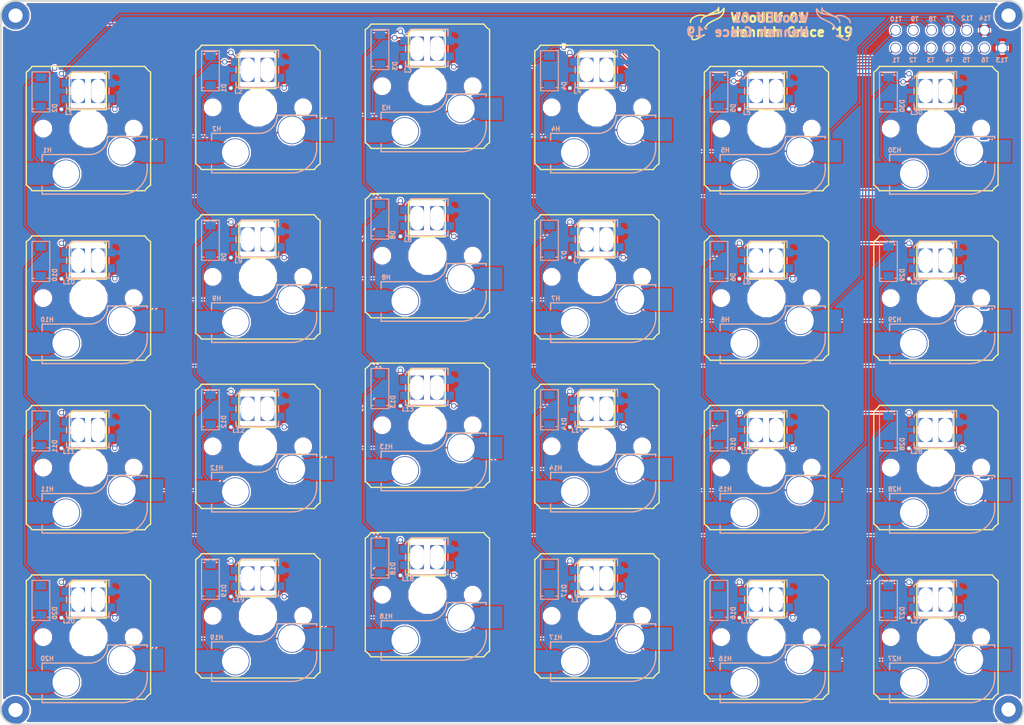
<source format=kicad_pcb>
(kicad_pcb (version 20171130) (host pcbnew "(5.0.1)-3")
  (layers (0 F.Cu signal) (31 B.Cu signal) (34 B.Paste user hide) (35 F.Paste user hide) (36 B.SilkS user) (37 F.SilkS user) (38 B.Mask user hide) (39 F.Mask user hide) (44 Edge.Cuts user))
  (net 0 "")
  (net 1 /Din)
  (net 2 "Net-(D2-Pad1)")
  (net 3 "Net-(D4-Pad1)")
  (net 4 "Net-(D10-Pad1)")
  (net 5 "Net-(D12-Pad1)")
  (net 6 "Net-(D14-Pad1)")
  (net 7 "Net-(D16-Pad1)")
  (net 8 "Net-(D18-Pad1)")
  (net 9 "Net-(D20-Pad1)")
  (net 10 /Col1)
  (net 11 "Net-(D6-Pad1)")
  (net 12 /Col2)
  (net 13 "Net-(D8-Pad1)")
  (net 14 /Col3)
  (net 15 /Col4)
  (net 16 /Col5)
  (net 17 /Row1)
  (net 18 /Row2)
  (net 19 /Row3)
  (net 20 /Row4)
  (net 21 "Net-(D1-Pad1)")
  (net 22 "Net-(D3-Pad1)")
  (net 23 "Net-(D5-Pad1)")
  (net 24 "Net-(D7-Pad1)")
  (net 25 "Net-(D9-Pad1)")
  (net 26 "Net-(D11-Pad1)")
  (net 27 "Net-(D13-Pad1)")
  (net 28 "Net-(D15-Pad1)")
  (net 29 "Net-(D17-Pad1)")
  (net 30 "Net-(D19-Pad1)")
  (net 31 /sheet5D496A61/Din)
  (net 32 /sheet5D49E3B8/Din)
  (net 33 /sheet5D4A5DDF/Din)
  (net 34 /sheet5D4AD70F/Din)
  (net 35 /sheet5D4D3834/Din)
  (net 36 /sheet5D4B503F/Din)
  (net 37 /sheet5D4DB164/Din)
  (net 38 /sheet5D4BCCA4/Din)
  (net 39 /sheet5D4C45D4/Din)
  (net 40 /sheet5D4CBF04/Din)
  (net 41 /sheet5D4E2A94/Din)
  (net 42 /sheet5D4EA3C4/Din)
  (net 43 /sheet5D4F1CF4/Din)
  (net 44 /sheet5D4F9624/Din)
  (net 45 /sheet5D51F414/Din)
  (net 46 /sheet5D500F54/Din)
  (net 47 /sheet5D508884/Din)
  (net 48 /sheet5D5101B4/Din)
  (net 49 /sheet5D517AE4/Din)
  (net 50 VDD)
  (net 51 VSS)
  (net 52 /Col6)
  (net 53 "Net-(D27-Pad1)")
  (net 54 "Net-(D28-Pad1)")
  (net 55 "Net-(D29-Pad1)")
  (net 56 "Net-(D30-Pad1)")
  (net 57 /sheet5D22F5D3/Din)
  (net 58 /sheet5D22F5CD/Din)
  (net 59 /sheet5D22F5C7/Din)
  (net 60 /sheet5D22F5C1/Din)
  (net 61 /sheet5D22F5C1/Do)
  (module WoodElf_Lib:Tiefling_Logo (layer B.Cu) (at 186.35 60.8 180)
    (fp_text reference G*** hide)
    (fp_text value Tiefling_Logo hide)
  )
  (module WoodElf_Lib:LED_SK6812MINI_PLCC4_3.5x3.5mm_P1.75mm (layer F.Cu) (at 102.5 68.08125 180)
    (fp_text reference L1 (at 2.159 -2.413 180) (layer B.SilkS) (effects (font (size 0.5 0.5) (thickness 0.125))))
    (fp_text value SK6812MINI)
    (pad "" np_thru_hole rect (at 1.1 0) (size 1.5 2.7) (drill oval 1.5 2.7) (layers *.Cu *.Mask) (clearance 0.01))
    (pad "" np_thru_hole oval (at 0 -1.6256 270) (size 0.508 3.7) (drill oval 0.508 3.7) (layers *.Cu *.Mask) (clearance 0.01))
    (pad "" np_thru_hole oval (at 0 1.6256 270) (size 0.508 3.7) (drill oval 0.508 3.7) (layers *.Cu *.Mask) (clearance 0.01))
    (pad "" np_thru_hole rect (at -1.1 0) (size 1.5 2.7) (drill oval 1.5 2.7) (layers *.Cu *.Mask) (clearance 0.01))
    (pad 4 smd rect (at 2.4765 -0.889 180) (size 1.1 0.9) (layers B.Cu B.Paste B.Mask) (net 51 VSS) (clearance 0.05))
    (pad 3 smd rect (at 2.4765 0.889 180) (size 1.1 0.9) (layers B.Cu B.Paste B.Mask) (net 1 /Din) (clearance 0.05))
    (pad 2 smd rect (at -2.4765 0.889 180) (size 1.1 0.9) (layers B.Cu B.Paste B.Mask) (net 50 VDD) (clearance 0.05))
    (pad 1 smd rect (at -2.4765 -0.889 180) (size 1.1 0.9) (layers B.Cu B.Paste B.Mask) (net 31 /sheet5D496A61/Din) (clearance 0.05))
  )
  (module WoodElf_Lib:LED_SK6812MINI_PLCC4_3.5x3.5mm_P1.75mm (layer F.Cu) (at 121.55 65.7 180)
    (fp_text reference L2 (at 2.159 -2.413 180) (layer B.SilkS) (effects (font (size 0.5 0.5) (thickness 0.125))))
    (fp_text value SK6812MINI)
    (pad "" np_thru_hole rect (at 1.1 0) (size 1.5 2.7) (drill oval 1.5 2.7) (layers *.Cu *.Mask) (clearance 0.01))
    (pad "" np_thru_hole oval (at 0 -1.6256 270) (size 0.508 3.7) (drill oval 0.508 3.7) (layers *.Cu *.Mask) (clearance 0.01))
    (pad "" np_thru_hole oval (at 0 1.6256 270) (size 0.508 3.7) (drill oval 0.508 3.7) (layers *.Cu *.Mask) (clearance 0.01))
    (pad "" np_thru_hole rect (at -1.1 0) (size 1.5 2.7) (drill oval 1.5 2.7) (layers *.Cu *.Mask) (clearance 0.01))
    (pad 4 smd rect (at 2.4765 -0.889 180) (size 1.1 0.9) (layers B.Cu B.Paste B.Mask) (net 51 VSS) (clearance 0.05))
    (pad 3 smd rect (at 2.4765 0.889 180) (size 1.1 0.9) (layers B.Cu B.Paste B.Mask) (net 31 /sheet5D496A61/Din) (clearance 0.05))
    (pad 2 smd rect (at -2.4765 0.889 180) (size 1.1 0.9) (layers B.Cu B.Paste B.Mask) (net 50 VDD) (clearance 0.05))
    (pad 1 smd rect (at -2.4765 -0.889 180) (size 1.1 0.9) (layers B.Cu B.Paste B.Mask) (net 32 /sheet5D49E3B8/Din) (clearance 0.05))
  )
  (module WoodElf_Lib:LED_SK6812MINI_PLCC4_3.5x3.5mm_P1.75mm (layer F.Cu) (at 140.6 63.31875 180)
    (fp_text reference L3 (at 2.159 -2.413 180) (layer B.SilkS) (effects (font (size 0.5 0.5) (thickness 0.125))))
    (fp_text value SK6812MINI)
    (pad "" np_thru_hole rect (at 1.1 0) (size 1.5 2.7) (drill oval 1.5 2.7) (layers *.Cu *.Mask) (clearance 0.01))
    (pad "" np_thru_hole oval (at 0 -1.6256 270) (size 0.508 3.7) (drill oval 0.508 3.7) (layers *.Cu *.Mask) (clearance 0.01))
    (pad "" np_thru_hole oval (at 0 1.6256 270) (size 0.508 3.7) (drill oval 0.508 3.7) (layers *.Cu *.Mask) (clearance 0.01))
    (pad "" np_thru_hole rect (at -1.1 0) (size 1.5 2.7) (drill oval 1.5 2.7) (layers *.Cu *.Mask) (clearance 0.01))
    (pad 4 smd rect (at 2.4765 -0.889 180) (size 1.1 0.9) (layers B.Cu B.Paste B.Mask) (net 51 VSS) (clearance 0.05))
    (pad 3 smd rect (at 2.4765 0.889 180) (size 1.1 0.9) (layers B.Cu B.Paste B.Mask) (net 32 /sheet5D49E3B8/Din) (clearance 0.05))
    (pad 2 smd rect (at -2.4765 0.889 180) (size 1.1 0.9) (layers B.Cu B.Paste B.Mask) (net 50 VDD) (clearance 0.05))
    (pad 1 smd rect (at -2.4765 -0.889 180) (size 1.1 0.9) (layers B.Cu B.Paste B.Mask) (net 33 /sheet5D4A5DDF/Din) (clearance 0.05))
  )
  (module WoodElf_Lib:LED_SK6812MINI_PLCC4_3.5x3.5mm_P1.75mm (layer F.Cu) (at 159.65 65.7 180)
    (fp_text reference L4 (at 2.159 -2.413 180) (layer B.SilkS) (effects (font (size 0.5 0.5) (thickness 0.125))))
    (fp_text value SK6812MINI)
    (pad "" np_thru_hole rect (at 1.1 0) (size 1.5 2.7) (drill oval 1.5 2.7) (layers *.Cu *.Mask) (clearance 0.01))
    (pad "" np_thru_hole oval (at 0 -1.6256 270) (size 0.508 3.7) (drill oval 0.508 3.7) (layers *.Cu *.Mask) (clearance 0.01))
    (pad "" np_thru_hole oval (at 0 1.6256 270) (size 0.508 3.7) (drill oval 0.508 3.7) (layers *.Cu *.Mask) (clearance 0.01))
    (pad "" np_thru_hole rect (at -1.1 0) (size 1.5 2.7) (drill oval 1.5 2.7) (layers *.Cu *.Mask) (clearance 0.01))
    (pad 4 smd rect (at 2.4765 -0.889 180) (size 1.1 0.9) (layers B.Cu B.Paste B.Mask) (net 51 VSS) (clearance 0.05))
    (pad 3 smd rect (at 2.4765 0.889 180) (size 1.1 0.9) (layers B.Cu B.Paste B.Mask) (net 33 /sheet5D4A5DDF/Din) (clearance 0.05))
    (pad 2 smd rect (at -2.4765 0.889 180) (size 1.1 0.9) (layers B.Cu B.Paste B.Mask) (net 50 VDD) (clearance 0.05))
    (pad 1 smd rect (at -2.4765 -0.889 180) (size 1.1 0.9) (layers B.Cu B.Paste B.Mask) (net 34 /sheet5D4AD70F/Din) (clearance 0.05))
  )
  (module WoodElf_Lib:LED_SK6812MINI_PLCC4_3.5x3.5mm_P1.75mm (layer F.Cu) (at 178.7 68.08125 180)
    (fp_text reference L5 (at 2.159 -2.413 180) (layer B.SilkS) (effects (font (size 0.5 0.5) (thickness 0.125))))
    (fp_text value SK6812MINI)
    (pad "" np_thru_hole rect (at 1.1 0) (size 1.5 2.7) (drill oval 1.5 2.7) (layers *.Cu *.Mask) (clearance 0.01))
    (pad "" np_thru_hole oval (at 0 -1.6256 270) (size 0.508 3.7) (drill oval 0.508 3.7) (layers *.Cu *.Mask) (clearance 0.01))
    (pad "" np_thru_hole oval (at 0 1.6256 270) (size 0.508 3.7) (drill oval 0.508 3.7) (layers *.Cu *.Mask) (clearance 0.01))
    (pad "" np_thru_hole rect (at -1.1 0) (size 1.5 2.7) (drill oval 1.5 2.7) (layers *.Cu *.Mask) (clearance 0.01))
    (pad 4 smd rect (at 2.4765 -0.889 180) (size 1.1 0.9) (layers B.Cu B.Paste B.Mask) (net 51 VSS) (clearance 0.05))
    (pad 3 smd rect (at 2.4765 0.889 180) (size 1.1 0.9) (layers B.Cu B.Paste B.Mask) (net 34 /sheet5D4AD70F/Din) (clearance 0.05))
    (pad 2 smd rect (at -2.4765 0.889 180) (size 1.1 0.9) (layers B.Cu B.Paste B.Mask) (net 50 VDD) (clearance 0.05))
    (pad 1 smd rect (at -2.4765 -0.889 180) (size 1.1 0.9) (layers B.Cu B.Paste B.Mask) (net 57 /sheet5D22F5D3/Din) (clearance 0.05))
  )
  (module WoodElf_Lib:LED_SK6812MINI_PLCC4_3.5x3.5mm_P1.75mm (layer F.Cu) (at 178.7 87.13125 180)
    (fp_text reference L6 (at 2.159 -2.413 180) (layer B.SilkS) (effects (font (size 0.5 0.5) (thickness 0.125))))
    (fp_text value SK6812MINI)
    (pad "" np_thru_hole rect (at 1.1 0) (size 1.5 2.7) (drill oval 1.5 2.7) (layers *.Cu *.Mask) (clearance 0.01))
    (pad "" np_thru_hole oval (at 0 -1.6256 270) (size 0.508 3.7) (drill oval 0.508 3.7) (layers *.Cu *.Mask) (clearance 0.01))
    (pad "" np_thru_hole oval (at 0 1.6256 270) (size 0.508 3.7) (drill oval 0.508 3.7) (layers *.Cu *.Mask) (clearance 0.01))
    (pad "" np_thru_hole rect (at -1.1 0) (size 1.5 2.7) (drill oval 1.5 2.7) (layers *.Cu *.Mask) (clearance 0.01))
    (pad 4 smd rect (at 2.4765 -0.889 180) (size 1.1 0.9) (layers B.Cu B.Paste B.Mask) (net 51 VSS) (clearance 0.05))
    (pad 3 smd rect (at 2.4765 0.889 180) (size 1.1 0.9) (layers B.Cu B.Paste B.Mask) (net 36 /sheet5D4B503F/Din) (clearance 0.05))
    (pad 2 smd rect (at -2.4765 0.889 180) (size 1.1 0.9) (layers B.Cu B.Paste B.Mask) (net 50 VDD) (clearance 0.05))
    (pad 1 smd rect (at -2.4765 -0.889 180) (size 1.1 0.9) (layers B.Cu B.Paste B.Mask) (net 58 /sheet5D22F5CD/Din) (clearance 0.05))
  )
  (module WoodElf_Lib:LED_SK6812MINI_PLCC4_3.5x3.5mm_P1.75mm (layer F.Cu) (at 159.65 84.75 180)
    (fp_text reference L7 (at 2.159 -2.413 180) (layer B.SilkS) (effects (font (size 0.5 0.5) (thickness 0.125))))
    (fp_text value SK6812MINI)
    (pad "" np_thru_hole rect (at 1.1 0) (size 1.5 2.7) (drill oval 1.5 2.7) (layers *.Cu *.Mask) (clearance 0.01))
    (pad "" np_thru_hole oval (at 0 -1.6256 270) (size 0.508 3.7) (drill oval 0.508 3.7) (layers *.Cu *.Mask) (clearance 0.01))
    (pad "" np_thru_hole oval (at 0 1.6256 270) (size 0.508 3.7) (drill oval 0.508 3.7) (layers *.Cu *.Mask) (clearance 0.01))
    (pad "" np_thru_hole rect (at -1.1 0) (size 1.5 2.7) (drill oval 1.5 2.7) (layers *.Cu *.Mask) (clearance 0.01))
    (pad 4 smd rect (at 2.4765 -0.889 180) (size 1.1 0.9) (layers B.Cu B.Paste B.Mask) (net 51 VSS) (clearance 0.05))
    (pad 3 smd rect (at 2.4765 0.889 180) (size 1.1 0.9) (layers B.Cu B.Paste B.Mask) (net 38 /sheet5D4BCCA4/Din) (clearance 0.05))
    (pad 2 smd rect (at -2.4765 0.889 180) (size 1.1 0.9) (layers B.Cu B.Paste B.Mask) (net 50 VDD) (clearance 0.05))
    (pad 1 smd rect (at -2.4765 -0.889 180) (size 1.1 0.9) (layers B.Cu B.Paste B.Mask) (net 36 /sheet5D4B503F/Din) (clearance 0.05))
  )
  (module WoodElf_Lib:LED_SK6812MINI_PLCC4_3.5x3.5mm_P1.75mm (layer F.Cu) (at 140.6 82.36875 180)
    (fp_text reference L8 (at 2.159 -2.413 180) (layer B.SilkS) (effects (font (size 0.5 0.5) (thickness 0.125))))
    (fp_text value SK6812MINI)
    (pad "" np_thru_hole rect (at 1.1 0) (size 1.5 2.7) (drill oval 1.5 2.7) (layers *.Cu *.Mask) (clearance 0.01))
    (pad "" np_thru_hole oval (at 0 -1.6256 270) (size 0.508 3.7) (drill oval 0.508 3.7) (layers *.Cu *.Mask) (clearance 0.01))
    (pad "" np_thru_hole oval (at 0 1.6256 270) (size 0.508 3.7) (drill oval 0.508 3.7) (layers *.Cu *.Mask) (clearance 0.01))
    (pad "" np_thru_hole rect (at -1.1 0) (size 1.5 2.7) (drill oval 1.5 2.7) (layers *.Cu *.Mask) (clearance 0.01))
    (pad 4 smd rect (at 2.4765 -0.889 180) (size 1.1 0.9) (layers B.Cu B.Paste B.Mask) (net 51 VSS) (clearance 0.05))
    (pad 3 smd rect (at 2.4765 0.889 180) (size 1.1 0.9) (layers B.Cu B.Paste B.Mask) (net 39 /sheet5D4C45D4/Din) (clearance 0.05))
    (pad 2 smd rect (at -2.4765 0.889 180) (size 1.1 0.9) (layers B.Cu B.Paste B.Mask) (net 50 VDD) (clearance 0.05))
    (pad 1 smd rect (at -2.4765 -0.889 180) (size 1.1 0.9) (layers B.Cu B.Paste B.Mask) (net 38 /sheet5D4BCCA4/Din) (clearance 0.05))
  )
  (module WoodElf_Lib:LED_SK6812MINI_PLCC4_3.5x3.5mm_P1.75mm (layer F.Cu) (at 121.55 84.75 180)
    (fp_text reference L9 (at 2.159 -2.413 180) (layer B.SilkS) (effects (font (size 0.5 0.5) (thickness 0.125))))
    (fp_text value SK6812MINI)
    (pad "" np_thru_hole rect (at 1.1 0) (size 1.5 2.7) (drill oval 1.5 2.7) (layers *.Cu *.Mask) (clearance 0.01))
    (pad "" np_thru_hole oval (at 0 -1.6256 270) (size 0.508 3.7) (drill oval 0.508 3.7) (layers *.Cu *.Mask) (clearance 0.01))
    (pad "" np_thru_hole oval (at 0 1.6256 270) (size 0.508 3.7) (drill oval 0.508 3.7) (layers *.Cu *.Mask) (clearance 0.01))
    (pad "" np_thru_hole rect (at -1.1 0) (size 1.5 2.7) (drill oval 1.5 2.7) (layers *.Cu *.Mask) (clearance 0.01))
    (pad 4 smd rect (at 2.4765 -0.889 180) (size 1.1 0.9) (layers B.Cu B.Paste B.Mask) (net 51 VSS) (clearance 0.05))
    (pad 3 smd rect (at 2.4765 0.889 180) (size 1.1 0.9) (layers B.Cu B.Paste B.Mask) (net 40 /sheet5D4CBF04/Din) (clearance 0.05))
    (pad 2 smd rect (at -2.4765 0.889 180) (size 1.1 0.9) (layers B.Cu B.Paste B.Mask) (net 50 VDD) (clearance 0.05))
    (pad 1 smd rect (at -2.4765 -0.889 180) (size 1.1 0.9) (layers B.Cu B.Paste B.Mask) (net 39 /sheet5D4C45D4/Din) (clearance 0.05))
  )
  (module WoodElf_Lib:LED_SK6812MINI_PLCC4_3.5x3.5mm_P1.75mm (layer F.Cu) (at 102.5 87.13125 180)
    (fp_text reference L10 (at 2.159 -2.413 180) (layer B.SilkS) (effects (font (size 0.5 0.5) (thickness 0.125))))
    (fp_text value SK6812MINI)
    (pad "" np_thru_hole rect (at 1.1 0) (size 1.5 2.7) (drill oval 1.5 2.7) (layers *.Cu *.Mask) (clearance 0.01))
    (pad "" np_thru_hole oval (at 0 -1.6256 270) (size 0.508 3.7) (drill oval 0.508 3.7) (layers *.Cu *.Mask) (clearance 0.01))
    (pad "" np_thru_hole oval (at 0 1.6256 270) (size 0.508 3.7) (drill oval 0.508 3.7) (layers *.Cu *.Mask) (clearance 0.01))
    (pad "" np_thru_hole rect (at -1.1 0) (size 1.5 2.7) (drill oval 1.5 2.7) (layers *.Cu *.Mask) (clearance 0.01))
    (pad 4 smd rect (at 2.4765 -0.889 180) (size 1.1 0.9) (layers B.Cu B.Paste B.Mask) (net 51 VSS) (clearance 0.05))
    (pad 3 smd rect (at 2.4765 0.889 180) (size 1.1 0.9) (layers B.Cu B.Paste B.Mask) (net 35 /sheet5D4D3834/Din) (clearance 0.05))
    (pad 2 smd rect (at -2.4765 0.889 180) (size 1.1 0.9) (layers B.Cu B.Paste B.Mask) (net 50 VDD) (clearance 0.05))
    (pad 1 smd rect (at -2.4765 -0.889 180) (size 1.1 0.9) (layers B.Cu B.Paste B.Mask) (net 40 /sheet5D4CBF04/Din) (clearance 0.05))
  )
  (module WoodElf_Lib:LED_SK6812MINI_PLCC4_3.5x3.5mm_P1.75mm (layer F.Cu) (at 102.5 106.18125 180)
    (fp_text reference L11 (at 2.159 -2.413 180) (layer B.SilkS) (effects (font (size 0.5 0.5) (thickness 0.125))))
    (fp_text value SK6812MINI)
    (pad "" np_thru_hole rect (at 1.1 0) (size 1.5 2.7) (drill oval 1.5 2.7) (layers *.Cu *.Mask) (clearance 0.01))
    (pad "" np_thru_hole oval (at 0 -1.6256 270) (size 0.508 3.7) (drill oval 0.508 3.7) (layers *.Cu *.Mask) (clearance 0.01))
    (pad "" np_thru_hole oval (at 0 1.6256 270) (size 0.508 3.7) (drill oval 0.508 3.7) (layers *.Cu *.Mask) (clearance 0.01))
    (pad "" np_thru_hole rect (at -1.1 0) (size 1.5 2.7) (drill oval 1.5 2.7) (layers *.Cu *.Mask) (clearance 0.01))
    (pad 4 smd rect (at 2.4765 -0.889 180) (size 1.1 0.9) (layers B.Cu B.Paste B.Mask) (net 51 VSS) (clearance 0.05))
    (pad 3 smd rect (at 2.4765 0.889 180) (size 1.1 0.9) (layers B.Cu B.Paste B.Mask) (net 37 /sheet5D4DB164/Din) (clearance 0.05))
    (pad 2 smd rect (at -2.4765 0.889 180) (size 1.1 0.9) (layers B.Cu B.Paste B.Mask) (net 50 VDD) (clearance 0.05))
    (pad 1 smd rect (at -2.4765 -0.889 180) (size 1.1 0.9) (layers B.Cu B.Paste B.Mask) (net 41 /sheet5D4E2A94/Din) (clearance 0.05))
  )
  (module WoodElf_Lib:LED_SK6812MINI_PLCC4_3.5x3.5mm_P1.75mm (layer F.Cu) (at 121.55 103.8 180)
    (fp_text reference L12 (at 2.159 -2.413 180) (layer B.SilkS) (effects (font (size 0.5 0.5) (thickness 0.125))))
    (fp_text value SK6812MINI)
    (pad "" np_thru_hole rect (at 1.1 0) (size 1.5 2.7) (drill oval 1.5 2.7) (layers *.Cu *.Mask) (clearance 0.01))
    (pad "" np_thru_hole oval (at 0 -1.6256 270) (size 0.508 3.7) (drill oval 0.508 3.7) (layers *.Cu *.Mask) (clearance 0.01))
    (pad "" np_thru_hole oval (at 0 1.6256 270) (size 0.508 3.7) (drill oval 0.508 3.7) (layers *.Cu *.Mask) (clearance 0.01))
    (pad "" np_thru_hole rect (at -1.1 0) (size 1.5 2.7) (drill oval 1.5 2.7) (layers *.Cu *.Mask) (clearance 0.01))
    (pad 4 smd rect (at 2.4765 -0.889 180) (size 1.1 0.9) (layers B.Cu B.Paste B.Mask) (net 51 VSS) (clearance 0.05))
    (pad 3 smd rect (at 2.4765 0.889 180) (size 1.1 0.9) (layers B.Cu B.Paste B.Mask) (net 41 /sheet5D4E2A94/Din) (clearance 0.05))
    (pad 2 smd rect (at -2.4765 0.889 180) (size 1.1 0.9) (layers B.Cu B.Paste B.Mask) (net 50 VDD) (clearance 0.05))
    (pad 1 smd rect (at -2.4765 -0.889 180) (size 1.1 0.9) (layers B.Cu B.Paste B.Mask) (net 42 /sheet5D4EA3C4/Din) (clearance 0.05))
  )
  (module WoodElf_Lib:LED_SK6812MINI_PLCC4_3.5x3.5mm_P1.75mm (layer F.Cu) (at 140.6 101.41875 180)
    (fp_text reference L13 (at 2.159 -2.413 180) (layer B.SilkS) (effects (font (size 0.5 0.5) (thickness 0.125))))
    (fp_text value SK6812MINI)
    (pad "" np_thru_hole rect (at 1.1 0) (size 1.5 2.7) (drill oval 1.5 2.7) (layers *.Cu *.Mask) (clearance 0.01))
    (pad "" np_thru_hole oval (at 0 -1.6256 270) (size 0.508 3.7) (drill oval 0.508 3.7) (layers *.Cu *.Mask) (clearance 0.01))
    (pad "" np_thru_hole oval (at 0 1.6256 270) (size 0.508 3.7) (drill oval 0.508 3.7) (layers *.Cu *.Mask) (clearance 0.01))
    (pad "" np_thru_hole rect (at -1.1 0) (size 1.5 2.7) (drill oval 1.5 2.7) (layers *.Cu *.Mask) (clearance 0.01))
    (pad 4 smd rect (at 2.4765 -0.889 180) (size 1.1 0.9) (layers B.Cu B.Paste B.Mask) (net 51 VSS) (clearance 0.05))
    (pad 3 smd rect (at 2.4765 0.889 180) (size 1.1 0.9) (layers B.Cu B.Paste B.Mask) (net 42 /sheet5D4EA3C4/Din) (clearance 0.05))
    (pad 2 smd rect (at -2.4765 0.889 180) (size 1.1 0.9) (layers B.Cu B.Paste B.Mask) (net 50 VDD) (clearance 0.05))
    (pad 1 smd rect (at -2.4765 -0.889 180) (size 1.1 0.9) (layers B.Cu B.Paste B.Mask) (net 43 /sheet5D4F1CF4/Din) (clearance 0.05))
  )
  (module WoodElf_Lib:LED_SK6812MINI_PLCC4_3.5x3.5mm_P1.75mm (layer F.Cu) (at 159.65 103.8 180)
    (fp_text reference L14 (at 2.159 -2.413 180) (layer B.SilkS) (effects (font (size 0.5 0.5) (thickness 0.125))))
    (fp_text value SK6812MINI)
    (pad "" np_thru_hole rect (at 1.1 0) (size 1.5 2.7) (drill oval 1.5 2.7) (layers *.Cu *.Mask) (clearance 0.01))
    (pad "" np_thru_hole oval (at 0 -1.6256 270) (size 0.508 3.7) (drill oval 0.508 3.7) (layers *.Cu *.Mask) (clearance 0.01))
    (pad "" np_thru_hole oval (at 0 1.6256 270) (size 0.508 3.7) (drill oval 0.508 3.7) (layers *.Cu *.Mask) (clearance 0.01))
    (pad "" np_thru_hole rect (at -1.1 0) (size 1.5 2.7) (drill oval 1.5 2.7) (layers *.Cu *.Mask) (clearance 0.01))
    (pad 4 smd rect (at 2.4765 -0.889 180) (size 1.1 0.9) (layers B.Cu B.Paste B.Mask) (net 51 VSS) (clearance 0.05))
    (pad 3 smd rect (at 2.4765 0.889 180) (size 1.1 0.9) (layers B.Cu B.Paste B.Mask) (net 43 /sheet5D4F1CF4/Din) (clearance 0.05))
    (pad 2 smd rect (at -2.4765 0.889 180) (size 1.1 0.9) (layers B.Cu B.Paste B.Mask) (net 50 VDD) (clearance 0.05))
    (pad 1 smd rect (at -2.4765 -0.889 180) (size 1.1 0.9) (layers B.Cu B.Paste B.Mask) (net 44 /sheet5D4F9624/Din) (clearance 0.05))
  )
  (module WoodElf_Lib:LED_SK6812MINI_PLCC4_3.5x3.5mm_P1.75mm (layer F.Cu) (at 178.7 106.18125 180)
    (fp_text reference L15 (at 2.159 -2.413 180) (layer B.SilkS) (effects (font (size 0.5 0.5) (thickness 0.125))))
    (fp_text value SK6812MINI)
    (pad "" np_thru_hole rect (at 1.1 0) (size 1.5 2.7) (drill oval 1.5 2.7) (layers *.Cu *.Mask) (clearance 0.01))
    (pad "" np_thru_hole oval (at 0 -1.6256 270) (size 0.508 3.7) (drill oval 0.508 3.7) (layers *.Cu *.Mask) (clearance 0.01))
    (pad "" np_thru_hole oval (at 0 1.6256 270) (size 0.508 3.7) (drill oval 0.508 3.7) (layers *.Cu *.Mask) (clearance 0.01))
    (pad "" np_thru_hole rect (at -1.1 0) (size 1.5 2.7) (drill oval 1.5 2.7) (layers *.Cu *.Mask) (clearance 0.01))
    (pad 4 smd rect (at 2.4765 -0.889 180) (size 1.1 0.9) (layers B.Cu B.Paste B.Mask) (net 51 VSS) (clearance 0.05))
    (pad 3 smd rect (at 2.4765 0.889 180) (size 1.1 0.9) (layers B.Cu B.Paste B.Mask) (net 44 /sheet5D4F9624/Din) (clearance 0.05))
    (pad 2 smd rect (at -2.4765 0.889 180) (size 1.1 0.9) (layers B.Cu B.Paste B.Mask) (net 50 VDD) (clearance 0.05))
    (pad 1 smd rect (at -2.4765 -0.889 180) (size 1.1 0.9) (layers B.Cu B.Paste B.Mask) (net 59 /sheet5D22F5C7/Din) (clearance 0.05))
  )
  (module WoodElf_Lib:LED_SK6812MINI_PLCC4_3.5x3.5mm_P1.75mm (layer F.Cu) (at 178.7 125.23125 180)
    (fp_text reference L16 (at 2.159 -2.413 180) (layer B.SilkS) (effects (font (size 0.5 0.5) (thickness 0.125))))
    (fp_text value SK6812MINI)
    (pad "" np_thru_hole rect (at 1.1 0) (size 1.5 2.7) (drill oval 1.5 2.7) (layers *.Cu *.Mask) (clearance 0.01))
    (pad "" np_thru_hole oval (at 0 -1.6256 270) (size 0.508 3.7) (drill oval 0.508 3.7) (layers *.Cu *.Mask) (clearance 0.01))
    (pad "" np_thru_hole oval (at 0 1.6256 270) (size 0.508 3.7) (drill oval 0.508 3.7) (layers *.Cu *.Mask) (clearance 0.01))
    (pad "" np_thru_hole rect (at -1.1 0) (size 1.5 2.7) (drill oval 1.5 2.7) (layers *.Cu *.Mask) (clearance 0.01))
    (pad 4 smd rect (at 2.4765 -0.889 180) (size 1.1 0.9) (layers B.Cu B.Paste B.Mask) (net 51 VSS) (clearance 0.05))
    (pad 3 smd rect (at 2.4765 0.889 180) (size 1.1 0.9) (layers B.Cu B.Paste B.Mask) (net 46 /sheet5D500F54/Din) (clearance 0.05))
    (pad 2 smd rect (at -2.4765 0.889 180) (size 1.1 0.9) (layers B.Cu B.Paste B.Mask) (net 50 VDD) (clearance 0.05))
    (pad 1 smd rect (at -2.4765 -0.889 180) (size 1.1 0.9) (layers B.Cu B.Paste B.Mask) (net 60 /sheet5D22F5C1/Din) (clearance 0.05))
  )
  (module WoodElf_Lib:LED_SK6812MINI_PLCC4_3.5x3.5mm_P1.75mm (layer F.Cu) (at 159.65 122.85 180)
    (fp_text reference L17 (at 2.159 -2.413 180) (layer B.SilkS) (effects (font (size 0.5 0.5) (thickness 0.125))))
    (fp_text value SK6812MINI)
    (pad "" np_thru_hole rect (at 1.1 0) (size 1.5 2.7) (drill oval 1.5 2.7) (layers *.Cu *.Mask) (clearance 0.01))
    (pad "" np_thru_hole oval (at 0 -1.6256 270) (size 0.508 3.7) (drill oval 0.508 3.7) (layers *.Cu *.Mask) (clearance 0.01))
    (pad "" np_thru_hole oval (at 0 1.6256 270) (size 0.508 3.7) (drill oval 0.508 3.7) (layers *.Cu *.Mask) (clearance 0.01))
    (pad "" np_thru_hole rect (at -1.1 0) (size 1.5 2.7) (drill oval 1.5 2.7) (layers *.Cu *.Mask) (clearance 0.01))
    (pad 4 smd rect (at 2.4765 -0.889 180) (size 1.1 0.9) (layers B.Cu B.Paste B.Mask) (net 51 VSS) (clearance 0.05))
    (pad 3 smd rect (at 2.4765 0.889 180) (size 1.1 0.9) (layers B.Cu B.Paste B.Mask) (net 47 /sheet5D508884/Din) (clearance 0.05))
    (pad 2 smd rect (at -2.4765 0.889 180) (size 1.1 0.9) (layers B.Cu B.Paste B.Mask) (net 50 VDD) (clearance 0.05))
    (pad 1 smd rect (at -2.4765 -0.889 180) (size 1.1 0.9) (layers B.Cu B.Paste B.Mask) (net 46 /sheet5D500F54/Din) (clearance 0.05))
  )
  (module WoodElf_Lib:LED_SK6812MINI_PLCC4_3.5x3.5mm_P1.75mm (layer F.Cu) (at 140.6 120.46875 180)
    (fp_text reference L18 (at 2.159 -2.413 180) (layer B.SilkS) (effects (font (size 0.5 0.5) (thickness 0.125))))
    (fp_text value SK6812MINI)
    (pad "" np_thru_hole rect (at 1.1 0) (size 1.5 2.7) (drill oval 1.5 2.7) (layers *.Cu *.Mask) (clearance 0.01))
    (pad "" np_thru_hole oval (at 0 -1.6256 270) (size 0.508 3.7) (drill oval 0.508 3.7) (layers *.Cu *.Mask) (clearance 0.01))
    (pad "" np_thru_hole oval (at 0 1.6256 270) (size 0.508 3.7) (drill oval 0.508 3.7) (layers *.Cu *.Mask) (clearance 0.01))
    (pad "" np_thru_hole rect (at -1.1 0) (size 1.5 2.7) (drill oval 1.5 2.7) (layers *.Cu *.Mask) (clearance 0.01))
    (pad 4 smd rect (at 2.4765 -0.889 180) (size 1.1 0.9) (layers B.Cu B.Paste B.Mask) (net 51 VSS) (clearance 0.05))
    (pad 3 smd rect (at 2.4765 0.889 180) (size 1.1 0.9) (layers B.Cu B.Paste B.Mask) (net 48 /sheet5D5101B4/Din) (clearance 0.05))
    (pad 2 smd rect (at -2.4765 0.889 180) (size 1.1 0.9) (layers B.Cu B.Paste B.Mask) (net 50 VDD) (clearance 0.05))
    (pad 1 smd rect (at -2.4765 -0.889 180) (size 1.1 0.9) (layers B.Cu B.Paste B.Mask) (net 47 /sheet5D508884/Din) (clearance 0.05))
  )
  (module WoodElf_Lib:LED_SK6812MINI_PLCC4_3.5x3.5mm_P1.75mm (layer F.Cu) (at 121.55 122.85 180)
    (fp_text reference L19 (at 2.159 -2.413 180) (layer B.SilkS) (effects (font (size 0.5 0.5) (thickness 0.125))))
    (fp_text value SK6812MINI)
    (pad "" np_thru_hole rect (at 1.1 0) (size 1.5 2.7) (drill oval 1.5 2.7) (layers *.Cu *.Mask) (clearance 0.01))
    (pad "" np_thru_hole oval (at 0 -1.6256 270) (size 0.508 3.7) (drill oval 0.508 3.7) (layers *.Cu *.Mask) (clearance 0.01))
    (pad "" np_thru_hole oval (at 0 1.6256 270) (size 0.508 3.7) (drill oval 0.508 3.7) (layers *.Cu *.Mask) (clearance 0.01))
    (pad "" np_thru_hole rect (at -1.1 0) (size 1.5 2.7) (drill oval 1.5 2.7) (layers *.Cu *.Mask) (clearance 0.01))
    (pad 4 smd rect (at 2.4765 -0.889 180) (size 1.1 0.9) (layers B.Cu B.Paste B.Mask) (net 51 VSS) (clearance 0.05))
    (pad 3 smd rect (at 2.4765 0.889 180) (size 1.1 0.9) (layers B.Cu B.Paste B.Mask) (net 49 /sheet5D517AE4/Din) (clearance 0.05))
    (pad 2 smd rect (at -2.4765 0.889 180) (size 1.1 0.9) (layers B.Cu B.Paste B.Mask) (net 50 VDD) (clearance 0.05))
    (pad 1 smd rect (at -2.4765 -0.889 180) (size 1.1 0.9) (layers B.Cu B.Paste B.Mask) (net 48 /sheet5D5101B4/Din) (clearance 0.05))
  )
  (module WoodElf_Lib:LED_SK6812MINI_PLCC4_3.5x3.5mm_P1.75mm (layer F.Cu) (at 102.5 125.23125 180)
    (fp_text reference L20 (at 2.159 -2.413 180) (layer B.SilkS) (effects (font (size 0.5 0.5) (thickness 0.125))))
    (fp_text value SK6812MINI)
    (pad "" np_thru_hole rect (at 1.1 0) (size 1.5 2.7) (drill oval 1.5 2.7) (layers *.Cu *.Mask) (clearance 0.01))
    (pad "" np_thru_hole oval (at 0 -1.6256 270) (size 0.508 3.7) (drill oval 0.508 3.7) (layers *.Cu *.Mask) (clearance 0.01))
    (pad "" np_thru_hole oval (at 0 1.6256 270) (size 0.508 3.7) (drill oval 0.508 3.7) (layers *.Cu *.Mask) (clearance 0.01))
    (pad "" np_thru_hole rect (at -1.1 0) (size 1.5 2.7) (drill oval 1.5 2.7) (layers *.Cu *.Mask) (clearance 0.01))
    (pad 4 smd rect (at 2.4765 -0.889 180) (size 1.1 0.9) (layers B.Cu B.Paste B.Mask) (net 51 VSS) (clearance 0.05))
    (pad 3 smd rect (at 2.4765 0.889 180) (size 1.1 0.9) (layers B.Cu B.Paste B.Mask) (net 45 /sheet5D51F414/Din) (clearance 0.05))
    (pad 2 smd rect (at -2.4765 0.889 180) (size 1.1 0.9) (layers B.Cu B.Paste B.Mask) (net 50 VDD) (clearance 0.05))
    (pad 1 smd rect (at -2.4765 -0.889 180) (size 1.1 0.9) (layers B.Cu B.Paste B.Mask) (net 49 /sheet5D517AE4/Din) (clearance 0.05))
  )
  (module WoodElf_Lib:LED_SK6812MINI_PLCC4_3.5x3.5mm_P1.75mm (layer F.Cu) (at 197.75 125.23125 180)
    (fp_text reference L27 (at 2.159 -2.413 180) (layer B.SilkS) (effects (font (size 0.5 0.5) (thickness 0.125))))
    (fp_text value SK6812MINI)
    (pad "" np_thru_hole rect (at 1.1 0) (size 1.5 2.7) (drill oval 1.5 2.7) (layers *.Cu *.Mask) (clearance 0.01))
    (pad "" np_thru_hole oval (at 0 -1.6256 270) (size 0.508 3.7) (drill oval 0.508 3.7) (layers *.Cu *.Mask) (clearance 0.01))
    (pad "" np_thru_hole oval (at 0 1.6256 270) (size 0.508 3.7) (drill oval 0.508 3.7) (layers *.Cu *.Mask) (clearance 0.01))
    (pad "" np_thru_hole rect (at -1.1 0) (size 1.5 2.7) (drill oval 1.5 2.7) (layers *.Cu *.Mask) (clearance 0.01))
    (pad 4 smd rect (at 2.4765 -0.889 180) (size 1.1 0.9) (layers B.Cu B.Paste B.Mask) (net 51 VSS) (clearance 0.05))
    (pad 3 smd rect (at 2.4765 0.889 180) (size 1.1 0.9) (layers B.Cu B.Paste B.Mask) (net 60 /sheet5D22F5C1/Din) (clearance 0.05))
    (pad 2 smd rect (at -2.4765 0.889 180) (size 1.1 0.9) (layers B.Cu B.Paste B.Mask) (net 50 VDD) (clearance 0.05))
    (pad 1 smd rect (at -2.4765 -0.889 180) (size 1.1 0.9) (layers B.Cu B.Paste B.Mask) (net 61 /sheet5D22F5C1/Do) (clearance 0.05))
  )
  (module WoodElf_Lib:LED_SK6812MINI_PLCC4_3.5x3.5mm_P1.75mm (layer F.Cu) (at 197.75 106.18125 180)
    (fp_text reference L28 (at 2.159 -2.413 180) (layer B.SilkS) (effects (font (size 0.5 0.5) (thickness 0.125))))
    (fp_text value SK6812MINI)
    (pad "" np_thru_hole rect (at 1.1 0) (size 1.5 2.7) (drill oval 1.5 2.7) (layers *.Cu *.Mask) (clearance 0.01))
    (pad "" np_thru_hole oval (at 0 -1.6256 270) (size 0.508 3.7) (drill oval 0.508 3.7) (layers *.Cu *.Mask) (clearance 0.01))
    (pad "" np_thru_hole oval (at 0 1.6256 270) (size 0.508 3.7) (drill oval 0.508 3.7) (layers *.Cu *.Mask) (clearance 0.01))
    (pad "" np_thru_hole rect (at -1.1 0) (size 1.5 2.7) (drill oval 1.5 2.7) (layers *.Cu *.Mask) (clearance 0.01))
    (pad 4 smd rect (at 2.4765 -0.889 180) (size 1.1 0.9) (layers B.Cu B.Paste B.Mask) (net 51 VSS) (clearance 0.05))
    (pad 3 smd rect (at 2.4765 0.889 180) (size 1.1 0.9) (layers B.Cu B.Paste B.Mask) (net 59 /sheet5D22F5C7/Din) (clearance 0.05))
    (pad 2 smd rect (at -2.4765 0.889 180) (size 1.1 0.9) (layers B.Cu B.Paste B.Mask) (net 50 VDD) (clearance 0.05))
    (pad 1 smd rect (at -2.4765 -0.889 180) (size 1.1 0.9) (layers B.Cu B.Paste B.Mask) (net 45 /sheet5D51F414/Din) (clearance 0.05))
  )
  (module WoodElf_Lib:LED_SK6812MINI_PLCC4_3.5x3.5mm_P1.75mm (layer F.Cu) (at 197.75 87.13125 180)
    (fp_text reference L29 (at 2.159 -2.413 180) (layer B.SilkS) (effects (font (size 0.5 0.5) (thickness 0.125))))
    (fp_text value SK6812MINI)
    (pad "" np_thru_hole rect (at 1.1 0) (size 1.5 2.7) (drill oval 1.5 2.7) (layers *.Cu *.Mask) (clearance 0.01))
    (pad "" np_thru_hole oval (at 0 -1.6256 270) (size 0.508 3.7) (drill oval 0.508 3.7) (layers *.Cu *.Mask) (clearance 0.01))
    (pad "" np_thru_hole oval (at 0 1.6256 270) (size 0.508 3.7) (drill oval 0.508 3.7) (layers *.Cu *.Mask) (clearance 0.01))
    (pad "" np_thru_hole rect (at -1.1 0) (size 1.5 2.7) (drill oval 1.5 2.7) (layers *.Cu *.Mask) (clearance 0.01))
    (pad 4 smd rect (at 2.4765 -0.889 180) (size 1.1 0.9) (layers B.Cu B.Paste B.Mask) (net 51 VSS) (clearance 0.05))
    (pad 3 smd rect (at 2.4765 0.889 180) (size 1.1 0.9) (layers B.Cu B.Paste B.Mask) (net 58 /sheet5D22F5CD/Din) (clearance 0.05))
    (pad 2 smd rect (at -2.4765 0.889 180) (size 1.1 0.9) (layers B.Cu B.Paste B.Mask) (net 50 VDD) (clearance 0.05))
    (pad 1 smd rect (at -2.4765 -0.889 180) (size 1.1 0.9) (layers B.Cu B.Paste B.Mask) (net 37 /sheet5D4DB164/Din) (clearance 0.05))
  )
  (module WoodElf_Lib:LED_SK6812MINI_PLCC4_3.5x3.5mm_P1.75mm (layer F.Cu) (at 197.75 68.08125 180)
    (fp_text reference L30 (at 2.159 -2.413 180) (layer B.SilkS) (effects (font (size 0.5 0.5) (thickness 0.125))))
    (fp_text value SK6812MINI)
    (pad "" np_thru_hole rect (at 1.1 0) (size 1.5 2.7) (drill oval 1.5 2.7) (layers *.Cu *.Mask) (clearance 0.01))
    (pad "" np_thru_hole oval (at 0 -1.6256 270) (size 0.508 3.7) (drill oval 0.508 3.7) (layers *.Cu *.Mask) (clearance 0.01))
    (pad "" np_thru_hole oval (at 0 1.6256 270) (size 0.508 3.7) (drill oval 0.508 3.7) (layers *.Cu *.Mask) (clearance 0.01))
    (pad "" np_thru_hole rect (at -1.1 0) (size 1.5 2.7) (drill oval 1.5 2.7) (layers *.Cu *.Mask) (clearance 0.01))
    (pad 4 smd rect (at 2.4765 -0.889 180) (size 1.1 0.9) (layers B.Cu B.Paste B.Mask) (net 51 VSS) (clearance 0.05))
    (pad 3 smd rect (at 2.4765 0.889 180) (size 1.1 0.9) (layers B.Cu B.Paste B.Mask) (net 57 /sheet5D22F5D3/Din) (clearance 0.05))
    (pad 2 smd rect (at -2.4765 0.889 180) (size 1.1 0.9) (layers B.Cu B.Paste B.Mask) (net 50 VDD) (clearance 0.05))
    (pad 1 smd rect (at -2.4765 -0.889 180) (size 1.1 0.9) (layers B.Cu B.Paste B.Mask) (net 35 /sheet5D4D3834/Din) (clearance 0.05))
  )
  (module WoodElf_Lib:Mount (layer F.Cu) (at 94.35 59.6)
    (fp_text reference Mount)
    (fp_text value Mount)
    (pad "" np_thru_hole circle (at 0 0) (size 3.14 3.14) (drill 1.6) (layers *.Cu *.Mask) (clearance 0.05))
  )
  (module WoodElf_Lib:Mount (layer F.Cu) (at 94.35 137.65)
    (fp_text reference Mount)
    (fp_text value Mount)
    (pad "" np_thru_hole circle (at 0 0) (size 3.14 3.14) (drill 1.6) (layers *.Cu *.Mask) (clearance 0.05))
  )
  (module WoodElf_Lib:Mount (layer F.Cu) (at 205.95 137.6)
    (fp_text reference Mount)
    (fp_text value Mount)
    (pad "" np_thru_hole circle (at 0 0) (size 3.14 3.14) (drill 1.6) (layers *.Cu *.Mask) (clearance 0.05))
  )
  (module WoodElf_Lib:D_SOD-123 (layer B.Cu) (at 116.25 65.8 90)
    (fp_text reference D1 (at -1.95 1.5 90) (layer B.SilkS) (effects (font (size 0.5 0.5) (thickness 0.125)) (justify mirror)))
    (fp_text value DIODE)
    (pad 1 smd rect (at -1.65 0 90) (size 0.9 1.2) (layers B.Cu B.Paste B.Mask) (net 21 "Net-(D1-Pad1)"))
    (pad 2 smd rect (at 1.65 0 90) (size 0.9 1.2) (layers B.Cu B.Paste B.Mask) (net 12 /Col2))
  )
  (module WoodElf_Lib:D_SOD-123 (layer B.Cu) (at 97.2 68.18125 90)
    (fp_text reference D2 (at -1.81875 1.55 90) (layer B.SilkS) (effects (font (size 0.5 0.5) (thickness 0.125)) (justify mirror)))
    (fp_text value DIODE)
    (pad 1 smd rect (at -1.65 0 90) (size 0.9 1.2) (layers B.Cu B.Paste B.Mask) (net 2 "Net-(D2-Pad1)"))
    (pad 2 smd rect (at 1.65 0 90) (size 0.9 1.2) (layers B.Cu B.Paste B.Mask) (net 10 /Col1))
  )
  (module WoodElf_Lib:D_SOD-123 (layer B.Cu) (at 135.3 63.41875 90)
    (fp_text reference D3 (at -1.83125 1.7 90) (layer B.SilkS) (effects (font (size 0.5 0.5) (thickness 0.125)) (justify mirror)))
    (fp_text value DIODE)
    (pad 1 smd rect (at -1.65 0 90) (size 0.9 1.2) (layers B.Cu B.Paste B.Mask) (net 22 "Net-(D3-Pad1)"))
    (pad 2 smd rect (at 1.65 0 90) (size 0.9 1.2) (layers B.Cu B.Paste B.Mask) (net 14 /Col3))
  )
  (module WoodElf_Lib:D_SOD-123 (layer B.Cu) (at 154.35 65.8 90)
    (fp_text reference D4 (at -1.7 1.65 90) (layer B.SilkS) (effects (font (size 0.5 0.5) (thickness 0.125)) (justify mirror)))
    (fp_text value DIODE)
    (pad 1 smd rect (at -1.65 0 90) (size 0.9 1.2) (layers B.Cu B.Paste B.Mask) (net 3 "Net-(D4-Pad1)"))
    (pad 2 smd rect (at 1.65 0 90) (size 0.9 1.2) (layers B.Cu B.Paste B.Mask) (net 15 /Col4))
  )
  (module WoodElf_Lib:D_SOD-123 (layer B.Cu) (at 173.4 68.18125 90)
    (fp_text reference D5 (at -1.81875 1.6 90) (layer B.SilkS) (effects (font (size 0.5 0.5) (thickness 0.125)) (justify mirror)))
    (fp_text value DIODE)
    (pad 1 smd rect (at -1.65 0 90) (size 0.9 1.2) (layers B.Cu B.Paste B.Mask) (net 23 "Net-(D5-Pad1)"))
    (pad 2 smd rect (at 1.65 0 90) (size 0.9 1.2) (layers B.Cu B.Paste B.Mask) (net 16 /Col5))
  )
  (module WoodElf_Lib:D_SOD-123 (layer B.Cu) (at 173.4 87.23125 90)
    (fp_text reference D6 (at -1.76875 1.6 90) (layer B.SilkS) (effects (font (size 0.5 0.5) (thickness 0.125)) (justify mirror)))
    (fp_text value DIODE)
    (pad 1 smd rect (at -1.65 0 90) (size 0.9 1.2) (layers B.Cu B.Paste B.Mask) (net 11 "Net-(D6-Pad1)"))
    (pad 2 smd rect (at 1.65 0 90) (size 0.9 1.2) (layers B.Cu B.Paste B.Mask) (net 16 /Col5))
  )
  (module WoodElf_Lib:D_SOD-123 (layer B.Cu) (at 154.35 84.85 90)
    (fp_text reference D7 (at -1.65 1.65 90) (layer B.SilkS) (effects (font (size 0.5 0.5) (thickness 0.125)) (justify mirror)))
    (fp_text value DIODE)
    (pad 1 smd rect (at -1.65 0 90) (size 0.9 1.2) (layers B.Cu B.Paste B.Mask) (net 24 "Net-(D7-Pad1)"))
    (pad 2 smd rect (at 1.65 0 90) (size 0.9 1.2) (layers B.Cu B.Paste B.Mask) (net 15 /Col4))
  )
  (module WoodElf_Lib:D_SOD-123 (layer B.Cu) (at 135.3 82.46875 90)
    (fp_text reference D8 (at -1.78125 1.45 90) (layer B.SilkS) (effects (font (size 0.5 0.5) (thickness 0.125)) (justify mirror)))
    (fp_text value DIODE)
    (pad 1 smd rect (at -1.65 0 90) (size 0.9 1.2) (layers B.Cu B.Paste B.Mask) (net 13 "Net-(D8-Pad1)"))
    (pad 2 smd rect (at 1.65 0 90) (size 0.9 1.2) (layers B.Cu B.Paste B.Mask) (net 14 /Col3))
  )
  (module WoodElf_Lib:D_SOD-123 (layer B.Cu) (at 116.25 84.85 90)
    (fp_text reference D9 (at -1.9 1.5 90) (layer B.SilkS) (effects (font (size 0.5 0.5) (thickness 0.125)) (justify mirror)))
    (fp_text value DIODE)
    (pad 1 smd rect (at -1.65 0 90) (size 0.9 1.2) (layers B.Cu B.Paste B.Mask) (net 25 "Net-(D9-Pad1)"))
    (pad 2 smd rect (at 1.65 0 90) (size 0.9 1.2) (layers B.Cu B.Paste B.Mask) (net 12 /Col2))
  )
  (module WoodElf_Lib:D_SOD-123 (layer B.Cu) (at 97.2 87.23125 90)
    (fp_text reference D10 (at -1.51875 1.55 90) (layer B.SilkS) (effects (font (size 0.5 0.5) (thickness 0.125)) (justify mirror)))
    (fp_text value DIODE)
    (pad 1 smd rect (at -1.65 0 90) (size 0.9 1.2) (layers B.Cu B.Paste B.Mask) (net 4 "Net-(D10-Pad1)"))
    (pad 2 smd rect (at 1.65 0 90) (size 0.9 1.2) (layers B.Cu B.Paste B.Mask) (net 10 /Col1))
  )
  (module WoodElf_Lib:D_SOD-123 (layer B.Cu) (at 97.2 106.28125 90)
    (fp_text reference D11 (at -1.71875 1.55 90) (layer B.SilkS) (effects (font (size 0.5 0.5) (thickness 0.125)) (justify mirror)))
    (fp_text value DIODE)
    (pad 1 smd rect (at -1.65 0 90) (size 0.9 1.2) (layers B.Cu B.Paste B.Mask) (net 26 "Net-(D11-Pad1)"))
    (pad 2 smd rect (at 1.65 0 90) (size 0.9 1.2) (layers B.Cu B.Paste B.Mask) (net 10 /Col1))
  )
  (module WoodElf_Lib:D_SOD-123 (layer B.Cu) (at 116.25 103.9 90)
    (fp_text reference D12 (at -1.35 1.5 90) (layer B.SilkS) (effects (font (size 0.5 0.5) (thickness 0.125)) (justify mirror)))
    (fp_text value DIODE)
    (pad 1 smd rect (at -1.65 0 90) (size 0.9 1.2) (layers B.Cu B.Paste B.Mask) (net 5 "Net-(D12-Pad1)"))
    (pad 2 smd rect (at 1.65 0 90) (size 0.9 1.2) (layers B.Cu B.Paste B.Mask) (net 12 /Col2))
  )
  (module WoodElf_Lib:D_SOD-123 (layer B.Cu) (at 135.3 101.51875 90)
    (fp_text reference D13 (at -1.48125 1.45 90) (layer B.SilkS) (effects (font (size 0.5 0.5) (thickness 0.125)) (justify mirror)))
    (fp_text value DIODE)
    (pad 1 smd rect (at -1.65 0 90) (size 0.9 1.2) (layers B.Cu B.Paste B.Mask) (net 27 "Net-(D13-Pad1)"))
    (pad 2 smd rect (at 1.65 0 90) (size 0.9 1.2) (layers B.Cu B.Paste B.Mask) (net 14 /Col3))
  )
  (module WoodElf_Lib:D_SOD-123 (layer B.Cu) (at 154.35 103.9 90)
    (fp_text reference D14 (at -1.6 1.65 90) (layer B.SilkS) (effects (font (size 0.5 0.5) (thickness 0.125)) (justify mirror)))
    (fp_text value DIODE)
    (pad 1 smd rect (at -1.65 0 90) (size 0.9 1.2) (layers B.Cu B.Paste B.Mask) (net 6 "Net-(D14-Pad1)"))
    (pad 2 smd rect (at 1.65 0 90) (size 0.9 1.2) (layers B.Cu B.Paste B.Mask) (net 15 /Col4))
  )
  (module WoodElf_Lib:D_SOD-123 (layer B.Cu) (at 173.4 106.28125 90)
    (fp_text reference D15 (at -1.46875 1.6 90) (layer B.SilkS) (effects (font (size 0.5 0.5) (thickness 0.125)) (justify mirror)))
    (fp_text value DIODE)
    (pad 1 smd rect (at -1.65 0 90) (size 0.9 1.2) (layers B.Cu B.Paste B.Mask) (net 28 "Net-(D15-Pad1)"))
    (pad 2 smd rect (at 1.65 0 90) (size 0.9 1.2) (layers B.Cu B.Paste B.Mask) (net 16 /Col5))
  )
  (module WoodElf_Lib:D_SOD-123 (layer B.Cu) (at 173.4 125.33125 90)
    (fp_text reference D16 (at -1.41875 1.6 90) (layer B.SilkS) (effects (font (size 0.5 0.5) (thickness 0.125)) (justify mirror)))
    (fp_text value DIODE)
    (pad 1 smd rect (at -1.65 0 90) (size 0.9 1.2) (layers B.Cu B.Paste B.Mask) (net 7 "Net-(D16-Pad1)"))
    (pad 2 smd rect (at 1.65 0 90) (size 0.9 1.2) (layers B.Cu B.Paste B.Mask) (net 16 /Col5))
  )
  (module WoodElf_Lib:D_SOD-123 (layer B.Cu) (at 154.35 122.95 90)
    (fp_text reference D17 (at -1.3 1.65 90) (layer B.SilkS) (effects (font (size 0.5 0.5) (thickness 0.125)) (justify mirror)))
    (fp_text value DIODE)
    (pad 1 smd rect (at -1.65 0 90) (size 0.9 1.2) (layers B.Cu B.Paste B.Mask) (net 29 "Net-(D17-Pad1)"))
    (pad 2 smd rect (at 1.65 0 90) (size 0.9 1.2) (layers B.Cu B.Paste B.Mask) (net 15 /Col4))
  )
  (module WoodElf_Lib:D_SOD-123 (layer B.Cu) (at 135.3 120.56875 90)
    (fp_text reference D18 (at -1.18125 1.45 90) (layer B.SilkS) (effects (font (size 0.5 0.5) (thickness 0.125)) (justify mirror)))
    (fp_text value DIODE)
    (pad 1 smd rect (at -1.65 0 90) (size 0.9 1.2) (layers B.Cu B.Paste B.Mask) (net 8 "Net-(D18-Pad1)"))
    (pad 2 smd rect (at 1.65 0 90) (size 0.9 1.2) (layers B.Cu B.Paste B.Mask) (net 14 /Col3))
  )
  (module WoodElf_Lib:D_SOD-123 (layer B.Cu) (at 116.25 122.95 90)
    (fp_text reference D19 (at -1.3 1.5 90) (layer B.SilkS) (effects (font (size 0.5 0.5) (thickness 0.125)) (justify mirror)))
    (fp_text value DIODE)
    (pad 1 smd rect (at -1.65 0 90) (size 0.9 1.2) (layers B.Cu B.Paste B.Mask) (net 30 "Net-(D19-Pad1)"))
    (pad 2 smd rect (at 1.65 0 90) (size 0.9 1.2) (layers B.Cu B.Paste B.Mask) (net 12 /Col2))
  )
  (module WoodElf_Lib:D_SOD-123 (layer B.Cu) (at 97.2 125.33125 90)
    (fp_text reference D20 (at -1.41875 1.55 90) (layer B.SilkS) (effects (font (size 0.5 0.5) (thickness 0.125)) (justify mirror)))
    (fp_text value DIODE)
    (pad 1 smd rect (at -1.65 0 90) (size 0.9 1.2) (layers B.Cu B.Paste B.Mask) (net 9 "Net-(D20-Pad1)"))
    (pad 2 smd rect (at 1.65 0 90) (size 0.9 1.2) (layers B.Cu B.Paste B.Mask) (net 10 /Col1))
  )
  (module WoodElf_Lib:D_SOD-123 (layer B.Cu) (at 192.45 125.33125 90)
    (fp_text reference D27 (at -1.41875 1.55 90) (layer B.SilkS) (effects (font (size 0.5 0.5) (thickness 0.125)) (justify mirror)))
    (fp_text value DIODE)
    (pad 1 smd rect (at -1.65 0 90) (size 0.9 1.2) (layers B.Cu B.Paste B.Mask) (net 53 "Net-(D27-Pad1)"))
    (pad 2 smd rect (at 1.65 0 90) (size 0.9 1.2) (layers B.Cu B.Paste B.Mask) (net 52 /Col6))
  )
  (module WoodElf_Lib:D_SOD-123 (layer B.Cu) (at 192.45 106.28125 90)
    (fp_text reference D28 (at -1.46875 1.55 90) (layer B.SilkS) (effects (font (size 0.5 0.5) (thickness 0.125)) (justify mirror)))
    (fp_text value DIODE)
    (pad 1 smd rect (at -1.65 0 90) (size 0.9 1.2) (layers B.Cu B.Paste B.Mask) (net 54 "Net-(D28-Pad1)"))
    (pad 2 smd rect (at 1.65 0 90) (size 0.9 1.2) (layers B.Cu B.Paste B.Mask) (net 52 /Col6))
  )
  (module WoodElf_Lib:D_SOD-123 (layer B.Cu) (at 192.45 87.23125 90)
    (fp_text reference D29 (at -1.51875 1.55 90) (layer B.SilkS) (effects (font (size 0.5 0.5) (thickness 0.125)) (justify mirror)))
    (fp_text value DIODE)
    (pad 1 smd rect (at -1.65 0 90) (size 0.9 1.2) (layers B.Cu B.Paste B.Mask) (net 55 "Net-(D29-Pad1)"))
    (pad 2 smd rect (at 1.65 0 90) (size 0.9 1.2) (layers B.Cu B.Paste B.Mask) (net 52 /Col6))
  )
  (module WoodElf_Lib:D_SOD-123 (layer B.Cu) (at 192.45 68.18125 90)
    (fp_text reference D30 (at -1.56875 1.55 90) (layer B.SilkS) (effects (font (size 0.5 0.5) (thickness 0.125)) (justify mirror)))
    (fp_text value DIODE)
    (pad 1 smd rect (at -1.65 0 90) (size 0.9 1.2) (layers B.Cu B.Paste B.Mask) (net 56 "Net-(D30-Pad1)"))
    (pad 2 smd rect (at 1.65 0 90) (size 0.9 1.2) (layers B.Cu B.Paste B.Mask) (net 52 /Col6))
  )
  (module WoodElf_Lib:Kailh_HotSwap_Socket (layer F.Cu) (at 100 77.38125 180)
    (fp_text reference H1 (at 2.0955 2.6543 180) (layer B.SilkS) (effects (font (size 0.5 0.5) (thickness 0.125)) (justify mirror)))
    (fp_text value Kailh_HotSwap_SwitchMount)
    (pad 1 smd rect (at 3.1115 0 180) (size 2.5 2.5) (layers B.Cu B.Paste B.Mask) (net 2 "Net-(D2-Pad1)") (clearance 0.03))
    (pad 2 smd rect (at -9.7155 2.54 180) (size 2.5 2.5) (layers B.Cu B.Paste B.Mask) (net 17 /Row1) (clearance 0.03))
  )
  (module WoodElf_Lib:Kailh_HotSwap_Socket (layer F.Cu) (at 119.05 75 180)
    (fp_text reference H2 (at 2.0955 2.6543 180) (layer B.SilkS) (effects (font (size 0.5 0.5) (thickness 0.125)) (justify mirror)))
    (fp_text value Kailh_HotSwap_SwitchMount)
    (pad 2 smd rect (at -9.7155 2.54 180) (size 2.5 2.5) (layers B.Cu B.Paste B.Mask) (net 17 /Row1) (clearance 0.03))
    (pad 1 smd rect (at 3.1115 0 180) (size 2.5 2.5) (layers B.Cu B.Paste B.Mask) (net 21 "Net-(D1-Pad1)") (clearance 0.03))
  )
  (module WoodElf_Lib:Kailh_HotSwap_Socket (layer F.Cu) (at 138.1 72.61875 180)
    (fp_text reference H3 (at 2.0955 2.6543 180) (layer B.SilkS) (effects (font (size 0.5 0.5) (thickness 0.125)) (justify mirror)))
    (fp_text value Kailh_HotSwap_SwitchMount)
    (pad 2 smd rect (at -9.7155 2.54 180) (size 2.5 2.5) (layers B.Cu B.Paste B.Mask) (net 17 /Row1) (clearance 0.03))
    (pad 1 smd rect (at 3.1115 0 180) (size 2.5 2.5) (layers B.Cu B.Paste B.Mask) (net 22 "Net-(D3-Pad1)") (clearance 0.03))
  )
  (module WoodElf_Lib:Kailh_HotSwap_Socket (layer F.Cu) (at 157.15 75 180)
    (fp_text reference H4 (at 2.0955 2.6543 180) (layer B.SilkS) (effects (font (size 0.5 0.5) (thickness 0.125)) (justify mirror)))
    (fp_text value Kailh_HotSwap_SwitchMount)
    (pad 2 smd rect (at -9.7155 2.54 180) (size 2.5 2.5) (layers B.Cu B.Paste B.Mask) (net 17 /Row1) (clearance 0.03))
    (pad 1 smd rect (at 3.1115 0 180) (size 2.5 2.5) (layers B.Cu B.Paste B.Mask) (net 3 "Net-(D4-Pad1)") (clearance 0.03))
  )
  (module WoodElf_Lib:Kailh_HotSwap_Socket (layer F.Cu) (at 176.2 77.38125 180)
    (fp_text reference H5 (at 2.0955 2.6543 180) (layer B.SilkS) (effects (font (size 0.5 0.5) (thickness 0.125)) (justify mirror)))
    (fp_text value Kailh_HotSwap_SwitchMount)
    (pad 1 smd rect (at 3.1115 0 180) (size 2.5 2.5) (layers B.Cu B.Paste B.Mask) (net 23 "Net-(D5-Pad1)") (clearance 0.03))
    (pad 2 smd rect (at -9.7155 2.54 180) (size 2.5 2.5) (layers B.Cu B.Paste B.Mask) (net 17 /Row1) (clearance 0.03))
  )
  (module WoodElf_Lib:Kailh_HotSwap_Socket (layer F.Cu) (at 176.2 96.43125 180)
    (fp_text reference H6 (at 2.0955 2.6543 180) (layer B.SilkS) (effects (font (size 0.5 0.5) (thickness 0.125)) (justify mirror)))
    (fp_text value Kailh_HotSwap_SwitchMount)
    (pad 1 smd rect (at 3.1115 0 180) (size 2.5 2.5) (layers B.Cu B.Paste B.Mask) (net 11 "Net-(D6-Pad1)") (clearance 0.03))
    (pad 2 smd rect (at -9.7155 2.54 180) (size 2.5 2.5) (layers B.Cu B.Paste B.Mask) (net 18 /Row2) (clearance 0.03))
  )
  (module WoodElf_Lib:Kailh_HotSwap_Socket (layer F.Cu) (at 157.15 94.05 180)
    (fp_text reference H7 (at 2.0955 2.6543 180) (layer B.SilkS) (effects (font (size 0.5 0.5) (thickness 0.125)) (justify mirror)))
    (fp_text value Kailh_HotSwap_SwitchMount)
    (pad 1 smd rect (at 3.1115 0 180) (size 2.5 2.5) (layers B.Cu B.Paste B.Mask) (net 24 "Net-(D7-Pad1)") (clearance 0.03))
    (pad 2 smd rect (at -9.7155 2.54 180) (size 2.5 2.5) (layers B.Cu B.Paste B.Mask) (net 18 /Row2) (clearance 0.03))
  )
  (module WoodElf_Lib:Kailh_HotSwap_Socket (layer F.Cu) (at 138.1 91.66875 180)
    (fp_text reference H8 (at 2.0955 2.6543 180) (layer B.SilkS) (effects (font (size 0.5 0.5) (thickness 0.125)) (justify mirror)))
    (fp_text value Kailh_HotSwap_SwitchMount)
    (pad 2 smd rect (at -9.7155 2.54 180) (size 2.5 2.5) (layers B.Cu B.Paste B.Mask) (net 18 /Row2) (clearance 0.03))
    (pad 1 smd rect (at 3.1115 0 180) (size 2.5 2.5) (layers B.Cu B.Paste B.Mask) (net 13 "Net-(D8-Pad1)") (clearance 0.03))
  )
  (module WoodElf_Lib:Kailh_HotSwap_Socket (layer F.Cu) (at 119.05 94.05 180)
    (fp_text reference H9 (at 2.0955 2.6543 180) (layer B.SilkS) (effects (font (size 0.5 0.5) (thickness 0.125)) (justify mirror)))
    (fp_text value Kailh_HotSwap_SwitchMount)
    (pad 2 smd rect (at -9.7155 2.54 180) (size 2.5 2.5) (layers B.Cu B.Paste B.Mask) (net 18 /Row2) (clearance 0.03))
    (pad 1 smd rect (at 3.1115 0 180) (size 2.5 2.5) (layers B.Cu B.Paste B.Mask) (net 25 "Net-(D9-Pad1)") (clearance 0.03))
  )
  (module WoodElf_Lib:Kailh_HotSwap_Socket (layer F.Cu) (at 100 96.43125 180)
    (fp_text reference H10 (at 2.0955 2.6543 180) (layer B.SilkS) (effects (font (size 0.5 0.5) (thickness 0.125)) (justify mirror)))
    (fp_text value Kailh_HotSwap_SwitchMount)
    (pad 2 smd rect (at -9.7155 2.54 180) (size 2.5 2.5) (layers B.Cu B.Paste B.Mask) (net 18 /Row2) (clearance 0.03))
    (pad 1 smd rect (at 3.1115 0 180) (size 2.5 2.5) (layers B.Cu B.Paste B.Mask) (net 4 "Net-(D10-Pad1)") (clearance 0.03))
  )
  (module WoodElf_Lib:Kailh_HotSwap_Socket (layer F.Cu) (at 100 115.48125 180)
    (fp_text reference H11 (at 2.0955 2.6543 180) (layer B.SilkS) (effects (font (size 0.5 0.5) (thickness 0.125)) (justify mirror)))
    (fp_text value Kailh_HotSwap_SwitchMount)
    (pad 1 smd rect (at 3.1115 0 180) (size 2.5 2.5) (layers B.Cu B.Paste B.Mask) (net 26 "Net-(D11-Pad1)") (clearance 0.03))
    (pad 2 smd rect (at -9.7155 2.54 180) (size 2.5 2.5) (layers B.Cu B.Paste B.Mask) (net 19 /Row3) (clearance 0.03))
  )
  (module WoodElf_Lib:Kailh_HotSwap_Socket (layer F.Cu) (at 119.05 113.1 180)
    (fp_text reference H12 (at 2.0955 2.6543 180) (layer B.SilkS) (effects (font (size 0.5 0.5) (thickness 0.125)) (justify mirror)))
    (fp_text value Kailh_HotSwap_SwitchMount)
    (pad 2 smd rect (at -9.7155 2.54 180) (size 2.5 2.5) (layers B.Cu B.Paste B.Mask) (net 19 /Row3) (clearance 0.03))
    (pad 1 smd rect (at 3.1115 0 180) (size 2.5 2.5) (layers B.Cu B.Paste B.Mask) (net 5 "Net-(D12-Pad1)") (clearance 0.03))
  )
  (module WoodElf_Lib:Kailh_HotSwap_Socket (layer F.Cu) (at 138.1 110.71875 180)
    (fp_text reference H13 (at 2.0955 2.6543 180) (layer B.SilkS) (effects (font (size 0.5 0.5) (thickness 0.125)) (justify mirror)))
    (fp_text value Kailh_HotSwap_SwitchMount)
    (pad 1 smd rect (at 3.1115 0 180) (size 2.5 2.5) (layers B.Cu B.Paste B.Mask) (net 27 "Net-(D13-Pad1)") (clearance 0.03))
    (pad 2 smd rect (at -9.7155 2.54 180) (size 2.5 2.5) (layers B.Cu B.Paste B.Mask) (net 19 /Row3) (clearance 0.03))
  )
  (module WoodElf_Lib:Kailh_HotSwap_Socket (layer F.Cu) (at 157.15 113.1 180)
    (fp_text reference H14 (at 2.0955 2.6543 180) (layer B.SilkS) (effects (font (size 0.5 0.5) (thickness 0.125)) (justify mirror)))
    (fp_text value Kailh_HotSwap_SwitchMount)
    (pad 2 smd rect (at -9.7155 2.54 180) (size 2.5 2.5) (layers B.Cu B.Paste B.Mask) (net 19 /Row3) (clearance 0.03))
    (pad 1 smd rect (at 3.1115 0 180) (size 2.5 2.5) (layers B.Cu B.Paste B.Mask) (net 6 "Net-(D14-Pad1)") (clearance 0.03))
  )
  (module WoodElf_Lib:Kailh_HotSwap_Socket (layer F.Cu) (at 176.2 115.48125 180)
    (fp_text reference H15 (at 2.0955 2.6543 180) (layer B.SilkS) (effects (font (size 0.5 0.5) (thickness 0.125)) (justify mirror)))
    (fp_text value Kailh_HotSwap_SwitchMount)
    (pad 1 smd rect (at 3.1115 0 180) (size 2.5 2.5) (layers B.Cu B.Paste B.Mask) (net 28 "Net-(D15-Pad1)") (clearance 0.03))
    (pad 2 smd rect (at -9.7155 2.54 180) (size 2.5 2.5) (layers B.Cu B.Paste B.Mask) (net 19 /Row3) (clearance 0.03))
  )
  (module WoodElf_Lib:Kailh_HotSwap_Socket (layer F.Cu) (at 176.2 134.53125 180)
    (fp_text reference H16 (at 2.0955 2.6543 180) (layer B.SilkS) (effects (font (size 0.5 0.5) (thickness 0.125)) (justify mirror)))
    (fp_text value Kailh_HotSwap_SwitchMount)
    (pad 1 smd rect (at 3.1115 0 180) (size 2.5 2.5) (layers B.Cu B.Paste B.Mask) (net 7 "Net-(D16-Pad1)") (clearance 0.03))
    (pad 2 smd rect (at -9.7155 2.54 180) (size 2.5 2.5) (layers B.Cu B.Paste B.Mask) (net 20 /Row4) (clearance 0.03))
  )
  (module WoodElf_Lib:Kailh_HotSwap_Socket (layer F.Cu) (at 157.15 132.15 180)
    (fp_text reference H17 (at 2.0955 2.6543 180) (layer B.SilkS) (effects (font (size 0.5 0.5) (thickness 0.125)) (justify mirror)))
    (fp_text value Kailh_HotSwap_SwitchMount)
    (pad 2 smd rect (at -9.7155 2.54 180) (size 2.5 2.5) (layers B.Cu B.Paste B.Mask) (net 20 /Row4) (clearance 0.03))
    (pad 1 smd rect (at 3.1115 0 180) (size 2.5 2.5) (layers B.Cu B.Paste B.Mask) (net 29 "Net-(D17-Pad1)") (clearance 0.03))
  )
  (module WoodElf_Lib:Kailh_HotSwap_Socket (layer F.Cu) (at 138.1 129.76875 180)
    (fp_text reference H18 (at 2.0955 2.6543 180) (layer B.SilkS) (effects (font (size 0.5 0.5) (thickness 0.125)) (justify mirror)))
    (fp_text value Kailh_HotSwap_SwitchMount)
    (pad 1 smd rect (at 3.1115 0 180) (size 2.5 2.5) (layers B.Cu B.Paste B.Mask) (net 8 "Net-(D18-Pad1)") (clearance 0.03))
    (pad 2 smd rect (at -9.7155 2.54 180) (size 2.5 2.5) (layers B.Cu B.Paste B.Mask) (net 20 /Row4) (clearance 0.03))
  )
  (module WoodElf_Lib:Kailh_HotSwap_Socket (layer F.Cu) (at 119.05 132.15 180)
    (fp_text reference H19 (at 2.0955 2.6543 180) (layer B.SilkS) (effects (font (size 0.5 0.5) (thickness 0.125)) (justify mirror)))
    (fp_text value Kailh_HotSwap_SwitchMount)
    (pad 1 smd rect (at 3.1115 0 180) (size 2.5 2.5) (layers B.Cu B.Paste B.Mask) (net 30 "Net-(D19-Pad1)") (clearance 0.03))
    (pad 2 smd rect (at -9.7155 2.54 180) (size 2.5 2.5) (layers B.Cu B.Paste B.Mask) (net 20 /Row4) (clearance 0.03))
  )
  (module WoodElf_Lib:Kailh_HotSwap_Socket (layer F.Cu) (at 100 134.53125 180)
    (fp_text reference H20 (at 2.0955 2.6543 180) (layer B.SilkS) (effects (font (size 0.5 0.5) (thickness 0.125)) (justify mirror)))
    (fp_text value Kailh_HotSwap_SwitchMount)
    (pad 2 smd rect (at -9.7155 2.54 180) (size 2.5 2.5) (layers B.Cu B.Paste B.Mask) (net 20 /Row4) (clearance 0.03))
    (pad 1 smd rect (at 3.1115 0 180) (size 2.5 2.5) (layers B.Cu B.Paste B.Mask) (net 9 "Net-(D20-Pad1)") (clearance 0.03))
  )
  (module WoodElf_Lib:Kailh_HotSwap_Socket (layer F.Cu) (at 195.25 134.53125 180)
    (fp_text reference H27 (at 2.0955 2.6543 180) (layer B.SilkS) (effects (font (size 0.5 0.5) (thickness 0.125)) (justify mirror)))
    (fp_text value Kailh_HotSwap_SwitchMount)
    (pad 2 smd rect (at -9.7155 2.54 180) (size 2.5 2.5) (layers B.Cu B.Paste B.Mask) (net 20 /Row4) (clearance 0.03))
    (pad 1 smd rect (at 3.1115 0 180) (size 2.5 2.5) (layers B.Cu B.Paste B.Mask) (net 53 "Net-(D27-Pad1)") (clearance 0.03))
  )
  (module WoodElf_Lib:Kailh_HotSwap_Socket (layer F.Cu) (at 195.25 115.48125 180)
    (fp_text reference H28 (at 2.0955 2.6543 180) (layer B.SilkS) (effects (font (size 0.5 0.5) (thickness 0.125)) (justify mirror)))
    (fp_text value Kailh_HotSwap_SwitchMount)
    (pad 1 smd rect (at 3.1115 0 180) (size 2.5 2.5) (layers B.Cu B.Paste B.Mask) (net 54 "Net-(D28-Pad1)") (clearance 0.03))
    (pad 2 smd rect (at -9.7155 2.54 180) (size 2.5 2.5) (layers B.Cu B.Paste B.Mask) (net 19 /Row3) (clearance 0.03))
  )
  (module WoodElf_Lib:Kailh_HotSwap_Socket (layer F.Cu) (at 195.25 96.43125 180)
    (fp_text reference H29 (at 2.0955 2.6543 180) (layer B.SilkS) (effects (font (size 0.5 0.5) (thickness 0.125)) (justify mirror)))
    (fp_text value Kailh_HotSwap_SwitchMount)
    (pad 2 smd rect (at -9.7155 2.54 180) (size 2.5 2.5) (layers B.Cu B.Paste B.Mask) (net 18 /Row2) (clearance 0.03))
    (pad 1 smd rect (at 3.1115 0 180) (size 2.5 2.5) (layers B.Cu B.Paste B.Mask) (net 55 "Net-(D29-Pad1)") (clearance 0.03))
  )
  (module WoodElf_Lib:Kailh_HotSwap_Socket (layer F.Cu) (at 195.25 77.38125 180)
    (fp_text reference H30 (at 2.0955 2.6543 180) (layer B.SilkS) (effects (font (size 0.5 0.5) (thickness 0.125)) (justify mirror)))
    (fp_text value Kailh_HotSwap_SwitchMount)
    (pad 1 smd rect (at 3.1115 0 180) (size 2.5 2.5) (layers B.Cu B.Paste B.Mask) (net 56 "Net-(D30-Pad1)") (clearance 0.03))
    (pad 2 smd rect (at -9.7155 2.54 180) (size 2.5 2.5) (layers B.Cu B.Paste B.Mask) (net 17 /Row1) (clearance 0.03))
  )
  (module WoodElf_Lib:SW_Cherry_MX1A_1.00u_PCB (layer F.Cu) (at 100 77.38125 180)
    (fp_text reference S1)
    (fp_text value Kailh_RGB_Switch)
    (pad 1 thru_hole circle (at 0 0 180) (size 3.2 3.2) (drill 3) (layers *.Cu *.Mask) (net 2 "Net-(D2-Pad1)"))
    (pad 2 thru_hole circle (at -6.35 2.54 180) (size 3.2 3.2) (drill 3) (layers *.Cu *.Mask) (net 17 /Row1))
    (pad "" np_thru_hole circle (at -2.54 5.08 180) (size 4 4) (drill 4) (layers *.Cu *.Mask))
    (pad "" np_thru_hole circle (at -7.62 5.08 180) (size 1.7 1.7) (drill 1.7) (layers *.Cu *.Mask))
    (pad "" np_thru_hole circle (at 2.54 5.08 180) (size 1.7 1.7) (drill 1.7) (layers *.Cu *.Mask))
  )
  (module WoodElf_Lib:SW_Cherry_MX1A_1.00u_PCB (layer F.Cu) (at 119.05 75 180)
    (fp_text reference S2)
    (fp_text value Kailh_RGB_Switch)
    (pad "" np_thru_hole circle (at 2.54 5.08 180) (size 1.7 1.7) (drill 1.7) (layers *.Cu *.Mask))
    (pad "" np_thru_hole circle (at -7.62 5.08 180) (size 1.7 1.7) (drill 1.7) (layers *.Cu *.Mask))
    (pad "" np_thru_hole circle (at -2.54 5.08 180) (size 4 4) (drill 4) (layers *.Cu *.Mask))
    (pad 2 thru_hole circle (at -6.35 2.54 180) (size 3.2 3.2) (drill 3) (layers *.Cu *.Mask) (net 17 /Row1))
    (pad 1 thru_hole circle (at 0 0 180) (size 3.2 3.2) (drill 3) (layers *.Cu *.Mask) (net 21 "Net-(D1-Pad1)"))
  )
  (module WoodElf_Lib:SW_Cherry_MX1A_1.00u_PCB (layer F.Cu) (at 138.1 72.61875 180)
    (fp_text reference S3)
    (fp_text value Kailh_RGB_Switch)
    (pad 1 thru_hole circle (at 0 0 180) (size 3.2 3.2) (drill 3) (layers *.Cu *.Mask) (net 22 "Net-(D3-Pad1)"))
    (pad 2 thru_hole circle (at -6.35 2.54 180) (size 3.2 3.2) (drill 3) (layers *.Cu *.Mask) (net 17 /Row1))
    (pad "" np_thru_hole circle (at -2.54 5.08 180) (size 4 4) (drill 4) (layers *.Cu *.Mask))
    (pad "" np_thru_hole circle (at -7.62 5.08 180) (size 1.7 1.7) (drill 1.7) (layers *.Cu *.Mask))
    (pad "" np_thru_hole circle (at 2.54 5.08 180) (size 1.7 1.7) (drill 1.7) (layers *.Cu *.Mask))
  )
  (module WoodElf_Lib:SW_Cherry_MX1A_1.00u_PCB (layer F.Cu) (at 157.15 75 180)
    (fp_text reference S4)
    (fp_text value Kailh_RGB_Switch)
    (pad "" np_thru_hole circle (at 2.54 5.08 180) (size 1.7 1.7) (drill 1.7) (layers *.Cu *.Mask))
    (pad "" np_thru_hole circle (at -7.62 5.08 180) (size 1.7 1.7) (drill 1.7) (layers *.Cu *.Mask))
    (pad "" np_thru_hole circle (at -2.54 5.08 180) (size 4 4) (drill 4) (layers *.Cu *.Mask))
    (pad 2 thru_hole circle (at -6.35 2.54 180) (size 3.2 3.2) (drill 3) (layers *.Cu *.Mask) (net 17 /Row1))
    (pad 1 thru_hole circle (at 0 0 180) (size 3.2 3.2) (drill 3) (layers *.Cu *.Mask) (net 3 "Net-(D4-Pad1)"))
  )
  (module WoodElf_Lib:SW_Cherry_MX1A_1.00u_PCB (layer F.Cu) (at 176.2 77.38125 180)
    (fp_text reference S5)
    (fp_text value Kailh_RGB_Switch)
    (pad 1 thru_hole circle (at 0 0 180) (size 3.2 3.2) (drill 3) (layers *.Cu *.Mask) (net 23 "Net-(D5-Pad1)"))
    (pad 2 thru_hole circle (at -6.35 2.54 180) (size 3.2 3.2) (drill 3) (layers *.Cu *.Mask) (net 17 /Row1))
    (pad "" np_thru_hole circle (at -2.54 5.08 180) (size 4 4) (drill 4) (layers *.Cu *.Mask))
    (pad "" np_thru_hole circle (at -7.62 5.08 180) (size 1.7 1.7) (drill 1.7) (layers *.Cu *.Mask))
    (pad "" np_thru_hole circle (at 2.54 5.08 180) (size 1.7 1.7) (drill 1.7) (layers *.Cu *.Mask))
  )
  (module WoodElf_Lib:SW_Cherry_MX1A_1.00u_PCB (layer F.Cu) (at 176.2 96.43125 180)
    (fp_text reference S6)
    (fp_text value Kailh_RGB_Switch)
    (pad "" np_thru_hole circle (at 2.54 5.08 180) (size 1.7 1.7) (drill 1.7) (layers *.Cu *.Mask))
    (pad "" np_thru_hole circle (at -7.62 5.08 180) (size 1.7 1.7) (drill 1.7) (layers *.Cu *.Mask))
    (pad "" np_thru_hole circle (at -2.54 5.08 180) (size 4 4) (drill 4) (layers *.Cu *.Mask))
    (pad 2 thru_hole circle (at -6.35 2.54 180) (size 3.2 3.2) (drill 3) (layers *.Cu *.Mask) (net 18 /Row2))
    (pad 1 thru_hole circle (at 0 0 180) (size 3.2 3.2) (drill 3) (layers *.Cu *.Mask) (net 11 "Net-(D6-Pad1)"))
  )
  (module WoodElf_Lib:SW_Cherry_MX1A_1.00u_PCB (layer F.Cu) (at 157.15 94.05 180)
    (fp_text reference S7)
    (fp_text value Kailh_RGB_Switch)
    (pad "" np_thru_hole circle (at 2.54 5.08 180) (size 1.7 1.7) (drill 1.7) (layers *.Cu *.Mask))
    (pad "" np_thru_hole circle (at -7.62 5.08 180) (size 1.7 1.7) (drill 1.7) (layers *.Cu *.Mask))
    (pad "" np_thru_hole circle (at -2.54 5.08 180) (size 4 4) (drill 4) (layers *.Cu *.Mask))
    (pad 2 thru_hole circle (at -6.35 2.54 180) (size 3.2 3.2) (drill 3) (layers *.Cu *.Mask) (net 18 /Row2))
    (pad 1 thru_hole circle (at 0 0 180) (size 3.2 3.2) (drill 3) (layers *.Cu *.Mask) (net 24 "Net-(D7-Pad1)"))
  )
  (module WoodElf_Lib:SW_Cherry_MX1A_1.00u_PCB (layer F.Cu) (at 138.1 91.66875 180)
    (fp_text reference S8)
    (fp_text value Kailh_RGB_Switch)
    (pad "" np_thru_hole circle (at 2.54 5.08 180) (size 1.7 1.7) (drill 1.7) (layers *.Cu *.Mask))
    (pad "" np_thru_hole circle (at -7.62 5.08 180) (size 1.7 1.7) (drill 1.7) (layers *.Cu *.Mask))
    (pad "" np_thru_hole circle (at -2.54 5.08 180) (size 4 4) (drill 4) (layers *.Cu *.Mask))
    (pad 2 thru_hole circle (at -6.35 2.54 180) (size 3.2 3.2) (drill 3) (layers *.Cu *.Mask) (net 18 /Row2))
    (pad 1 thru_hole circle (at 0 0 180) (size 3.2 3.2) (drill 3) (layers *.Cu *.Mask) (net 13 "Net-(D8-Pad1)"))
  )
  (module WoodElf_Lib:SW_Cherry_MX1A_1.00u_PCB (layer F.Cu) (at 119.05 94.05 180)
    (fp_text reference S9)
    (fp_text value Kailh_RGB_Switch)
    (pad 1 thru_hole circle (at 0 0 180) (size 3.2 3.2) (drill 3) (layers *.Cu *.Mask) (net 25 "Net-(D9-Pad1)"))
    (pad 2 thru_hole circle (at -6.35 2.54 180) (size 3.2 3.2) (drill 3) (layers *.Cu *.Mask) (net 18 /Row2))
    (pad "" np_thru_hole circle (at -2.54 5.08 180) (size 4 4) (drill 4) (layers *.Cu *.Mask))
    (pad "" np_thru_hole circle (at -7.62 5.08 180) (size 1.7 1.7) (drill 1.7) (layers *.Cu *.Mask))
    (pad "" np_thru_hole circle (at 2.54 5.08 180) (size 1.7 1.7) (drill 1.7) (layers *.Cu *.Mask))
  )
  (module WoodElf_Lib:SW_Cherry_MX1A_1.00u_PCB (layer F.Cu) (at 100 96.43125 180)
    (fp_text reference S10)
    (fp_text value Kailh_RGB_Switch)
    (pad 1 thru_hole circle (at 0 0 180) (size 3.2 3.2) (drill 3) (layers *.Cu *.Mask) (net 4 "Net-(D10-Pad1)"))
    (pad 2 thru_hole circle (at -6.35 2.54 180) (size 3.2 3.2) (drill 3) (layers *.Cu *.Mask) (net 18 /Row2))
    (pad "" np_thru_hole circle (at -2.54 5.08 180) (size 4 4) (drill 4) (layers *.Cu *.Mask))
    (pad "" np_thru_hole circle (at -7.62 5.08 180) (size 1.7 1.7) (drill 1.7) (layers *.Cu *.Mask))
    (pad "" np_thru_hole circle (at 2.54 5.08 180) (size 1.7 1.7) (drill 1.7) (layers *.Cu *.Mask))
  )
  (module WoodElf_Lib:SW_Cherry_MX1A_1.00u_PCB (layer F.Cu) (at 100 115.48125 180)
    (fp_text reference S11)
    (fp_text value Kailh_RGB_Switch)
    (pad 1 thru_hole circle (at 0 0 180) (size 3.2 3.2) (drill 3) (layers *.Cu *.Mask) (net 26 "Net-(D11-Pad1)"))
    (pad 2 thru_hole circle (at -6.35 2.54 180) (size 3.2 3.2) (drill 3) (layers *.Cu *.Mask) (net 19 /Row3))
    (pad "" np_thru_hole circle (at -2.54 5.08 180) (size 4 4) (drill 4) (layers *.Cu *.Mask))
    (pad "" np_thru_hole circle (at -7.62 5.08 180) (size 1.7 1.7) (drill 1.7) (layers *.Cu *.Mask))
    (pad "" np_thru_hole circle (at 2.54 5.08 180) (size 1.7 1.7) (drill 1.7) (layers *.Cu *.Mask))
  )
  (module WoodElf_Lib:SW_Cherry_MX1A_1.00u_PCB (layer F.Cu) (at 119.05 113.1 180)
    (fp_text reference S12)
    (fp_text value Kailh_RGB_Switch)
    (pad "" np_thru_hole circle (at 2.54 5.08 180) (size 1.7 1.7) (drill 1.7) (layers *.Cu *.Mask))
    (pad "" np_thru_hole circle (at -7.62 5.08 180) (size 1.7 1.7) (drill 1.7) (layers *.Cu *.Mask))
    (pad "" np_thru_hole circle (at -2.54 5.08 180) (size 4 4) (drill 4) (layers *.Cu *.Mask))
    (pad 2 thru_hole circle (at -6.35 2.54 180) (size 3.2 3.2) (drill 3) (layers *.Cu *.Mask) (net 19 /Row3))
    (pad 1 thru_hole circle (at 0 0 180) (size 3.2 3.2) (drill 3) (layers *.Cu *.Mask) (net 5 "Net-(D12-Pad1)"))
  )
  (module WoodElf_Lib:SW_Cherry_MX1A_1.00u_PCB (layer F.Cu) (at 138.1 110.71875 180)
    (fp_text reference S13)
    (fp_text value Kailh_RGB_Switch)
    (pad "" np_thru_hole circle (at 2.54 5.08 180) (size 1.7 1.7) (drill 1.7) (layers *.Cu *.Mask))
    (pad "" np_thru_hole circle (at -7.62 5.08 180) (size 1.7 1.7) (drill 1.7) (layers *.Cu *.Mask))
    (pad "" np_thru_hole circle (at -2.54 5.08 180) (size 4 4) (drill 4) (layers *.Cu *.Mask))
    (pad 2 thru_hole circle (at -6.35 2.54 180) (size 3.2 3.2) (drill 3) (layers *.Cu *.Mask) (net 19 /Row3))
    (pad 1 thru_hole circle (at 0 0 180) (size 3.2 3.2) (drill 3) (layers *.Cu *.Mask) (net 27 "Net-(D13-Pad1)"))
  )
  (module WoodElf_Lib:SW_Cherry_MX1A_1.00u_PCB (layer F.Cu) (at 157.15 113.1 180)
    (fp_text reference S14)
    (fp_text value Kailh_RGB_Switch)
    (pad 1 thru_hole circle (at 0 0 180) (size 3.2 3.2) (drill 3) (layers *.Cu *.Mask) (net 6 "Net-(D14-Pad1)"))
    (pad 2 thru_hole circle (at -6.35 2.54 180) (size 3.2 3.2) (drill 3) (layers *.Cu *.Mask) (net 19 /Row3))
    (pad "" np_thru_hole circle (at -2.54 5.08 180) (size 4 4) (drill 4) (layers *.Cu *.Mask))
    (pad "" np_thru_hole circle (at -7.62 5.08 180) (size 1.7 1.7) (drill 1.7) (layers *.Cu *.Mask))
    (pad "" np_thru_hole circle (at 2.54 5.08 180) (size 1.7 1.7) (drill 1.7) (layers *.Cu *.Mask))
  )
  (module WoodElf_Lib:SW_Cherry_MX1A_1.00u_PCB (layer F.Cu) (at 176.2 115.48125 180)
    (fp_text reference S15)
    (fp_text value Kailh_RGB_Switch)
    (pad 1 thru_hole circle (at 0 0 180) (size 3.2 3.2) (drill 3) (layers *.Cu *.Mask) (net 28 "Net-(D15-Pad1)"))
    (pad 2 thru_hole circle (at -6.35 2.54 180) (size 3.2 3.2) (drill 3) (layers *.Cu *.Mask) (net 19 /Row3))
    (pad "" np_thru_hole circle (at -2.54 5.08 180) (size 4 4) (drill 4) (layers *.Cu *.Mask))
    (pad "" np_thru_hole circle (at -7.62 5.08 180) (size 1.7 1.7) (drill 1.7) (layers *.Cu *.Mask))
    (pad "" np_thru_hole circle (at 2.54 5.08 180) (size 1.7 1.7) (drill 1.7) (layers *.Cu *.Mask))
  )
  (module WoodElf_Lib:SW_Cherry_MX1A_1.00u_PCB (layer F.Cu) (at 176.2 134.53125 180)
    (fp_text reference S16)
    (fp_text value Kailh_RGB_Switch)
    (pad 1 thru_hole circle (at 0 0 180) (size 3.2 3.2) (drill 3) (layers *.Cu *.Mask) (net 7 "Net-(D16-Pad1)"))
    (pad 2 thru_hole circle (at -6.35 2.54 180) (size 3.2 3.2) (drill 3) (layers *.Cu *.Mask) (net 20 /Row4))
    (pad "" np_thru_hole circle (at -2.54 5.08 180) (size 4 4) (drill 4) (layers *.Cu *.Mask))
    (pad "" np_thru_hole circle (at -7.62 5.08 180) (size 1.7 1.7) (drill 1.7) (layers *.Cu *.Mask))
    (pad "" np_thru_hole circle (at 2.54 5.08 180) (size 1.7 1.7) (drill 1.7) (layers *.Cu *.Mask))
  )
  (module WoodElf_Lib:SW_Cherry_MX1A_1.00u_PCB (layer F.Cu) (at 157.15 132.15 180)
    (fp_text reference S17)
    (fp_text value Kailh_RGB_Switch)
    (pad "" np_thru_hole circle (at 2.54 5.08 180) (size 1.7 1.7) (drill 1.7) (layers *.Cu *.Mask))
    (pad "" np_thru_hole circle (at -7.62 5.08 180) (size 1.7 1.7) (drill 1.7) (layers *.Cu *.Mask))
    (pad "" np_thru_hole circle (at -2.54 5.08 180) (size 4 4) (drill 4) (layers *.Cu *.Mask))
    (pad 2 thru_hole circle (at -6.35 2.54 180) (size 3.2 3.2) (drill 3) (layers *.Cu *.Mask) (net 20 /Row4))
    (pad 1 thru_hole circle (at 0 0 180) (size 3.2 3.2) (drill 3) (layers *.Cu *.Mask) (net 29 "Net-(D17-Pad1)"))
  )
  (module WoodElf_Lib:SW_Cherry_MX1A_1.00u_PCB (layer F.Cu) (at 138.1 129.76875 180)
    (fp_text reference S18)
    (fp_text value Kailh_RGB_Switch)
    (pad "" np_thru_hole circle (at 2.54 5.08 180) (size 1.7 1.7) (drill 1.7) (layers *.Cu *.Mask))
    (pad "" np_thru_hole circle (at -7.62 5.08 180) (size 1.7 1.7) (drill 1.7) (layers *.Cu *.Mask))
    (pad "" np_thru_hole circle (at -2.54 5.08 180) (size 4 4) (drill 4) (layers *.Cu *.Mask))
    (pad 2 thru_hole circle (at -6.35 2.54 180) (size 3.2 3.2) (drill 3) (layers *.Cu *.Mask) (net 20 /Row4))
    (pad 1 thru_hole circle (at 0 0 180) (size 3.2 3.2) (drill 3) (layers *.Cu *.Mask) (net 8 "Net-(D18-Pad1)"))
  )
  (module WoodElf_Lib:SW_Cherry_MX1A_1.00u_PCB (layer F.Cu) (at 119.05 132.15 180)
    (fp_text reference S19)
    (fp_text value Kailh_RGB_Switch)
    (pad 1 thru_hole circle (at 0 0 180) (size 3.2 3.2) (drill 3) (layers *.Cu *.Mask) (net 30 "Net-(D19-Pad1)"))
    (pad 2 thru_hole circle (at -6.35 2.54 180) (size 3.2 3.2) (drill 3) (layers *.Cu *.Mask) (net 20 /Row4))
    (pad "" np_thru_hole circle (at -2.54 5.08 180) (size 4 4) (drill 4) (layers *.Cu *.Mask))
    (pad "" np_thru_hole circle (at -7.62 5.08 180) (size 1.7 1.7) (drill 1.7) (layers *.Cu *.Mask))
    (pad "" np_thru_hole circle (at 2.54 5.08 180) (size 1.7 1.7) (drill 1.7) (layers *.Cu *.Mask))
  )
  (module WoodElf_Lib:SW_Cherry_MX1A_1.00u_PCB (layer F.Cu) (at 100 134.53125 180)
    (fp_text reference S20)
    (fp_text value Kailh_RGB_Switch)
    (pad "" np_thru_hole circle (at 2.54 5.08 180) (size 1.7 1.7) (drill 1.7) (layers *.Cu *.Mask))
    (pad "" np_thru_hole circle (at -7.62 5.08 180) (size 1.7 1.7) (drill 1.7) (layers *.Cu *.Mask))
    (pad "" np_thru_hole circle (at -2.54 5.08 180) (size 4 4) (drill 4) (layers *.Cu *.Mask))
    (pad 2 thru_hole circle (at -6.35 2.54 180) (size 3.2 3.2) (drill 3) (layers *.Cu *.Mask) (net 20 /Row4))
    (pad 1 thru_hole circle (at 0 0 180) (size 3.2 3.2) (drill 3) (layers *.Cu *.Mask) (net 9 "Net-(D20-Pad1)"))
  )
  (module WoodElf_Lib:SW_Cherry_MX1A_1.00u_PCB (layer F.Cu) (at 195.25 134.53125 180)
    (fp_text reference S27)
    (fp_text value Kailh_RGB_Switch)
    (pad "" np_thru_hole circle (at 2.54 5.08 180) (size 1.7 1.7) (drill 1.7) (layers *.Cu *.Mask))
    (pad "" np_thru_hole circle (at -7.62 5.08 180) (size 1.7 1.7) (drill 1.7) (layers *.Cu *.Mask))
    (pad "" np_thru_hole circle (at -2.54 5.08 180) (size 4 4) (drill 4) (layers *.Cu *.Mask))
    (pad 2 thru_hole circle (at -6.35 2.54 180) (size 3.2 3.2) (drill 3) (layers *.Cu *.Mask) (net 20 /Row4))
    (pad 1 thru_hole circle (at 0 0 180) (size 3.2 3.2) (drill 3) (layers *.Cu *.Mask) (net 53 "Net-(D27-Pad1)"))
  )
  (module WoodElf_Lib:SW_Cherry_MX1A_1.00u_PCB (layer F.Cu) (at 195.25 115.48125 180)
    (fp_text reference S28)
    (fp_text value Kailh_RGB_Switch)
    (pad 1 thru_hole circle (at 0 0 180) (size 3.2 3.2) (drill 3) (layers *.Cu *.Mask) (net 54 "Net-(D28-Pad1)"))
    (pad 2 thru_hole circle (at -6.35 2.54 180) (size 3.2 3.2) (drill 3) (layers *.Cu *.Mask) (net 19 /Row3))
    (pad "" np_thru_hole circle (at -2.54 5.08 180) (size 4 4) (drill 4) (layers *.Cu *.Mask))
    (pad "" np_thru_hole circle (at -7.62 5.08 180) (size 1.7 1.7) (drill 1.7) (layers *.Cu *.Mask))
    (pad "" np_thru_hole circle (at 2.54 5.08 180) (size 1.7 1.7) (drill 1.7) (layers *.Cu *.Mask))
  )
  (module WoodElf_Lib:SW_Cherry_MX1A_1.00u_PCB (layer F.Cu) (at 195.25 96.43125 180)
    (fp_text reference S29)
    (fp_text value Kailh_RGB_Switch)
    (pad 1 thru_hole circle (at 0 0 180) (size 3.2 3.2) (drill 3) (layers *.Cu *.Mask) (net 55 "Net-(D29-Pad1)"))
    (pad 2 thru_hole circle (at -6.35 2.54 180) (size 3.2 3.2) (drill 3) (layers *.Cu *.Mask) (net 18 /Row2))
    (pad "" np_thru_hole circle (at -2.54 5.08 180) (size 4 4) (drill 4) (layers *.Cu *.Mask))
    (pad "" np_thru_hole circle (at -7.62 5.08 180) (size 1.7 1.7) (drill 1.7) (layers *.Cu *.Mask))
    (pad "" np_thru_hole circle (at 2.54 5.08 180) (size 1.7 1.7) (drill 1.7) (layers *.Cu *.Mask))
  )
  (module WoodElf_Lib:SW_Cherry_MX1A_1.00u_PCB (layer F.Cu) (at 195.25 77.38125 180)
    (fp_text reference S30)
    (fp_text value Kailh_RGB_Switch)
    (pad "" np_thru_hole circle (at 2.54 5.08 180) (size 1.7 1.7) (drill 1.7) (layers *.Cu *.Mask))
    (pad "" np_thru_hole circle (at -7.62 5.08 180) (size 1.7 1.7) (drill 1.7) (layers *.Cu *.Mask))
    (pad "" np_thru_hole circle (at -2.54 5.08 180) (size 4 4) (drill 4) (layers *.Cu *.Mask))
    (pad 2 thru_hole circle (at -6.35 2.54 180) (size 3.2 3.2) (drill 3) (layers *.Cu *.Mask) (net 17 /Row1))
    (pad 1 thru_hole circle (at 0 0 180) (size 3.2 3.2) (drill 3) (layers *.Cu *.Mask) (net 56 "Net-(D30-Pad1)"))
  )
  (module WoodElf_Lib:BlankThrough-Hole (layer F.Cu) (at 193.25 63.25)
    (fp_text reference T1 (at 0.05 1.35) (layer B.SilkS) (effects (font (size 0.5 0.5) (thickness 0.125)) (justify mirror)))
    (fp_text value BlankThrough-Hole)
    (pad 1 thru_hole circle (at 0 0) (size 1.2 1.2) (drill 1) (layers *.Cu *.Mask) (net 10 /Col1) (clearance 0.1))
  )
  (module WoodElf_Lib:BlankThrough-Hole (layer F.Cu) (at 195.25 63.25)
    (fp_text reference T2 (at -0.05 1.35) (layer B.SilkS) (effects (font (size 0.5 0.5) (thickness 0.125)) (justify mirror)))
    (fp_text value BlankThrough-Hole)
    (pad 1 thru_hole circle (at 0 0) (size 1.2 1.2) (drill 1) (layers *.Cu *.Mask) (net 12 /Col2) (clearance 0.1))
  )
  (module WoodElf_Lib:BlankThrough-Hole (layer F.Cu) (at 197.25 63.25)
    (fp_text reference T3 (at -0.05 1.35) (layer B.SilkS) (effects (font (size 0.5 0.5) (thickness 0.125)) (justify mirror)))
    (fp_text value BlankThrough-Hole)
    (pad 1 thru_hole circle (at 0 0) (size 1.2 1.2) (drill 1) (layers *.Cu *.Mask) (net 14 /Col3) (clearance 0.1))
  )
  (module WoodElf_Lib:BlankThrough-Hole (layer F.Cu) (at 199.25 63.25)
    (fp_text reference T4 (at 0.05 1.35) (layer B.SilkS) (effects (font (size 0.5 0.5) (thickness 0.125)) (justify mirror)))
    (fp_text value BlankThrough-Hole)
    (pad 1 thru_hole circle (at 0 0) (size 1.2 1.2) (drill 1) (layers *.Cu *.Mask) (net 15 /Col4) (clearance 0.1))
  )
  (module WoodElf_Lib:BlankThrough-Hole (layer F.Cu) (at 201.25 63.25)
    (fp_text reference T5 (at -0.05 1.35) (layer B.SilkS) (effects (font (size 0.5 0.5) (thickness 0.125)) (justify mirror)))
    (fp_text value BlankThrough-Hole)
    (pad 1 thru_hole circle (at 0 0) (size 1.2 1.2) (drill 1) (layers *.Cu *.Mask) (net 16 /Col5) (clearance 0.1))
  )
  (module WoodElf_Lib:BlankThrough-Hole (layer F.Cu) (at 203.25 63.25)
    (fp_text reference T6 (at 0.05 1.35) (layer B.SilkS) (effects (font (size 0.5 0.5) (thickness 0.125)) (justify mirror)))
    (fp_text value BlankThrough-Hole)
    (pad 1 thru_hole circle (at 0 0) (size 1.2 1.2) (drill 1) (layers *.Cu *.Mask) (net 52 /Col6) (clearance 0.1))
  )
  (module WoodElf_Lib:BlankThrough-Hole (layer F.Cu) (at 199.25 61.25)
    (fp_text reference T7 (at 0.14 -1.306) (layer B.SilkS) (effects (font (size 0.5 0.5) (thickness 0.125)) (justify mirror)))
    (fp_text value BlankThrough-Hole)
    (pad 1 thru_hole circle (at 0 0) (size 1.2 1.2) (drill 1) (layers *.Cu *.Mask) (net 17 /Row1) (clearance 0.1))
  )
  (module WoodElf_Lib:BlankThrough-Hole (layer F.Cu) (at 197.3 61.25)
    (fp_text reference T8 (at 0.1 -1.25) (layer B.SilkS) (effects (font (size 0.5 0.5) (thickness 0.125)) (justify mirror)))
    (fp_text value BlankThrough-Hole)
    (pad 1 thru_hole circle (at 0 0) (size 1.2 1.2) (drill 1) (layers *.Cu *.Mask) (net 18 /Row2) (clearance 0.1))
  )
  (module WoodElf_Lib:BlankThrough-Hole (layer F.Cu) (at 195.25 61.25)
    (fp_text reference T9 (at 0.15 -1.25) (layer B.SilkS) (effects (font (size 0.5 0.5) (thickness 0.125)) (justify mirror)))
    (fp_text value BlankThrough-Hole)
    (pad 1 thru_hole circle (at 0 0) (size 1.2 1.2) (drill 1) (layers *.Cu *.Mask) (net 19 /Row3) (clearance 0.1))
  )
  (module WoodElf_Lib:BlankThrough-Hole (layer F.Cu) (at 193.25 61.25)
    (fp_text reference T10 (at 0.05 -1.25) (layer B.SilkS) (effects (font (size 0.5 0.5) (thickness 0.125)) (justify mirror)))
    (fp_text value BlankThrough-Hole)
    (pad 1 thru_hole circle (at 0 0) (size 1.2 1.2) (drill 1) (layers *.Cu *.Mask) (net 20 /Row4) (clearance 0.1))
  )
  (module WoodElf_Lib:BlankThrough-Hole (layer F.Cu) (at 201.25 61.25)
    (fp_text reference T12 (at 0.05 -1.35) (layer B.SilkS) (effects (font (size 0.5 0.5) (thickness 0.125)) (justify mirror)))
    (fp_text value BlankThrough-Hole)
    (pad 1 thru_hole circle (at 0 0) (size 1.2 1.2) (drill 1) (layers *.Cu *.Mask) (net 1 /Din) (clearance 0.1))
  )
  (module WoodElf_Lib:BlankThrough-Hole (layer F.Cu) (at 205.25 63.25)
    (fp_text reference T13 (at -0.05 1.35) (layer B.SilkS) (effects (font (size 0.5 0.5) (thickness 0.125)) (justify mirror)))
    (fp_text value BlankThrough-Hole)
    (pad 1 thru_hole circle (at 0 0) (size 1.2 1.2) (drill 1) (layers *.Cu *.Mask) (net 50 VDD) (clearance 0.1))
  )
  (module WoodElf_Lib:BlankThrough-Hole (layer F.Cu) (at 203.25 61.25)
    (fp_text reference T14 (at 0.05 -1.35) (layer B.SilkS) (effects (font (size 0.5 0.5) (thickness 0.125)) (justify mirror)))
    (fp_text value BlankThrough-Hole)
    (pad 1 thru_hole circle (at 0 0) (size 1.2 1.2) (drill 1) (layers *.Cu *.Mask) (net 51 VSS) (clearance 0.1))
  )
  (module WoodElf_Lib:Mount (layer F.Cu) (at 205.95 59.6)
    (fp_text reference Mount)
    (fp_text value Mount)
    (pad "" np_thru_hole circle (at 0 0) (size 3.14 3.14) (drill 1.6) (layers *.Cu *.Mask) (clearance 0.05))
  )
  (module WoodElf_Lib:Tiefling_Logo (layer F.Cu) (at 172 60.75)
    (fp_text reference G*** hide)
    (fp_text value Tiefling_Logo hide)
  )
  (gr_text "WoodElf 01\nHannah Grace '19" (at 183.65 60.65) (layer B.SilkS) (effects (font (size 1 1) (thickness 0.25)) (justify left mirror)))
  (gr_text "WoodElf 01\nHannah Grace '19" (at 174.55 60.65) (layer F.SilkS) (effects (font (size 1 1) (thickness 0.25)) (justify left)))
  (gr_arc (start 205.95 137.6) (end 205.95 139.25) (angle -90) (layer Edge.Cuts) (width 0.2))
  (gr_arc (start 94.35 137.6) (end 92.7 137.6) (angle -90) (layer Edge.Cuts) (width 0.2))
  (gr_arc (start 94.35 59.6) (end 94.35 57.95) (angle -90) (layer Edge.Cuts) (width 0.2))
  (gr_arc (start 205.95 59.6) (end 207.6 59.6) (angle -90) (layer Edge.Cuts) (width 0.2))
  (gr_line (start 205.95 57.95) (end 94.35 57.95) (layer Edge.Cuts) (width 0.2))
  (gr_line (start 92.7 137.6) (end 92.7 59.6) (layer Edge.Cuts) (width 0.2))
  (gr_line (start 94.35 139.25) (end 205.95 139.25) (layer Edge.Cuts) (width 0.2))
  (gr_line (start 207.6 59.6) (end 207.6 137.6) (layer Edge.Cuts) (width 0.2))
  (via (at 99.5 66.13125) (size 0.6) (drill 0.4) (layers F.Cu B.Cu) (net 1))
  (segment (start 100.0235 67.19225) (end 100.0235 66.65475) (width 0.1524) (layer B.Cu) (net 1))
  (segment (start 100.0235 66.65475) (end 99.5 66.13125) (width 0.1524) (layer B.Cu) (net 1))
  (segment (start 99.799999 65.831251) (end 99.5 66.13125) (width 0.1524) (layer B.Cu) (net 1))
  (segment (start 106.124278 59.506972) (end 99.799999 65.831251) (width 0.1524) (layer B.Cu) (net 1))
  (segment (start 199.506972 59.506972) (end 106.124278 59.506972) (width 0.1524) (layer B.Cu) (net 1))
  (segment (start 201.25 61.25) (end 199.506972 59.506972) (width 0.1524) (layer B.Cu) (net 1))
  (segment (start 96.8885 77.38125) (end 96.8885 75.97885) (width 0.1524) (layer B.Cu) (net 2))
  (segment (start 96.8885 75.97885) (end 96.381399 75.471749) (width 0.1524) (layer B.Cu) (net 2))
  (segment (start 96.381399 75.471749) (end 96.381399 71.252251) (width 0.1524) (layer B.Cu) (net 2))
  (segment (start 96.381399 71.252251) (end 97.2 70.43365) (width 0.1524) (layer B.Cu) (net 2))
  (segment (start 97.2 70.43365) (end 97.2 69.83125) (width 0.1524) (layer B.Cu) (net 2))
  (segment (start 100 77.38125) (end 96.8885 77.38125) (width 2.2) (layer B.Cu) (net 2))
  (segment (start 157.15 75) (end 154.0385 75) (width 2.2) (layer B.Cu) (net 3))
  (segment (start 154.35 68.0524) (end 154.35 67.45) (width 0.1524) (layer B.Cu) (net 3))
  (segment (start 153.531399 68.871001) (end 154.35 68.0524) (width 0.1524) (layer B.Cu) (net 3))
  (segment (start 153.531399 73.090499) (end 153.531399 68.871001) (width 0.1524) (layer B.Cu) (net 3))
  (segment (start 154.0385 73.5976) (end 153.531399 73.090499) (width 0.1524) (layer B.Cu) (net 3))
  (segment (start 154.0385 75) (end 154.0385 73.5976) (width 0.1524) (layer B.Cu) (net 3))
  (segment (start 100 96.43125) (end 96.8885 96.43125) (width 2.2) (layer B.Cu) (net 4))
  (segment (start 97.2 89.48365) (end 97.2 88.88125) (width 0.1524) (layer B.Cu) (net 4))
  (segment (start 96.381399 90.302251) (end 97.2 89.48365) (width 0.1524) (layer B.Cu) (net 4))
  (segment (start 96.381399 94.521749) (end 96.381399 90.302251) (width 0.1524) (layer B.Cu) (net 4))
  (segment (start 96.8885 95.02885) (end 96.381399 94.521749) (width 0.1524) (layer B.Cu) (net 4))
  (segment (start 96.8885 96.43125) (end 96.8885 95.02885) (width 0.1524) (layer B.Cu) (net 4))
  (segment (start 119.05 113.1) (end 115.9385 113.1) (width 2.2) (layer B.Cu) (net 5))
  (segment (start 116.25 106.1524) (end 116.25 105.55) (width 0.1524) (layer B.Cu) (net 5))
  (segment (start 115.431399 106.971001) (end 116.25 106.1524) (width 0.1524) (layer B.Cu) (net 5))
  (segment (start 115.431399 111.190499) (end 115.431399 106.971001) (width 0.1524) (layer B.Cu) (net 5))
  (segment (start 115.9385 111.6976) (end 115.431399 111.190499) (width 0.1524) (layer B.Cu) (net 5))
  (segment (start 115.9385 113.1) (end 115.9385 111.6976) (width 0.1524) (layer B.Cu) (net 5))
  (segment (start 157.15 113.1) (end 154.0385 113.1) (width 2.2) (layer B.Cu) (net 6))
  (segment (start 154.35 106.1524) (end 154.35 105.55) (width 0.1524) (layer B.Cu) (net 6))
  (segment (start 153.531399 106.971001) (end 154.35 106.1524) (width 0.1524) (layer B.Cu) (net 6))
  (segment (start 153.531399 111.190499) (end 153.531399 106.971001) (width 0.1524) (layer B.Cu) (net 6))
  (segment (start 154.0385 111.6976) (end 153.531399 111.190499) (width 0.1524) (layer B.Cu) (net 6))
  (segment (start 154.0385 113.1) (end 154.0385 111.6976) (width 0.1524) (layer B.Cu) (net 6))
  (segment (start 176.2 134.53125) (end 173.0885 134.53125) (width 2.2) (layer B.Cu) (net 7))
  (segment (start 173.4 127.58365) (end 173.4 126.98125) (width 0.1524) (layer B.Cu) (net 7))
  (segment (start 172.581399 128.402251) (end 173.4 127.58365) (width 0.1524) (layer B.Cu) (net 7))
  (segment (start 172.581399 132.621749) (end 172.581399 128.402251) (width 0.1524) (layer B.Cu) (net 7))
  (segment (start 173.0885 133.12885) (end 172.581399 132.621749) (width 0.1524) (layer B.Cu) (net 7))
  (segment (start 173.0885 134.53125) (end 173.0885 133.12885) (width 0.1524) (layer B.Cu) (net 7))
  (segment (start 138.1 129.76875) (end 134.9885 129.76875) (width 2.2) (layer B.Cu) (net 8))
  (segment (start 135.3 122.82115) (end 135.3 122.21875) (width 0.1524) (layer B.Cu) (net 8))
  (segment (start 134.481399 123.639751) (end 135.3 122.82115) (width 0.1524) (layer B.Cu) (net 8))
  (segment (start 134.481399 127.859249) (end 134.481399 123.639751) (width 0.1524) (layer B.Cu) (net 8))
  (segment (start 134.9885 128.36635) (end 134.481399 127.859249) (width 0.1524) (layer B.Cu) (net 8))
  (segment (start 134.9885 129.76875) (end 134.9885 128.36635) (width 0.1524) (layer B.Cu) (net 8))
  (segment (start 100 134.53125) (end 96.8885 134.53125) (width 2.2) (layer B.Cu) (net 9))
  (segment (start 97.2 127.58365) (end 97.2 126.98125) (width 0.1524) (layer B.Cu) (net 9))
  (segment (start 96.381399 128.402251) (end 97.2 127.58365) (width 0.1524) (layer B.Cu) (net 9))
  (segment (start 96.381399 132.621749) (end 96.381399 128.402251) (width 0.1524) (layer B.Cu) (net 9))
  (segment (start 96.8885 133.12885) (end 96.381399 132.621749) (width 0.1524) (layer B.Cu) (net 9))
  (segment (start 96.8885 134.53125) (end 96.8885 133.12885) (width 0.1524) (layer B.Cu) (net 9))
  (segment (start 97.2 84.97885) (end 97.2 85.58125) (width 0.1524) (layer B.Cu) (net 10))
  (segment (start 95.409899 83.188749) (end 97.2 84.97885) (width 0.1524) (layer B.Cu) (net 10))
  (segment (start 95.409899 67.568951) (end 95.409899 83.188749) (width 0.1524) (layer B.Cu) (net 10))
  (segment (start 96.4476 66.53125) (end 95.409899 67.568951) (width 0.1524) (layer B.Cu) (net 10))
  (segment (start 97.2 66.53125) (end 96.4476 66.53125) (width 0.1524) (layer B.Cu) (net 10))
  (segment (start 97.2 104.02885) (end 97.2 104.63125) (width 0.1524) (layer B.Cu) (net 10))
  (segment (start 95.409899 102.238749) (end 97.2 104.02885) (width 0.1524) (layer B.Cu) (net 10))
  (segment (start 95.409899 87.973751) (end 95.409899 102.238749) (width 0.1524) (layer B.Cu) (net 10))
  (segment (start 97.2 86.18365) (end 95.409899 87.973751) (width 0.1524) (layer B.Cu) (net 10))
  (segment (start 97.2 85.58125) (end 97.2 86.18365) (width 0.1524) (layer B.Cu) (net 10))
  (segment (start 97.2 123.07885) (end 97.2 123.68125) (width 0.1524) (layer B.Cu) (net 10))
  (segment (start 95.409899 121.288749) (end 97.2 123.07885) (width 0.1524) (layer B.Cu) (net 10))
  (segment (start 95.409899 107.023751) (end 95.409899 121.288749) (width 0.1524) (layer B.Cu) (net 10))
  (segment (start 97.2 105.23365) (end 95.409899 107.023751) (width 0.1524) (layer B.Cu) (net 10))
  (segment (start 97.2 104.63125) (end 97.2 105.23365) (width 0.1524) (layer B.Cu) (net 10))
  (segment (start 193.25 63.25) (end 192.25481 64.24519) (width 0.1524) (layer F.Cu) (net 10))
  (segment (start 192.25481 64.24519) (end 163.392501 64.24519) (width 0.1524) (layer F.Cu) (net 10))
  (via (at 98.75 65.5) (size 0.6) (drill 0.4) (layers F.Cu B.Cu) (net 10))
  (segment (start 103.714661 60.535339) (end 98.75 65.5) (width 0.1524) (layer F.Cu) (net 10))
  (segment (start 163.392501 64.24519) (end 159.68265 60.535339) (width 0.1524) (layer F.Cu) (net 10))
  (segment (start 159.68265 60.535339) (end 103.714661 60.535339) (width 0.1524) (layer F.Cu) (net 10))
  (segment (start 97.71875 66.53125) (end 97.2 66.53125) (width 0.1524) (layer B.Cu) (net 10))
  (segment (start 98.75 65.5) (end 97.71875 66.53125) (width 0.1524) (layer B.Cu) (net 10))
  (segment (start 176.2 96.43125) (end 173.0885 96.43125) (width 2.2) (layer B.Cu) (net 11))
  (segment (start 173.4 89.48365) (end 173.4 88.88125) (width 0.1524) (layer B.Cu) (net 11))
  (segment (start 172.581399 90.302251) (end 173.4 89.48365) (width 0.1524) (layer B.Cu) (net 11))
  (segment (start 172.581399 94.521749) (end 172.581399 90.302251) (width 0.1524) (layer B.Cu) (net 11))
  (segment (start 173.0885 95.02885) (end 172.581399 94.521749) (width 0.1524) (layer B.Cu) (net 11))
  (segment (start 173.0885 96.43125) (end 173.0885 95.02885) (width 0.1524) (layer B.Cu) (net 11))
  (segment (start 116.25 82.5976) (end 116.25 83.2) (width 0.1524) (layer B.Cu) (net 12))
  (segment (start 114.459899 80.807499) (end 116.25 82.5976) (width 0.1524) (layer B.Cu) (net 12))
  (segment (start 114.459899 66.542501) (end 114.459899 80.807499) (width 0.1524) (layer B.Cu) (net 12))
  (segment (start 116.25 64.7524) (end 114.459899 66.542501) (width 0.1524) (layer B.Cu) (net 12))
  (segment (start 116.25 101.6476) (end 116.25 102.25) (width 0.1524) (layer B.Cu) (net 12))
  (segment (start 114.459899 99.857499) (end 116.25 101.6476) (width 0.1524) (layer B.Cu) (net 12))
  (segment (start 114.459899 85.592501) (end 114.459899 99.857499) (width 0.1524) (layer B.Cu) (net 12))
  (segment (start 116.25 83.8024) (end 114.459899 85.592501) (width 0.1524) (layer B.Cu) (net 12))
  (segment (start 116.25 83.2) (end 116.25 83.8024) (width 0.1524) (layer B.Cu) (net 12))
  (segment (start 116.25 120.6976) (end 116.25 121.3) (width 0.1524) (layer B.Cu) (net 12))
  (segment (start 114.459899 118.907499) (end 116.25 120.6976) (width 0.1524) (layer B.Cu) (net 12))
  (segment (start 114.459899 104.642501) (end 114.459899 118.907499) (width 0.1524) (layer B.Cu) (net 12))
  (segment (start 116.25 102.8524) (end 114.459899 104.642501) (width 0.1524) (layer B.Cu) (net 12))
  (segment (start 116.25 102.25) (end 116.25 102.8524) (width 0.1524) (layer B.Cu) (net 12))
  (segment (start 195.25 64.098528) (end 194.798528 64.55) (width 0.1524) (layer F.Cu) (net 12))
  (segment (start 195.25 63.25) (end 195.25 64.098528) (width 0.1524) (layer F.Cu) (net 12))
  (via (at 117.85 64.8) (size 0.6) (drill 0.4) (layers F.Cu B.Cu) (net 12))
  (segment (start 118.545887 64.8) (end 117.85 64.8) (width 0.1524) (layer F.Cu) (net 12))
  (segment (start 122.505738 60.840149) (end 118.545887 64.8) (width 0.1524) (layer F.Cu) (net 12))
  (segment (start 159.556394 60.840149) (end 122.505738 60.840149) (width 0.1524) (layer F.Cu) (net 12))
  (segment (start 194.798528 64.55) (end 163.266245 64.55) (width 0.1524) (layer F.Cu) (net 12))
  (segment (start 163.266245 64.55) (end 159.556394 60.840149) (width 0.1524) (layer F.Cu) (net 12))
  (segment (start 116.25 64.7524) (end 116.25 64.15) (width 0.1524) (layer B.Cu) (net 12))
  (segment (start 116.2976 64.8) (end 116.25 64.7524) (width 0.1524) (layer B.Cu) (net 12))
  (segment (start 117.85 64.8) (end 116.2976 64.8) (width 0.1524) (layer B.Cu) (net 12))
  (segment (start 138.1 91.66875) (end 134.9885 91.66875) (width 2.2) (layer B.Cu) (net 13))
  (segment (start 135.3 84.72115) (end 135.3 84.11875) (width 0.1524) (layer B.Cu) (net 13))
  (segment (start 134.481399 85.539751) (end 135.3 84.72115) (width 0.1524) (layer B.Cu) (net 13))
  (segment (start 134.481399 89.759249) (end 134.481399 85.539751) (width 0.1524) (layer B.Cu) (net 13))
  (segment (start 134.9885 90.26635) (end 134.481399 89.759249) (width 0.1524) (layer B.Cu) (net 13))
  (segment (start 134.9885 91.66875) (end 134.9885 90.26635) (width 0.1524) (layer B.Cu) (net 13))
  (segment (start 135.3 100.47115) (end 135.3 99.86875) (width 0.1524) (layer B.Cu) (net 14))
  (segment (start 133.509899 102.261251) (end 135.3 100.47115) (width 0.1524) (layer B.Cu) (net 14))
  (segment (start 133.509899 116.526249) (end 133.509899 102.261251) (width 0.1524) (layer B.Cu) (net 14))
  (segment (start 135.3 118.31635) (end 133.509899 116.526249) (width 0.1524) (layer B.Cu) (net 14))
  (segment (start 135.3 118.91875) (end 135.3 118.31635) (width 0.1524) (layer B.Cu) (net 14))
  (segment (start 135.3 81.42115) (end 135.3 80.81875) (width 0.1524) (layer B.Cu) (net 14))
  (segment (start 133.509899 83.211251) (end 135.3 81.42115) (width 0.1524) (layer B.Cu) (net 14))
  (segment (start 133.509899 97.476249) (end 133.509899 83.211251) (width 0.1524) (layer B.Cu) (net 14))
  (segment (start 135.3 99.26635) (end 133.509899 97.476249) (width 0.1524) (layer B.Cu) (net 14))
  (segment (start 135.3 99.86875) (end 135.3 99.26635) (width 0.1524) (layer B.Cu) (net 14))
  (segment (start 135.3 62.37115) (end 135.3 61.76875) (width 0.1524) (layer B.Cu) (net 14))
  (segment (start 133.509899 64.161251) (end 135.3 62.37115) (width 0.1524) (layer B.Cu) (net 14))
  (segment (start 133.509899 78.426249) (end 133.509899 64.161251) (width 0.1524) (layer B.Cu) (net 14))
  (segment (start 135.3 80.21635) (end 133.509899 78.426249) (width 0.1524) (layer B.Cu) (net 14))
  (segment (start 135.3 80.81875) (end 135.3 80.21635) (width 0.1524) (layer B.Cu) (net 14))
  (segment (start 197.25 63.25) (end 195.6 64.9) (width 0.1524) (layer F.Cu) (net 14))
  (via (at 136.95 62.1) (size 0.6) (drill 0.4) (layers F.Cu B.Cu) (net 14))
  (segment (start 137.914637 62.1) (end 136.95 62.1) (width 0.1524) (layer F.Cu) (net 14))
  (segment (start 138.804097 61.21054) (end 137.914637 62.1) (width 0.1524) (layer F.Cu) (net 14))
  (segment (start 159.495719 61.21054) (end 138.804097 61.21054) (width 0.1524) (layer F.Cu) (net 14))
  (segment (start 195.6 64.9) (end 163.185179 64.9) (width 0.1524) (layer F.Cu) (net 14))
  (segment (start 163.185179 64.9) (end 159.495719 61.21054) (width 0.1524) (layer F.Cu) (net 14))
  (segment (start 135.63125 62.1) (end 135.3 61.76875) (width 0.1524) (layer B.Cu) (net 14))
  (segment (start 136.95 62.1) (end 135.63125 62.1) (width 0.1524) (layer B.Cu) (net 14))
  (segment (start 154.35 82.5976) (end 154.35 83.2) (width 0.1524) (layer B.Cu) (net 15))
  (segment (start 152.559899 80.807499) (end 154.35 82.5976) (width 0.1524) (layer B.Cu) (net 15))
  (segment (start 152.559899 65.187701) (end 152.559899 80.807499) (width 0.1524) (layer B.Cu) (net 15))
  (segment (start 153.5976 64.15) (end 152.559899 65.187701) (width 0.1524) (layer B.Cu) (net 15))
  (segment (start 154.35 64.15) (end 153.5976 64.15) (width 0.1524) (layer B.Cu) (net 15))
  (segment (start 154.35 101.6476) (end 154.35 102.25) (width 0.1524) (layer B.Cu) (net 15))
  (segment (start 152.559899 99.857499) (end 154.35 101.6476) (width 0.1524) (layer B.Cu) (net 15))
  (segment (start 152.559899 85.592501) (end 152.559899 99.857499) (width 0.1524) (layer B.Cu) (net 15))
  (segment (start 154.35 83.8024) (end 152.559899 85.592501) (width 0.1524) (layer B.Cu) (net 15))
  (segment (start 154.35 83.2) (end 154.35 83.8024) (width 0.1524) (layer B.Cu) (net 15))
  (segment (start 154.35 120.6976) (end 154.35 121.3) (width 0.1524) (layer B.Cu) (net 15))
  (segment (start 152.559899 118.907499) (end 154.35 120.6976) (width 0.1524) (layer B.Cu) (net 15))
  (segment (start 152.559899 104.642501) (end 152.559899 118.907499) (width 0.1524) (layer B.Cu) (net 15))
  (segment (start 154.35 102.8524) (end 152.559899 104.642501) (width 0.1524) (layer B.Cu) (net 15))
  (segment (start 154.35 102.25) (end 154.35 102.8524) (width 0.1524) (layer B.Cu) (net 15))
  (segment (start 199.25 63.25) (end 198.421399 64.078601) (width 0.1524) (layer F.Cu) (net 15))
  (segment (start 198.421399 64.078601) (end 197.25 65.25) (width 0.1524) (layer F.Cu) (net 15))
  (via (at 155.95 63.15) (size 0.6) (drill 0.4) (layers F.Cu B.Cu) (net 15))
  (segment (start 161.004113 63.15) (end 155.95 63.15) (width 0.1524) (layer F.Cu) (net 15))
  (segment (start 197.25 65.25) (end 163.104113 65.25) (width 0.1524) (layer F.Cu) (net 15))
  (segment (start 163.104113 65.25) (end 161.004113 63.15) (width 0.1524) (layer F.Cu) (net 15))
  (segment (start 154.35 63.5476) (end 154.35 64.15) (width 0.1524) (layer B.Cu) (net 15))
  (segment (start 154.7476 63.15) (end 154.35 63.5476) (width 0.1524) (layer B.Cu) (net 15))
  (segment (start 155.95 63.15) (end 154.7476 63.15) (width 0.1524) (layer B.Cu) (net 15))
  (segment (start 173.4 105.23365) (end 173.4 104.63125) (width 0.1524) (layer B.Cu) (net 16))
  (segment (start 171.609899 107.023751) (end 173.4 105.23365) (width 0.1524) (layer B.Cu) (net 16))
  (segment (start 171.609899 121.288749) (end 171.609899 107.023751) (width 0.1524) (layer B.Cu) (net 16))
  (segment (start 173.4 123.07885) (end 171.609899 121.288749) (width 0.1524) (layer B.Cu) (net 16))
  (segment (start 173.4 123.68125) (end 173.4 123.07885) (width 0.1524) (layer B.Cu) (net 16))
  (segment (start 173.4 86.18365) (end 173.4 85.58125) (width 0.1524) (layer B.Cu) (net 16))
  (segment (start 171.609899 87.973751) (end 173.4 86.18365) (width 0.1524) (layer B.Cu) (net 16))
  (segment (start 171.609899 102.238749) (end 171.609899 87.973751) (width 0.1524) (layer B.Cu) (net 16))
  (segment (start 173.4 104.02885) (end 171.609899 102.238749) (width 0.1524) (layer B.Cu) (net 16))
  (segment (start 173.4 104.63125) (end 173.4 104.02885) (width 0.1524) (layer B.Cu) (net 16))
  (segment (start 173.4 67.13365) (end 173.4 66.53125) (width 0.1524) (layer B.Cu) (net 16))
  (segment (start 171.609899 68.923751) (end 173.4 67.13365) (width 0.1524) (layer B.Cu) (net 16))
  (segment (start 171.609899 83.188749) (end 171.609899 68.923751) (width 0.1524) (layer B.Cu) (net 16))
  (segment (start 173.4 84.97885) (end 171.609899 83.188749) (width 0.1524) (layer B.Cu) (net 16))
  (segment (start 173.4 85.58125) (end 173.4 84.97885) (width 0.1524) (layer B.Cu) (net 16))
  (segment (start 198.927289 65.572711) (end 177.027289 65.572711) (width 0.1524) (layer F.Cu) (net 16))
  (segment (start 201.25 63.25) (end 198.927289 65.572711) (width 0.1524) (layer F.Cu) (net 16))
  (via (at 175.05 66.95) (size 0.6) (drill 0.4) (layers F.Cu B.Cu) (net 16))
  (segment (start 177.027289 65.572711) (end 175.65 66.95) (width 0.1524) (layer F.Cu) (net 16))
  (segment (start 175.65 66.95) (end 175.05 66.95) (width 0.1524) (layer F.Cu) (net 16))
  (segment (start 173.81875 66.95) (end 173.4 66.53125) (width 0.1524) (layer B.Cu) (net 16))
  (segment (start 175.05 66.95) (end 173.81875 66.95) (width 0.1524) (layer B.Cu) (net 16))
  (segment (start 184.5131 74.84125) (end 182.55 74.84125) (width 2.2) (layer B.Cu) (net 17))
  (segment (start 185.9155 74.84125) (end 184.5131 74.84125) (width 2.2) (layer B.Cu) (net 17))
  (segment (start 165.4631 72.46) (end 163.5 72.46) (width 2.2) (layer B.Cu) (net 17))
  (segment (start 166.8655 72.46) (end 165.4631 72.46) (width 2.2) (layer B.Cu) (net 17))
  (segment (start 146.4131 70.07875) (end 144.45 70.07875) (width 2.2) (layer B.Cu) (net 17))
  (segment (start 147.8155 70.07875) (end 146.4131 70.07875) (width 2.2) (layer B.Cu) (net 17))
  (segment (start 127.3631 72.46) (end 125.4 72.46) (width 2.2) (layer B.Cu) (net 17))
  (segment (start 128.7655 72.46) (end 127.3631 72.46) (width 2.2) (layer B.Cu) (net 17))
  (segment (start 203.5631 74.84125) (end 201.6 74.84125) (width 2.2) (layer B.Cu) (net 17))
  (segment (start 204.9655 74.84125) (end 203.5631 74.84125) (width 2.2) (layer B.Cu) (net 17))
  (segment (start 109.7155 74.84125) (end 108.3131 74.84125) (width 2.2) (layer B.Cu) (net 17))
  (segment (start 108.3131 74.84125) (end 106.35 74.84125) (width 2.2) (layer B.Cu) (net 17))
  (segment (start 106.35 74.84125) (end 108.612741 74.84125) (width 0.1524) (layer F.Cu) (net 17))
  (segment (start 125.4 72.46) (end 127.662741 72.46) (width 0.1524) (layer F.Cu) (net 17))
  (segment (start 165.88125 74.84125) (end 182.55 74.84125) (width 0.1524) (layer F.Cu) (net 17))
  (segment (start 163.5 72.46) (end 165.88125 74.84125) (width 0.1524) (layer F.Cu) (net 17))
  (segment (start 192.599757 59.811781) (end 189.2 63.211538) (width 0.1524) (layer B.Cu) (net 17))
  (segment (start 199.25 61.25) (end 197.811781 59.811781) (width 0.1524) (layer B.Cu) (net 17))
  (segment (start 197.811781 59.811781) (end 192.599757 59.811781) (width 0.1524) (layer B.Cu) (net 17))
  (segment (start 189.2 63.211538) (end 189.2 69.35) (width 0.1524) (layer B.Cu) (net 17))
  (segment (start 185.9155 72.6345) (end 185.9155 74.84125) (width 0.1524) (layer B.Cu) (net 17))
  (segment (start 189.2 69.35) (end 185.9155 72.6345) (width 0.1524) (layer B.Cu) (net 17))
  (segment (start 200.000001 76.441249) (end 201.6 74.84125) (width 0.1524) (layer F.Cu) (net 17))
  (segment (start 197.231399 79.209851) (end 200.000001 76.441249) (width 0.1524) (layer F.Cu) (net 17))
  (segment (start 186.918601 79.209851) (end 197.231399 79.209851) (width 0.1524) (layer F.Cu) (net 17))
  (segment (start 182.55 74.84125) (end 186.918601 79.209851) (width 0.1524) (layer F.Cu) (net 17))
  (segment (start 161.237259 72.46) (end 160.597259 73.1) (width 0.1524) (layer F.Cu) (net 17))
  (segment (start 163.5 72.46) (end 161.237259 72.46) (width 0.1524) (layer F.Cu) (net 17))
  (segment (start 147.47125 73.1) (end 144.45 70.07875) (width 0.1524) (layer F.Cu) (net 17))
  (segment (start 160.597259 73.1) (end 147.47125 73.1) (width 0.1524) (layer F.Cu) (net 17))
  (segment (start 144.45 70.07875) (end 143.12125 70.07875) (width 0.1524) (layer F.Cu) (net 17))
  (segment (start 143.12125 70.07875) (end 142.45 70.75) (width 0.1524) (layer F.Cu) (net 17))
  (segment (start 129.372741 70.75) (end 127.662741 72.46) (width 0.1524) (layer F.Cu) (net 17))
  (segment (start 142.45 70.75) (end 129.372741 70.75) (width 0.1524) (layer F.Cu) (net 17))
  (segment (start 125.4 72.46) (end 124.04 72.46) (width 0.1524) (layer F.Cu) (net 17))
  (segment (start 124.04 72.46) (end 123.35 73.15) (width 0.1524) (layer F.Cu) (net 17))
  (segment (start 110.303991 73.15) (end 108.612741 74.84125) (width 0.1524) (layer F.Cu) (net 17))
  (segment (start 123.35 73.15) (end 110.303991 73.15) (width 0.1524) (layer F.Cu) (net 17))
  (segment (start 108.3131 93.89125) (end 106.35 93.89125) (width 2.2) (layer B.Cu) (net 18))
  (segment (start 109.7155 93.89125) (end 108.3131 93.89125) (width 2.2) (layer B.Cu) (net 18))
  (segment (start 127.3631 91.51) (end 125.4 91.51) (width 2.2) (layer B.Cu) (net 18))
  (segment (start 128.7655 91.51) (end 127.3631 91.51) (width 2.2) (layer B.Cu) (net 18))
  (segment (start 146.4131 89.12875) (end 144.45 89.12875) (width 2.2) (layer B.Cu) (net 18))
  (segment (start 147.8155 89.12875) (end 146.4131 89.12875) (width 2.2) (layer B.Cu) (net 18))
  (segment (start 165.4631 91.51) (end 163.5 91.51) (width 2.2) (layer B.Cu) (net 18))
  (segment (start 166.8655 91.51) (end 165.4631 91.51) (width 2.2) (layer B.Cu) (net 18))
  (segment (start 184.5131 93.89125) (end 182.55 93.89125) (width 2.2) (layer B.Cu) (net 18))
  (segment (start 185.9155 93.89125) (end 184.5131 93.89125) (width 2.2) (layer B.Cu) (net 18))
  (segment (start 203.5631 93.89125) (end 201.6 93.89125) (width 2.2) (layer B.Cu) (net 18))
  (segment (start 204.9655 93.89125) (end 203.5631 93.89125) (width 2.2) (layer B.Cu) (net 18))
  (segment (start 123.137259 91.51) (end 125.4 91.51) (width 0.1524) (layer F.Cu) (net 18))
  (segment (start 110.993991 91.51) (end 123.137259 91.51) (width 0.1524) (layer F.Cu) (net 18))
  (segment (start 108.612741 93.89125) (end 110.993991 91.51) (width 0.1524) (layer F.Cu) (net 18))
  (segment (start 106.35 93.89125) (end 108.612741 93.89125) (width 0.1524) (layer F.Cu) (net 18))
  (segment (start 142.187259 89.12875) (end 144.45 89.12875) (width 0.1524) (layer F.Cu) (net 18))
  (segment (start 130.043991 89.12875) (end 142.187259 89.12875) (width 0.1524) (layer F.Cu) (net 18))
  (segment (start 127.662741 91.51) (end 130.043991 89.12875) (width 0.1524) (layer F.Cu) (net 18))
  (segment (start 125.4 91.51) (end 127.662741 91.51) (width 0.1524) (layer F.Cu) (net 18))
  (segment (start 146.83125 91.51) (end 163.5 91.51) (width 0.1524) (layer F.Cu) (net 18))
  (segment (start 144.45 89.12875) (end 146.83125 91.51) (width 0.1524) (layer F.Cu) (net 18))
  (segment (start 165.88125 93.89125) (end 182.55 93.89125) (width 0.1524) (layer F.Cu) (net 18))
  (segment (start 163.5 91.51) (end 165.88125 93.89125) (width 0.1524) (layer F.Cu) (net 18))
  (segment (start 182.55 93.89125) (end 201.6 93.89125) (width 0.1524) (layer F.Cu) (net 18))
  (segment (start 192.726014 60.11659) (end 189.55 63.292604) (width 0.1524) (layer B.Cu) (net 18))
  (segment (start 197.3 61.25) (end 196.16659 60.11659) (width 0.1524) (layer B.Cu) (net 18))
  (segment (start 196.16659 60.11659) (end 192.726014 60.11659) (width 0.1524) (layer B.Cu) (net 18))
  (segment (start 185.9155 92.48885) (end 185.9155 93.89125) (width 0.1524) (layer B.Cu) (net 18))
  (segment (start 189.55 88.85435) (end 185.9155 92.48885) (width 0.1524) (layer B.Cu) (net 18))
  (segment (start 189.55 63.292604) (end 189.55 88.85435) (width 0.1524) (layer B.Cu) (net 18))
  (segment (start 184.5131 112.94125) (end 182.55 112.94125) (width 2.2) (layer B.Cu) (net 19))
  (segment (start 185.9155 112.94125) (end 184.5131 112.94125) (width 2.2) (layer B.Cu) (net 19))
  (segment (start 165.4631 110.56) (end 163.5 110.56) (width 2.2) (layer B.Cu) (net 19))
  (segment (start 166.8655 110.56) (end 165.4631 110.56) (width 2.2) (layer B.Cu) (net 19))
  (segment (start 146.4131 108.17875) (end 144.45 108.17875) (width 2.2) (layer B.Cu) (net 19))
  (segment (start 147.8155 108.17875) (end 146.4131 108.17875) (width 2.2) (layer B.Cu) (net 19))
  (segment (start 127.3631 110.56) (end 125.4 110.56) (width 2.2) (layer B.Cu) (net 19))
  (segment (start 128.7655 110.56) (end 127.3631 110.56) (width 2.2) (layer B.Cu) (net 19))
  (segment (start 108.3131 112.94125) (end 106.35 112.94125) (width 2.2) (layer B.Cu) (net 19))
  (segment (start 109.7155 112.94125) (end 108.3131 112.94125) (width 2.2) (layer B.Cu) (net 19))
  (segment (start 203.5631 112.94125) (end 201.6 112.94125) (width 2.2) (layer B.Cu) (net 19))
  (segment (start 204.9655 112.94125) (end 203.5631 112.94125) (width 2.2) (layer B.Cu) (net 19))
  (segment (start 123.137259 110.56) (end 125.4 110.56) (width 0.1524) (layer F.Cu) (net 19))
  (segment (start 118.88367 110.56) (end 123.137259 110.56) (width 0.1524) (layer F.Cu) (net 19))
  (segment (start 116.50242 112.94125) (end 118.88367 110.56) (width 0.1524) (layer F.Cu) (net 19))
  (segment (start 106.35 112.94125) (end 116.50242 112.94125) (width 0.1524) (layer F.Cu) (net 19))
  (segment (start 142.187259 108.17875) (end 144.45 108.17875) (width 0.1524) (layer F.Cu) (net 19))
  (segment (start 130.043991 108.17875) (end 142.187259 108.17875) (width 0.1524) (layer F.Cu) (net 19))
  (segment (start 127.662741 110.56) (end 130.043991 108.17875) (width 0.1524) (layer F.Cu) (net 19))
  (segment (start 125.4 110.56) (end 127.662741 110.56) (width 0.1524) (layer F.Cu) (net 19))
  (segment (start 161.237259 110.56) (end 163.5 110.56) (width 0.1524) (layer F.Cu) (net 19))
  (segment (start 149.093991 110.56) (end 161.237259 110.56) (width 0.1524) (layer F.Cu) (net 19))
  (segment (start 146.712741 108.17875) (end 149.093991 110.56) (width 0.1524) (layer F.Cu) (net 19))
  (segment (start 144.45 108.17875) (end 146.712741 108.17875) (width 0.1524) (layer F.Cu) (net 19))
  (segment (start 165.88125 112.94125) (end 182.55 112.94125) (width 0.1524) (layer F.Cu) (net 19))
  (segment (start 163.5 110.56) (end 165.88125 112.94125) (width 0.1524) (layer F.Cu) (net 19))
  (segment (start 182.55 112.94125) (end 201.6 112.94125) (width 0.1524) (layer F.Cu) (net 19))
  (segment (start 192.852271 60.421399) (end 189.9 63.37367) (width 0.1524) (layer B.Cu) (net 19))
  (segment (start 195.25 61.25) (end 194.421399 60.421399) (width 0.1524) (layer B.Cu) (net 19))
  (segment (start 194.421399 60.421399) (end 192.852271 60.421399) (width 0.1524) (layer B.Cu) (net 19))
  (segment (start 185.9155 111.53885) (end 185.9155 112.94125) (width 0.1524) (layer B.Cu) (net 19))
  (segment (start 189.9 107.55435) (end 185.9155 111.53885) (width 0.1524) (layer B.Cu) (net 19))
  (segment (start 189.9 63.37367) (end 189.9 107.55435) (width 0.1524) (layer B.Cu) (net 19))
  (segment (start 108.3131 131.99125) (end 106.35 131.99125) (width 2.2) (layer B.Cu) (net 20))
  (segment (start 109.7155 131.99125) (end 108.3131 131.99125) (width 2.2) (layer B.Cu) (net 20))
  (segment (start 127.3631 129.61) (end 125.4 129.61) (width 2.2) (layer B.Cu) (net 20))
  (segment (start 128.7655 129.61) (end 127.3631 129.61) (width 2.2) (layer B.Cu) (net 20))
  (segment (start 146.4131 127.22875) (end 144.45 127.22875) (width 2.2) (layer B.Cu) (net 20))
  (segment (start 147.8155 127.22875) (end 146.4131 127.22875) (width 2.2) (layer B.Cu) (net 20))
  (segment (start 165.4631 129.61) (end 163.5 129.61) (width 2.2) (layer B.Cu) (net 20))
  (segment (start 166.8655 129.61) (end 165.4631 129.61) (width 2.2) (layer B.Cu) (net 20))
  (segment (start 184.5131 131.99125) (end 182.55 131.99125) (width 2.2) (layer B.Cu) (net 20))
  (segment (start 185.9155 131.99125) (end 184.5131 131.99125) (width 2.2) (layer B.Cu) (net 20))
  (segment (start 203.5631 131.99125) (end 201.6 131.99125) (width 2.2) (layer B.Cu) (net 20))
  (segment (start 204.9655 131.99125) (end 203.5631 131.99125) (width 2.2) (layer B.Cu) (net 20))
  (segment (start 123.137259 129.61) (end 125.4 129.61) (width 0.1524) (layer F.Cu) (net 20))
  (segment (start 110.993991 129.61) (end 123.137259 129.61) (width 0.1524) (layer F.Cu) (net 20))
  (segment (start 108.612741 131.99125) (end 110.993991 129.61) (width 0.1524) (layer F.Cu) (net 20))
  (segment (start 106.35 131.99125) (end 108.612741 131.99125) (width 0.1524) (layer F.Cu) (net 20))
  (segment (start 142.187259 127.22875) (end 144.45 127.22875) (width 0.1524) (layer F.Cu) (net 20))
  (segment (start 130.043991 127.22875) (end 142.187259 127.22875) (width 0.1524) (layer F.Cu) (net 20))
  (segment (start 127.662741 129.61) (end 130.043991 127.22875) (width 0.1524) (layer F.Cu) (net 20))
  (segment (start 125.4 129.61) (end 127.662741 129.61) (width 0.1524) (layer F.Cu) (net 20))
  (segment (start 146.83125 129.61) (end 163.5 129.61) (width 0.1524) (layer F.Cu) (net 20))
  (segment (start 144.45 127.22875) (end 146.83125 129.61) (width 0.1524) (layer F.Cu) (net 20))
  (segment (start 165.88125 131.99125) (end 182.55 131.99125) (width 0.1524) (layer F.Cu) (net 20))
  (segment (start 163.5 129.61) (end 165.88125 131.99125) (width 0.1524) (layer F.Cu) (net 20))
  (segment (start 182.55 131.99125) (end 201.6 131.99125) (width 0.1524) (layer F.Cu) (net 20))
  (segment (start 193.25 61.25) (end 190.25 64.25) (width 0.1524) (layer B.Cu) (net 20))
  (segment (start 185.9155 130.58885) (end 185.9155 131.99125) (width 0.1524) (layer B.Cu) (net 20))
  (segment (start 190.25 126.25435) (end 185.9155 130.58885) (width 0.1524) (layer B.Cu) (net 20))
  (segment (start 190.25 64.25) (end 190.25 126.25435) (width 0.1524) (layer B.Cu) (net 20))
  (segment (start 119.05 75) (end 115.9385 75) (width 2.2) (layer B.Cu) (net 21))
  (segment (start 116.25 68.0524) (end 116.25 67.45) (width 0.1524) (layer B.Cu) (net 21))
  (segment (start 115.431399 68.871001) (end 116.25 68.0524) (width 0.1524) (layer B.Cu) (net 21))
  (segment (start 115.431399 73.090499) (end 115.431399 68.871001) (width 0.1524) (layer B.Cu) (net 21))
  (segment (start 115.9385 73.5976) (end 115.431399 73.090499) (width 0.1524) (layer B.Cu) (net 21))
  (segment (start 115.9385 75) (end 115.9385 73.5976) (width 0.1524) (layer B.Cu) (net 21))
  (segment (start 138.1 72.61875) (end 134.9885 72.61875) (width 2.2) (layer B.Cu) (net 22))
  (segment (start 135.3 65.67115) (end 135.3 65.06875) (width 0.1524) (layer B.Cu) (net 22))
  (segment (start 134.481399 66.489751) (end 135.3 65.67115) (width 0.1524) (layer B.Cu) (net 22))
  (segment (start 134.481399 70.709249) (end 134.481399 66.489751) (width 0.1524) (layer B.Cu) (net 22))
  (segment (start 134.9885 71.21635) (end 134.481399 70.709249) (width 0.1524) (layer B.Cu) (net 22))
  (segment (start 134.9885 72.61875) (end 134.9885 71.21635) (width 0.1524) (layer B.Cu) (net 22))
  (segment (start 176.2 77.38125) (end 173.0885 77.38125) (width 2.2) (layer B.Cu) (net 23))
  (segment (start 173.4 70.43365) (end 173.4 69.83125) (width 0.1524) (layer B.Cu) (net 23))
  (segment (start 172.581399 71.252251) (end 173.4 70.43365) (width 0.1524) (layer B.Cu) (net 23))
  (segment (start 172.581399 75.471749) (end 172.581399 71.252251) (width 0.1524) (layer B.Cu) (net 23))
  (segment (start 173.0885 75.97885) (end 172.581399 75.471749) (width 0.1524) (layer B.Cu) (net 23))
  (segment (start 173.0885 77.38125) (end 173.0885 75.97885) (width 0.1524) (layer B.Cu) (net 23))
  (segment (start 157.15 94.05) (end 154.0385 94.05) (width 2.2) (layer B.Cu) (net 24))
  (segment (start 154.35 87.1024) (end 154.35 86.5) (width 0.1524) (layer B.Cu) (net 24))
  (segment (start 153.531399 87.921001) (end 154.35 87.1024) (width 0.1524) (layer B.Cu) (net 24))
  (segment (start 153.531399 92.140499) (end 153.531399 87.921001) (width 0.1524) (layer B.Cu) (net 24))
  (segment (start 154.0385 92.6476) (end 153.531399 92.140499) (width 0.1524) (layer B.Cu) (net 24))
  (segment (start 154.0385 94.05) (end 154.0385 92.6476) (width 0.1524) (layer B.Cu) (net 24))
  (segment (start 119.05 94.05) (end 115.9385 94.05) (width 2.2) (layer B.Cu) (net 25))
  (segment (start 116.25 87.1024) (end 116.25 86.5) (width 0.1524) (layer B.Cu) (net 25))
  (segment (start 115.431399 87.921001) (end 116.25 87.1024) (width 0.1524) (layer B.Cu) (net 25))
  (segment (start 115.431399 92.140499) (end 115.431399 87.921001) (width 0.1524) (layer B.Cu) (net 25))
  (segment (start 115.9385 92.6476) (end 115.431399 92.140499) (width 0.1524) (layer B.Cu) (net 25))
  (segment (start 115.9385 94.05) (end 115.9385 92.6476) (width 0.1524) (layer B.Cu) (net 25))
  (segment (start 100 115.48125) (end 96.8885 115.48125) (width 2.2) (layer B.Cu) (net 26))
  (segment (start 97.2 108.53365) (end 97.2 107.93125) (width 0.1524) (layer B.Cu) (net 26))
  (segment (start 96.381399 109.352251) (end 97.2 108.53365) (width 0.1524) (layer B.Cu) (net 26))
  (segment (start 96.381399 113.571749) (end 96.381399 109.352251) (width 0.1524) (layer B.Cu) (net 26))
  (segment (start 96.8885 114.07885) (end 96.381399 113.571749) (width 0.1524) (layer B.Cu) (net 26))
  (segment (start 96.8885 115.48125) (end 96.8885 114.07885) (width 0.1524) (layer B.Cu) (net 26))
  (segment (start 138.1 110.71875) (end 134.9885 110.71875) (width 2.2) (layer B.Cu) (net 27))
  (segment (start 135.3 103.77115) (end 135.3 103.16875) (width 0.1524) (layer B.Cu) (net 27))
  (segment (start 134.481399 104.589751) (end 135.3 103.77115) (width 0.1524) (layer B.Cu) (net 27))
  (segment (start 134.481399 108.809249) (end 134.481399 104.589751) (width 0.1524) (layer B.Cu) (net 27))
  (segment (start 134.9885 109.31635) (end 134.481399 108.809249) (width 0.1524) (layer B.Cu) (net 27))
  (segment (start 134.9885 110.71875) (end 134.9885 109.31635) (width 0.1524) (layer B.Cu) (net 27))
  (segment (start 176.2 115.48125) (end 173.0885 115.48125) (width 2.2) (layer B.Cu) (net 28))
  (segment (start 173.4 108.53365) (end 173.4 107.93125) (width 0.1524) (layer B.Cu) (net 28))
  (segment (start 172.581399 109.352251) (end 173.4 108.53365) (width 0.1524) (layer B.Cu) (net 28))
  (segment (start 172.581399 113.571749) (end 172.581399 109.352251) (width 0.1524) (layer B.Cu) (net 28))
  (segment (start 173.0885 114.07885) (end 172.581399 113.571749) (width 0.1524) (layer B.Cu) (net 28))
  (segment (start 173.0885 115.48125) (end 173.0885 114.07885) (width 0.1524) (layer B.Cu) (net 28))
  (segment (start 157.15 132.15) (end 154.0385 132.15) (width 2.2) (layer B.Cu) (net 29))
  (segment (start 154.35 125.2024) (end 154.35 124.6) (width 0.1524) (layer B.Cu) (net 29))
  (segment (start 153.531399 126.021001) (end 154.35 125.2024) (width 0.1524) (layer B.Cu) (net 29))
  (segment (start 153.531399 130.240499) (end 153.531399 126.021001) (width 0.1524) (layer B.Cu) (net 29))
  (segment (start 154.0385 130.7476) (end 153.531399 130.240499) (width 0.1524) (layer B.Cu) (net 29))
  (segment (start 154.0385 132.15) (end 154.0385 130.7476) (width 0.1524) (layer B.Cu) (net 29))
  (segment (start 119.05 132.15) (end 115.9385 132.15) (width 2.2) (layer B.Cu) (net 30))
  (segment (start 116.25 125.2024) (end 116.25 124.6) (width 0.1524) (layer B.Cu) (net 30))
  (segment (start 115.431399 126.021001) (end 116.25 125.2024) (width 0.1524) (layer B.Cu) (net 30))
  (segment (start 115.431399 130.240499) (end 115.431399 126.021001) (width 0.1524) (layer B.Cu) (net 30))
  (segment (start 115.9385 130.7476) (end 115.431399 130.240499) (width 0.1524) (layer B.Cu) (net 30))
  (segment (start 115.9385 132.15) (end 115.9385 130.7476) (width 0.1524) (layer B.Cu) (net 30))
  (segment (start 119.0735 64.2735) (end 118.55 63.75) (width 0.1524) (layer B.Cu) (net 31))
  (segment (start 119.0735 64.811) (end 119.0735 64.2735) (width 0.1524) (layer B.Cu) (net 31))
  (via (at 118.55 63.75) (size 0.6) (drill 0.4) (layers F.Cu B.Cu) (net 31))
  (via (at 105.5 70.13125) (size 0.6) (drill 0.4) (layers F.Cu B.Cu) (net 31))
  (segment (start 104.9765 68.97025) (end 104.9765 69.60775) (width 0.1524) (layer B.Cu) (net 31))
  (segment (start 104.9765 69.60775) (end 105.5 70.13125) (width 0.1524) (layer B.Cu) (net 31))
  (segment (start 111.88125 63.75) (end 118.55 63.75) (width 0.1524) (layer F.Cu) (net 31))
  (segment (start 105.5 70.13125) (end 111.88125 63.75) (width 0.1524) (layer F.Cu) (net 31))
  (segment (start 138.1235 61.89225) (end 137.6 61.36875) (width 0.1524) (layer B.Cu) (net 32))
  (segment (start 138.1235 62.42975) (end 138.1235 61.89225) (width 0.1524) (layer B.Cu) (net 32))
  (via (at 137.6 61.36875) (size 0.6) (drill 0.4) (layers F.Cu B.Cu) (net 32))
  (segment (start 124.0265 67.2265) (end 124.55 67.75) (width 0.1524) (layer B.Cu) (net 32))
  (segment (start 124.0265 66.589) (end 124.0265 67.2265) (width 0.1524) (layer B.Cu) (net 32))
  (via (at 124.55 67.75) (size 0.6) (drill 0.4) (layers F.Cu B.Cu) (net 32))
  (segment (start 137.175736 61.36875) (end 137.6 61.36875) (width 0.1524) (layer F.Cu) (net 32))
  (segment (start 130.93125 61.36875) (end 137.175736 61.36875) (width 0.1524) (layer F.Cu) (net 32))
  (segment (start 124.55 67.75) (end 130.93125 61.36875) (width 0.1524) (layer F.Cu) (net 32))
  (segment (start 157.1735 64.2735) (end 156.65 63.75) (width 0.1524) (layer B.Cu) (net 33))
  (segment (start 157.1735 64.811) (end 157.1735 64.2735) (width 0.1524) (layer B.Cu) (net 33))
  (via (at 156.65 63.75) (size 0.6) (drill 0.4) (layers F.Cu B.Cu) (net 33))
  (segment (start 143.0765 64.84525) (end 143.6 65.36875) (width 0.1524) (layer B.Cu) (net 33))
  (segment (start 143.0765 64.20775) (end 143.0765 64.84525) (width 0.1524) (layer B.Cu) (net 33))
  (via (at 143.6 65.36875) (size 0.6) (drill 0.4) (layers F.Cu B.Cu) (net 33))
  (segment (start 155.03125 65.36875) (end 156.65 63.75) (width 0.1524) (layer F.Cu) (net 33))
  (segment (start 143.6 65.36875) (end 155.03125 65.36875) (width 0.1524) (layer F.Cu) (net 33))
  (segment (start 176.2235 66.65475) (end 175.7 66.13125) (width 0.1524) (layer B.Cu) (net 34))
  (segment (start 176.2235 67.19225) (end 176.2235 66.65475) (width 0.1524) (layer B.Cu) (net 34))
  (via (at 175.7 66.13125) (size 0.6) (drill 0.4) (layers F.Cu B.Cu) (net 34))
  (segment (start 162.1265 67.2265) (end 162.65 67.75) (width 0.1524) (layer B.Cu) (net 34))
  (segment (start 162.1265 66.589) (end 162.1265 67.2265) (width 0.1524) (layer B.Cu) (net 34))
  (via (at 162.65 67.75) (size 0.6) (drill 0.4) (layers F.Cu B.Cu) (net 34))
  (segment (start 164.26875 66.13125) (end 175.7 66.13125) (width 0.1524) (layer F.Cu) (net 34))
  (segment (start 162.65 67.75) (end 164.26875 66.13125) (width 0.1524) (layer F.Cu) (net 34))
  (segment (start 100.0235 85.70475) (end 99.5 85.18125) (width 0.1524) (layer B.Cu) (net 35))
  (segment (start 100.0235 86.24225) (end 100.0235 85.70475) (width 0.1524) (layer B.Cu) (net 35))
  (via (at 99.5 85.18125) (size 0.6) (drill 0.4) (layers F.Cu B.Cu) (net 35))
  (segment (start 200.2265 69.60775) (end 200.75 70.13125) (width 0.1524) (layer B.Cu) (net 35))
  (segment (start 200.2265 68.97025) (end 200.2265 69.60775) (width 0.1524) (layer B.Cu) (net 35))
  (via (at 200.75 70.13125) (size 0.6) (drill 0.4) (layers F.Cu B.Cu) (net 35))
  (segment (start 99.799999 84.881251) (end 99.5 85.18125) (width 0.1524) (layer F.Cu) (net 35))
  (segment (start 104.791101 79.890149) (end 99.799999 84.881251) (width 0.1524) (layer F.Cu) (net 35))
  (segment (start 199.257431 79.890149) (end 104.791101 79.890149) (width 0.1524) (layer F.Cu) (net 35))
  (segment (start 203.948601 75.198979) (end 199.257431 79.890149) (width 0.1524) (layer F.Cu) (net 35))
  (segment (start 203.948601 71.783521) (end 203.948601 75.198979) (width 0.1524) (layer F.Cu) (net 35))
  (segment (start 202.596329 70.431249) (end 203.948601 71.783521) (width 0.1524) (layer F.Cu) (net 35))
  (segment (start 201.049999 70.431249) (end 202.596329 70.431249) (width 0.1524) (layer F.Cu) (net 35))
  (segment (start 200.75 70.13125) (end 201.049999 70.431249) (width 0.1524) (layer F.Cu) (net 35))
  (segment (start 162.1265 86.2765) (end 162.65 86.8) (width 0.1524) (layer B.Cu) (net 36))
  (segment (start 162.1265 85.639) (end 162.1265 86.2765) (width 0.1524) (layer B.Cu) (net 36))
  (via (at 162.65 86.8) (size 0.6) (drill 0.4) (layers F.Cu B.Cu) (net 36))
  (segment (start 176.2235 85.70475) (end 175.7 85.18125) (width 0.1524) (layer B.Cu) (net 36))
  (segment (start 176.2235 86.24225) (end 176.2235 85.70475) (width 0.1524) (layer B.Cu) (net 36))
  (via (at 175.7 85.18125) (size 0.6) (drill 0.4) (layers F.Cu B.Cu) (net 36))
  (segment (start 174.08125 86.8) (end 175.7 85.18125) (width 0.1524) (layer F.Cu) (net 36))
  (segment (start 162.65 86.8) (end 174.08125 86.8) (width 0.1524) (layer F.Cu) (net 36))
  (segment (start 100.0235 104.75475) (end 99.5 104.23125) (width 0.1524) (layer B.Cu) (net 37))
  (segment (start 100.0235 105.29225) (end 100.0235 104.75475) (width 0.1524) (layer B.Cu) (net 37))
  (via (at 99.5 104.23125) (size 0.6) (drill 0.4) (layers F.Cu B.Cu) (net 37))
  (segment (start 200.2265 88.65775) (end 200.75 89.18125) (width 0.1524) (layer B.Cu) (net 37))
  (segment (start 200.2265 88.02025) (end 200.2265 88.65775) (width 0.1524) (layer B.Cu) (net 37))
  (via (at 200.75 89.18125) (size 0.6) (drill 0.4) (layers F.Cu B.Cu) (net 37))
  (segment (start 99.799999 103.931251) (end 99.5 104.23125) (width 0.1524) (layer F.Cu) (net 37))
  (segment (start 104.791101 98.940149) (end 99.799999 103.931251) (width 0.1524) (layer F.Cu) (net 37))
  (segment (start 199.257431 98.940149) (end 104.791101 98.940149) (width 0.1524) (layer F.Cu) (net 37))
  (segment (start 203.948601 90.833521) (end 203.948601 94.248979) (width 0.1524) (layer F.Cu) (net 37))
  (segment (start 203.948601 94.248979) (end 199.257431 98.940149) (width 0.1524) (layer F.Cu) (net 37))
  (segment (start 202.29633 89.18125) (end 203.948601 90.833521) (width 0.1524) (layer F.Cu) (net 37))
  (segment (start 200.75 89.18125) (end 202.29633 89.18125) (width 0.1524) (layer F.Cu) (net 37))
  (segment (start 143.0765 83.89525) (end 143.6 84.41875) (width 0.1524) (layer B.Cu) (net 38))
  (segment (start 143.0765 83.25775) (end 143.0765 83.89525) (width 0.1524) (layer B.Cu) (net 38))
  (via (at 143.6 84.41875) (size 0.6) (drill 0.4) (layers F.Cu B.Cu) (net 38))
  (segment (start 157.1735 83.3235) (end 156.65 82.8) (width 0.1524) (layer B.Cu) (net 38))
  (segment (start 157.1735 83.861) (end 157.1735 83.3235) (width 0.1524) (layer B.Cu) (net 38))
  (via (at 156.65 82.8) (size 0.6) (drill 0.4) (layers F.Cu B.Cu) (net 38))
  (segment (start 155.03125 84.41875) (end 156.65 82.8) (width 0.1524) (layer F.Cu) (net 38))
  (segment (start 143.6 84.41875) (end 155.03125 84.41875) (width 0.1524) (layer F.Cu) (net 38))
  (segment (start 124.0265 86.2765) (end 124.55 86.8) (width 0.1524) (layer B.Cu) (net 39))
  (segment (start 124.0265 85.639) (end 124.0265 86.2765) (width 0.1524) (layer B.Cu) (net 39))
  (via (at 124.55 86.8) (size 0.6) (drill 0.4) (layers F.Cu B.Cu) (net 39))
  (segment (start 138.1235 80.94225) (end 137.6 80.41875) (width 0.1524) (layer B.Cu) (net 39))
  (segment (start 138.1235 81.47975) (end 138.1235 80.94225) (width 0.1524) (layer B.Cu) (net 39))
  (via (at 137.6 80.41875) (size 0.6) (drill 0.4) (layers F.Cu B.Cu) (net 39))
  (segment (start 131.21875 86.8) (end 137.6 80.41875) (width 0.1524) (layer F.Cu) (net 39))
  (segment (start 124.55 86.8) (end 131.21875 86.8) (width 0.1524) (layer F.Cu) (net 39))
  (segment (start 104.9765 88.65775) (end 105.5 89.18125) (width 0.1524) (layer B.Cu) (net 40))
  (segment (start 104.9765 88.02025) (end 104.9765 88.65775) (width 0.1524) (layer B.Cu) (net 40))
  (via (at 105.5 89.18125) (size 0.6) (drill 0.4) (layers F.Cu B.Cu) (net 40))
  (segment (start 119.0735 83.3235) (end 118.55 82.8) (width 0.1524) (layer B.Cu) (net 40))
  (segment (start 119.0735 83.861) (end 119.0735 83.3235) (width 0.1524) (layer B.Cu) (net 40))
  (via (at 118.55 82.8) (size 0.6) (drill 0.4) (layers F.Cu B.Cu) (net 40))
  (segment (start 111.88125 82.8) (end 118.55 82.8) (width 0.1524) (layer F.Cu) (net 40))
  (segment (start 105.5 89.18125) (end 111.88125 82.8) (width 0.1524) (layer F.Cu) (net 40))
  (segment (start 119.0735 102.3735) (end 118.55 101.85) (width 0.1524) (layer B.Cu) (net 41))
  (segment (start 119.0735 102.911) (end 119.0735 102.3735) (width 0.1524) (layer B.Cu) (net 41))
  (via (at 118.55 101.85) (size 0.6) (drill 0.4) (layers F.Cu B.Cu) (net 41))
  (segment (start 104.9765 107.70775) (end 105.5 108.23125) (width 0.1524) (layer B.Cu) (net 41))
  (segment (start 104.9765 107.07025) (end 104.9765 107.70775) (width 0.1524) (layer B.Cu) (net 41))
  (via (at 105.5 108.23125) (size 0.6) (drill 0.4) (layers F.Cu B.Cu) (net 41))
  (segment (start 111.88125 101.85) (end 118.55 101.85) (width 0.1524) (layer F.Cu) (net 41))
  (segment (start 105.5 108.23125) (end 111.88125 101.85) (width 0.1524) (layer F.Cu) (net 41))
  (segment (start 138.1235 99.99225) (end 137.6 99.46875) (width 0.1524) (layer B.Cu) (net 42))
  (segment (start 138.1235 100.52975) (end 138.1235 99.99225) (width 0.1524) (layer B.Cu) (net 42))
  (via (at 137.6 99.46875) (size 0.6) (drill 0.4) (layers F.Cu B.Cu) (net 42))
  (segment (start 124.0265 105.3265) (end 124.55 105.85) (width 0.1524) (layer B.Cu) (net 42))
  (segment (start 124.0265 104.689) (end 124.0265 105.3265) (width 0.1524) (layer B.Cu) (net 42))
  (via (at 124.55 105.85) (size 0.6) (drill 0.4) (layers F.Cu B.Cu) (net 42))
  (segment (start 131.21875 105.85) (end 137.6 99.46875) (width 0.1524) (layer F.Cu) (net 42))
  (segment (start 124.55 105.85) (end 131.21875 105.85) (width 0.1524) (layer F.Cu) (net 42))
  (segment (start 157.1735 102.3735) (end 156.65 101.85) (width 0.1524) (layer B.Cu) (net 43))
  (segment (start 157.1735 102.911) (end 157.1735 102.3735) (width 0.1524) (layer B.Cu) (net 43))
  (via (at 156.65 101.85) (size 0.6) (drill 0.4) (layers F.Cu B.Cu) (net 43))
  (segment (start 143.0765 102.94525) (end 143.6 103.46875) (width 0.1524) (layer B.Cu) (net 43))
  (segment (start 143.0765 102.30775) (end 143.0765 102.94525) (width 0.1524) (layer B.Cu) (net 43))
  (via (at 143.6 103.46875) (size 0.6) (drill 0.4) (layers F.Cu B.Cu) (net 43))
  (segment (start 155.03125 103.46875) (end 156.65 101.85) (width 0.1524) (layer F.Cu) (net 43))
  (segment (start 143.6 103.46875) (end 155.03125 103.46875) (width 0.1524) (layer F.Cu) (net 43))
  (segment (start 176.2235 104.75475) (end 175.7 104.23125) (width 0.1524) (layer B.Cu) (net 44))
  (segment (start 176.2235 105.29225) (end 176.2235 104.75475) (width 0.1524) (layer B.Cu) (net 44))
  (via (at 175.7 104.23125) (size 0.6) (drill 0.4) (layers F.Cu B.Cu) (net 44))
  (segment (start 162.1265 105.3265) (end 162.65 105.85) (width 0.1524) (layer B.Cu) (net 44))
  (segment (start 162.1265 104.689) (end 162.1265 105.3265) (width 0.1524) (layer B.Cu) (net 44))
  (via (at 162.65 105.85) (size 0.6) (drill 0.4) (layers F.Cu B.Cu) (net 44))
  (segment (start 174.08125 105.85) (end 175.7 104.23125) (width 0.1524) (layer F.Cu) (net 44))
  (segment (start 162.65 105.85) (end 174.08125 105.85) (width 0.1524) (layer F.Cu) (net 44))
  (segment (start 100.0235 123.80475) (end 99.5 123.28125) (width 0.1524) (layer B.Cu) (net 45))
  (segment (start 100.0235 124.34225) (end 100.0235 123.80475) (width 0.1524) (layer B.Cu) (net 45))
  (via (at 99.5 123.28125) (size 0.6) (drill 0.4) (layers F.Cu B.Cu) (net 45))
  (segment (start 200.2265 107.70775) (end 200.75 108.23125) (width 0.1524) (layer B.Cu) (net 45))
  (segment (start 200.2265 107.07025) (end 200.2265 107.70775) (width 0.1524) (layer B.Cu) (net 45))
  (via (at 200.75 108.23125) (size 0.6) (drill 0.4) (layers F.Cu B.Cu) (net 45))
  (segment (start 104.791101 117.990149) (end 99.799999 122.981251) (width 0.1524) (layer F.Cu) (net 45))
  (segment (start 99.799999 122.981251) (end 99.5 123.28125) (width 0.1524) (layer F.Cu) (net 45))
  (segment (start 199.257431 117.990149) (end 104.791101 117.990149) (width 0.1524) (layer F.Cu) (net 45))
  (segment (start 203.948601 113.298979) (end 199.257431 117.990149) (width 0.1524) (layer F.Cu) (net 45))
  (segment (start 203.948601 109.883521) (end 203.948601 113.298979) (width 0.1524) (layer F.Cu) (net 45))
  (segment (start 202.29633 108.23125) (end 203.948601 109.883521) (width 0.1524) (layer F.Cu) (net 45))
  (segment (start 200.75 108.23125) (end 202.29633 108.23125) (width 0.1524) (layer F.Cu) (net 45))
  (segment (start 162.1265 124.3765) (end 162.65 124.9) (width 0.1524) (layer B.Cu) (net 46))
  (segment (start 162.1265 123.739) (end 162.1265 124.3765) (width 0.1524) (layer B.Cu) (net 46))
  (via (at 162.65 124.9) (size 0.6) (drill 0.4) (layers F.Cu B.Cu) (net 46))
  (segment (start 176.2235 123.80475) (end 175.7 123.28125) (width 0.1524) (layer B.Cu) (net 46))
  (segment (start 176.2235 124.34225) (end 176.2235 123.80475) (width 0.1524) (layer B.Cu) (net 46))
  (via (at 175.7 123.28125) (size 0.6) (drill 0.4) (layers F.Cu B.Cu) (net 46))
  (segment (start 174.08125 124.9) (end 175.7 123.28125) (width 0.1524) (layer F.Cu) (net 46))
  (segment (start 162.65 124.9) (end 174.08125 124.9) (width 0.1524) (layer F.Cu) (net 46))
  (segment (start 143.0765 121.99525) (end 143.6 122.51875) (width 0.1524) (layer B.Cu) (net 47))
  (segment (start 143.0765 121.35775) (end 143.0765 121.99525) (width 0.1524) (layer B.Cu) (net 47))
  (via (at 143.6 122.51875) (size 0.6) (drill 0.4) (layers F.Cu B.Cu) (net 47))
  (segment (start 157.1735 121.4235) (end 156.65 120.9) (width 0.1524) (layer B.Cu) (net 47))
  (segment (start 157.1735 121.961) (end 157.1735 121.4235) (width 0.1524) (layer B.Cu) (net 47))
  (via (at 156.65 120.9) (size 0.6) (drill 0.4) (layers F.Cu B.Cu) (net 47))
  (segment (start 155.03125 122.51875) (end 156.65 120.9) (width 0.1524) (layer F.Cu) (net 47))
  (segment (start 143.6 122.51875) (end 155.03125 122.51875) (width 0.1524) (layer F.Cu) (net 47))
  (segment (start 124.0265 124.3765) (end 124.55 124.9) (width 0.1524) (layer B.Cu) (net 48))
  (segment (start 124.0265 123.739) (end 124.0265 124.3765) (width 0.1524) (layer B.Cu) (net 48))
  (via (at 124.55 124.9) (size 0.6) (drill 0.4) (layers F.Cu B.Cu) (net 48))
  (segment (start 138.1235 119.04225) (end 137.6 118.51875) (width 0.1524) (layer B.Cu) (net 48))
  (segment (start 138.1235 119.57975) (end 138.1235 119.04225) (width 0.1524) (layer B.Cu) (net 48))
  (via (at 137.6 118.51875) (size 0.6) (drill 0.4) (layers F.Cu B.Cu) (net 48))
  (segment (start 131.21875 124.9) (end 137.6 118.51875) (width 0.1524) (layer F.Cu) (net 48))
  (segment (start 124.55 124.9) (end 131.21875 124.9) (width 0.1524) (layer F.Cu) (net 48))
  (segment (start 104.9765 126.75775) (end 105.5 127.28125) (width 0.1524) (layer B.Cu) (net 49))
  (segment (start 104.9765 126.12025) (end 104.9765 126.75775) (width 0.1524) (layer B.Cu) (net 49))
  (via (at 105.5 127.28125) (size 0.6) (drill 0.4) (layers F.Cu B.Cu) (net 49))
  (segment (start 119.0735 121.4235) (end 118.55 120.9) (width 0.1524) (layer B.Cu) (net 49))
  (segment (start 119.0735 121.961) (end 119.0735 121.4235) (width 0.1524) (layer B.Cu) (net 49))
  (via (at 118.55 120.9) (size 0.6) (drill 0.4) (layers F.Cu B.Cu) (net 49))
  (segment (start 111.88125 120.9) (end 118.55 120.9) (width 0.1524) (layer F.Cu) (net 49))
  (segment (start 105.5 127.28125) (end 111.88125 120.9) (width 0.1524) (layer F.Cu) (net 49))
  (segment (start 100.0235 126.75775) (end 99.5 127.28125) (width 0.1524) (layer B.Cu) (net 51))
  (segment (start 100.0235 126.12025) (end 100.0235 126.75775) (width 0.1524) (layer B.Cu) (net 51))
  (via (at 99.5 127.28125) (size 0.6) (drill 0.4) (layers F.Cu B.Cu) (net 51))
  (segment (start 119.0735 124.3765) (end 118.55 124.9) (width 0.1524) (layer B.Cu) (net 51))
  (segment (start 119.0735 123.739) (end 119.0735 124.3765) (width 0.1524) (layer B.Cu) (net 51))
  (via (at 118.55 124.9) (size 0.6) (drill 0.4) (layers F.Cu B.Cu) (net 51))
  (segment (start 138.1235 121.99525) (end 137.6 122.51875) (width 0.1524) (layer B.Cu) (net 51))
  (segment (start 138.1235 121.35775) (end 138.1235 121.99525) (width 0.1524) (layer B.Cu) (net 51))
  (via (at 137.6 122.51875) (size 0.6) (drill 0.4) (layers F.Cu B.Cu) (net 51))
  (segment (start 157.1735 124.3765) (end 156.65 124.9) (width 0.1524) (layer B.Cu) (net 51))
  (segment (start 157.1735 123.739) (end 157.1735 124.3765) (width 0.1524) (layer B.Cu) (net 51))
  (via (at 156.65 124.9) (size 0.6) (drill 0.4) (layers F.Cu B.Cu) (net 51))
  (segment (start 176.2235 126.75775) (end 175.7 127.28125) (width 0.1524) (layer B.Cu) (net 51))
  (segment (start 176.2235 126.12025) (end 176.2235 126.75775) (width 0.1524) (layer B.Cu) (net 51))
  (via (at 175.7 127.28125) (size 0.6) (drill 0.4) (layers F.Cu B.Cu) (net 51))
  (segment (start 176.2235 107.70775) (end 175.7 108.23125) (width 0.1524) (layer B.Cu) (net 51))
  (segment (start 176.2235 107.07025) (end 176.2235 107.70775) (width 0.1524) (layer B.Cu) (net 51))
  (via (at 175.7 108.23125) (size 0.6) (drill 0.4) (layers F.Cu B.Cu) (net 51))
  (segment (start 157.1735 105.3265) (end 156.65 105.85) (width 0.1524) (layer B.Cu) (net 51))
  (segment (start 157.1735 104.689) (end 157.1735 105.3265) (width 0.1524) (layer B.Cu) (net 51))
  (via (at 156.65 105.85) (size 0.6) (drill 0.4) (layers F.Cu B.Cu) (net 51))
  (segment (start 138.1235 102.94525) (end 137.6 103.46875) (width 0.1524) (layer B.Cu) (net 51))
  (segment (start 138.1235 102.30775) (end 138.1235 102.94525) (width 0.1524) (layer B.Cu) (net 51))
  (via (at 137.6 103.46875) (size 0.6) (drill 0.4) (layers F.Cu B.Cu) (net 51))
  (segment (start 119.0735 105.3265) (end 118.55 105.85) (width 0.1524) (layer B.Cu) (net 51))
  (segment (start 119.0735 104.689) (end 119.0735 105.3265) (width 0.1524) (layer B.Cu) (net 51))
  (via (at 118.55 105.85) (size 0.6) (drill 0.4) (layers F.Cu B.Cu) (net 51))
  (segment (start 100.0235 107.70775) (end 99.5 108.23125) (width 0.1524) (layer B.Cu) (net 51))
  (segment (start 100.0235 107.07025) (end 100.0235 107.70775) (width 0.1524) (layer B.Cu) (net 51))
  (via (at 99.5 108.23125) (size 0.6) (drill 0.4) (layers F.Cu B.Cu) (net 51))
  (segment (start 100.0235 88.65775) (end 99.5 89.18125) (width 0.1524) (layer B.Cu) (net 51))
  (segment (start 100.0235 88.02025) (end 100.0235 88.65775) (width 0.1524) (layer B.Cu) (net 51))
  (via (at 99.5 89.18125) (size 0.6) (drill 0.4) (layers F.Cu B.Cu) (net 51))
  (segment (start 119.0735 86.2765) (end 118.55 86.8) (width 0.1524) (layer B.Cu) (net 51))
  (segment (start 119.0735 85.639) (end 119.0735 86.2765) (width 0.1524) (layer B.Cu) (net 51))
  (via (at 118.55 86.8) (size 0.6) (drill 0.4) (layers F.Cu B.Cu) (net 51))
  (segment (start 138.1235 83.89525) (end 137.6 84.41875) (width 0.1524) (layer B.Cu) (net 51))
  (segment (start 138.1235 83.25775) (end 138.1235 83.89525) (width 0.1524) (layer B.Cu) (net 51))
  (via (at 137.6 84.41875) (size 0.6) (drill 0.4) (layers F.Cu B.Cu) (net 51))
  (segment (start 157.1735 86.2765) (end 156.65 86.8) (width 0.1524) (layer B.Cu) (net 51))
  (segment (start 157.1735 85.639) (end 157.1735 86.2765) (width 0.1524) (layer B.Cu) (net 51))
  (via (at 156.65 86.8) (size 0.6) (drill 0.4) (layers F.Cu B.Cu) (net 51))
  (segment (start 176.2235 88.65775) (end 175.7 89.18125) (width 0.1524) (layer B.Cu) (net 51))
  (segment (start 176.2235 88.02025) (end 176.2235 88.65775) (width 0.1524) (layer B.Cu) (net 51))
  (via (at 175.7 89.18125) (size 0.6) (drill 0.4) (layers F.Cu B.Cu) (net 51))
  (segment (start 176.2235 69.60775) (end 175.7 70.13125) (width 0.1524) (layer B.Cu) (net 51))
  (segment (start 176.2235 68.97025) (end 176.2235 69.60775) (width 0.1524) (layer B.Cu) (net 51))
  (via (at 175.7 70.13125) (size 0.6) (drill 0.4) (layers F.Cu B.Cu) (net 51))
  (segment (start 157.1735 67.2265) (end 156.65 67.75) (width 0.1524) (layer B.Cu) (net 51))
  (segment (start 157.1735 66.589) (end 157.1735 67.2265) (width 0.1524) (layer B.Cu) (net 51))
  (via (at 156.65 67.75) (size 0.6) (drill 0.4) (layers F.Cu B.Cu) (net 51))
  (segment (start 138.1235 64.84525) (end 137.6 65.36875) (width 0.1524) (layer B.Cu) (net 51))
  (segment (start 138.1235 64.20775) (end 138.1235 64.84525) (width 0.1524) (layer B.Cu) (net 51))
  (via (at 137.6 65.36875) (size 0.6) (drill 0.4) (layers F.Cu B.Cu) (net 51))
  (segment (start 119.0735 67.2265) (end 118.55 67.75) (width 0.1524) (layer B.Cu) (net 51))
  (segment (start 119.0735 66.589) (end 119.0735 67.2265) (width 0.1524) (layer B.Cu) (net 51))
  (via (at 118.55 67.75) (size 0.6) (drill 0.4) (layers F.Cu B.Cu) (net 51))
  (segment (start 195.2735 88.65775) (end 194.75 89.18125) (width 0.1524) (layer B.Cu) (net 51))
  (segment (start 195.2735 88.02025) (end 195.2735 88.65775) (width 0.1524) (layer B.Cu) (net 51))
  (via (at 194.75 89.18125) (size 0.6) (drill 0.4) (layers F.Cu B.Cu) (net 51))
  (segment (start 195.2735 107.70775) (end 194.75 108.23125) (width 0.1524) (layer B.Cu) (net 51))
  (segment (start 195.2735 107.07025) (end 195.2735 107.70775) (width 0.1524) (layer B.Cu) (net 51))
  (via (at 194.75 108.23125) (size 0.6) (drill 0.4) (layers F.Cu B.Cu) (net 51))
  (segment (start 195.2735 126.75775) (end 194.75 127.28125) (width 0.1524) (layer B.Cu) (net 51))
  (segment (start 195.2735 126.12025) (end 195.2735 126.75775) (width 0.1524) (layer B.Cu) (net 51))
  (via (at 194.75 127.28125) (size 0.6) (drill 0.4) (layers F.Cu B.Cu) (net 51))
  (via (at 99.5 70.13125) (size 0.6) (drill 0.4) (layers F.Cu B.Cu) (net 51))
  (segment (start 100.0235 68.97025) (end 100.0235 69.60775) (width 0.1524) (layer B.Cu) (net 51))
  (segment (start 100.0235 69.60775) (end 99.5 70.13125) (width 0.1524) (layer B.Cu) (net 51))
  (via (at 194.75 70.1) (size 0.6) (drill 0.4) (layers F.Cu B.Cu) (net 51))
  (segment (start 195.2735 68.97025) (end 195.2735 69.5765) (width 0.1524) (layer B.Cu) (net 51))
  (segment (start 195.2735 69.5765) (end 194.75 70.1) (width 0.1524) (layer B.Cu) (net 51))
  (segment (start 192.45 84.97885) (end 192.45 85.58125) (width 0.1524) (layer B.Cu) (net 52))
  (segment (start 190.659899 83.188749) (end 192.45 84.97885) (width 0.1524) (layer B.Cu) (net 52))
  (segment (start 190.659899 68.923751) (end 190.659899 83.188749) (width 0.1524) (layer B.Cu) (net 52))
  (segment (start 192.45 67.13365) (end 190.659899 68.923751) (width 0.1524) (layer B.Cu) (net 52))
  (segment (start 192.45 66.53125) (end 192.45 67.13365) (width 0.1524) (layer B.Cu) (net 52))
  (segment (start 192.45 104.02885) (end 192.45 104.63125) (width 0.1524) (layer B.Cu) (net 52))
  (segment (start 190.659899 102.238749) (end 192.45 104.02885) (width 0.1524) (layer B.Cu) (net 52))
  (segment (start 190.659899 87.973751) (end 190.659899 102.238749) (width 0.1524) (layer B.Cu) (net 52))
  (segment (start 192.45 86.18365) (end 190.659899 87.973751) (width 0.1524) (layer B.Cu) (net 52))
  (segment (start 192.45 85.58125) (end 192.45 86.18365) (width 0.1524) (layer B.Cu) (net 52))
  (segment (start 192.45 123.07885) (end 192.45 123.68125) (width 0.1524) (layer B.Cu) (net 52))
  (segment (start 190.659899 121.288749) (end 192.45 123.07885) (width 0.1524) (layer B.Cu) (net 52))
  (segment (start 190.659899 107.023751) (end 190.659899 121.288749) (width 0.1524) (layer B.Cu) (net 52))
  (segment (start 192.45 105.23365) (end 190.659899 107.023751) (width 0.1524) (layer B.Cu) (net 52))
  (segment (start 192.45 104.63125) (end 192.45 105.23365) (width 0.1524) (layer B.Cu) (net 52))
  (segment (start 195.786059 65.877521) (end 194.61358 67.05) (width 0.1524) (layer F.Cu) (net 52))
  (segment (start 203.25 63.25) (end 200.622479 65.877521) (width 0.1524) (layer F.Cu) (net 52))
  (segment (start 200.622479 65.877521) (end 195.786059 65.877521) (width 0.1524) (layer F.Cu) (net 52))
  (segment (start 194.61358 67.05) (end 194.1 67.05) (width 0.1524) (layer F.Cu) (net 52))
  (via (at 194.1 67.05) (size 0.6) (drill 0.4) (layers F.Cu B.Cu) (net 52))
  (segment (start 192.96875 67.05) (end 192.45 66.53125) (width 0.1524) (layer B.Cu) (net 52))
  (segment (start 194.1 67.05) (end 192.96875 67.05) (width 0.1524) (layer B.Cu) (net 52))
  (segment (start 195.25 134.53125) (end 192.1385 134.53125) (width 2.2) (layer B.Cu) (net 53))
  (segment (start 192.45 127.58365) (end 192.45 126.98125) (width 0.1524) (layer B.Cu) (net 53))
  (segment (start 191.631399 128.402251) (end 192.45 127.58365) (width 0.1524) (layer B.Cu) (net 53))
  (segment (start 191.631399 132.621749) (end 191.631399 128.402251) (width 0.1524) (layer B.Cu) (net 53))
  (segment (start 192.1385 133.12885) (end 191.631399 132.621749) (width 0.1524) (layer B.Cu) (net 53))
  (segment (start 192.1385 134.53125) (end 192.1385 133.12885) (width 0.1524) (layer B.Cu) (net 53))
  (segment (start 195.25 115.48125) (end 192.1385 115.48125) (width 2.2) (layer B.Cu) (net 54))
  (segment (start 192.45 108.53365) (end 192.45 107.93125) (width 0.1524) (layer B.Cu) (net 54))
  (segment (start 191.631399 109.352251) (end 192.45 108.53365) (width 0.1524) (layer B.Cu) (net 54))
  (segment (start 191.631399 113.571749) (end 191.631399 109.352251) (width 0.1524) (layer B.Cu) (net 54))
  (segment (start 192.1385 114.07885) (end 191.631399 113.571749) (width 0.1524) (layer B.Cu) (net 54))
  (segment (start 192.1385 115.48125) (end 192.1385 114.07885) (width 0.1524) (layer B.Cu) (net 54))
  (segment (start 195.25 96.43125) (end 192.1385 96.43125) (width 2.2) (layer B.Cu) (net 55))
  (segment (start 192.45 89.48365) (end 192.45 88.88125) (width 0.1524) (layer B.Cu) (net 55))
  (segment (start 191.631399 90.302251) (end 192.45 89.48365) (width 0.1524) (layer B.Cu) (net 55))
  (segment (start 191.631399 94.521749) (end 191.631399 90.302251) (width 0.1524) (layer B.Cu) (net 55))
  (segment (start 192.1385 95.02885) (end 191.631399 94.521749) (width 0.1524) (layer B.Cu) (net 55))
  (segment (start 192.1385 96.43125) (end 192.1385 95.02885) (width 0.1524) (layer B.Cu) (net 55))
  (segment (start 195.25 77.38125) (end 192.1385 77.38125) (width 2.2) (layer B.Cu) (net 56))
  (segment (start 192.45 70.43365) (end 192.45 69.83125) (width 0.1524) (layer B.Cu) (net 56))
  (segment (start 191.631399 71.252251) (end 192.45 70.43365) (width 0.1524) (layer B.Cu) (net 56))
  (segment (start 191.631399 75.471749) (end 191.631399 71.252251) (width 0.1524) (layer B.Cu) (net 56))
  (segment (start 192.1385 75.97885) (end 191.631399 75.471749) (width 0.1524) (layer B.Cu) (net 56))
  (segment (start 192.1385 77.38125) (end 192.1385 75.97885) (width 0.1524) (layer B.Cu) (net 56))
  (segment (start 181.1765 69.60775) (end 181.7 70.13125) (width 0.1524) (layer B.Cu) (net 57))
  (segment (start 181.1765 68.97025) (end 181.1765 69.60775) (width 0.1524) (layer B.Cu) (net 57))
  (via (at 181.7 70.13125) (size 0.6) (drill 0.4) (layers F.Cu B.Cu) (net 57))
  (segment (start 195.2735 66.65475) (end 194.75 66.13125) (width 0.1524) (layer B.Cu) (net 57))
  (segment (start 195.2735 67.19225) (end 195.2735 66.65475) (width 0.1524) (layer B.Cu) (net 57))
  (via (at 194.75 66.13125) (size 0.6) (drill 0.4) (layers F.Cu B.Cu) (net 57))
  (segment (start 185.7 66.13125) (end 194.75 66.13125) (width 0.1524) (layer F.Cu) (net 57))
  (segment (start 181.7 70.13125) (end 185.7 66.13125) (width 0.1524) (layer F.Cu) (net 57))
  (segment (start 181.1765 88.65775) (end 181.7 89.18125) (width 0.1524) (layer B.Cu) (net 58))
  (segment (start 181.1765 88.02025) (end 181.1765 88.65775) (width 0.1524) (layer B.Cu) (net 58))
  (via (at 181.7 89.18125) (size 0.6) (drill 0.4) (layers F.Cu B.Cu) (net 58))
  (segment (start 195.2735 85.70475) (end 194.75 85.18125) (width 0.1524) (layer B.Cu) (net 58))
  (segment (start 195.2735 86.24225) (end 195.2735 85.70475) (width 0.1524) (layer B.Cu) (net 58))
  (via (at 194.75 85.18125) (size 0.6) (drill 0.4) (layers F.Cu B.Cu) (net 58))
  (segment (start 185.7 85.18125) (end 194.75 85.18125) (width 0.1524) (layer F.Cu) (net 58))
  (segment (start 181.7 89.18125) (end 185.7 85.18125) (width 0.1524) (layer F.Cu) (net 58))
  (segment (start 181.1765 107.70775) (end 181.7 108.23125) (width 0.1524) (layer B.Cu) (net 59))
  (segment (start 181.1765 107.07025) (end 181.1765 107.70775) (width 0.1524) (layer B.Cu) (net 59))
  (via (at 181.7 108.23125) (size 0.6) (drill 0.4) (layers F.Cu B.Cu) (net 59))
  (segment (start 195.2735 104.75475) (end 194.75 104.23125) (width 0.1524) (layer B.Cu) (net 59))
  (segment (start 195.2735 105.29225) (end 195.2735 104.75475) (width 0.1524) (layer B.Cu) (net 59))
  (via (at 194.75 104.23125) (size 0.6) (drill 0.4) (layers F.Cu B.Cu) (net 59))
  (segment (start 185.7 104.23125) (end 194.75 104.23125) (width 0.1524) (layer F.Cu) (net 59))
  (segment (start 181.7 108.23125) (end 185.7 104.23125) (width 0.1524) (layer F.Cu) (net 59))
  (segment (start 181.1765 126.75775) (end 181.7 127.28125) (width 0.1524) (layer B.Cu) (net 60))
  (segment (start 181.1765 126.12025) (end 181.1765 126.75775) (width 0.1524) (layer B.Cu) (net 60))
  (via (at 181.7 127.28125) (size 0.6) (drill 0.4) (layers F.Cu B.Cu) (net 60))
  (segment (start 195.2735 123.80475) (end 194.75 123.28125) (width 0.1524) (layer B.Cu) (net 60))
  (segment (start 195.2735 124.34225) (end 195.2735 123.80475) (width 0.1524) (layer B.Cu) (net 60))
  (via (at 194.75 123.28125) (size 0.6) (drill 0.4) (layers F.Cu B.Cu) (net 60))
  (segment (start 185.7 123.28125) (end 194.75 123.28125) (width 0.1524) (layer F.Cu) (net 60))
  (segment (start 181.7 127.28125) (end 185.7 123.28125) (width 0.1524) (layer F.Cu) (net 60))
  (segment (start 200.2265 126.75775) (end 200.75 127.28125) (width 0.1524) (layer B.Cu) (net 61))
  (segment (start 200.2265 126.12025) (end 200.2265 126.75775) (width 0.1524) (layer B.Cu) (net 61))
  (via (at 200.75 127.28125) (size 0.6) (drill 0.4) (layers F.Cu B.Cu) (net 61))
  (zone (net 50) (net_name VDD) (layer B.Cu) (connect_pads (clearance 0.1524)) (min_thickness 0.254) (fill yes (arc_segments 16) (thermal_gap 0.508) (thermal_bridge_width 0.508))
    (polygon (pts (xy 207.6 139.25) (xy 207.6 57.95) (xy 92.7 57.95) (xy 92.7 139.25)))
  )
  (zone (net 51) (net_name VSS) (layer F.Cu) (connect_pads (clearance 0.1524)) (min_thickness 0.254) (fill yes (arc_segments 16) (thermal_gap 0.508) (thermal_bridge_width 0.508))
    (polygon (pts (xy 207.6 139.25) (xy 207.6 57.95) (xy 92.7 57.95) (xy 92.7 139.25)))
  )
)
</source>
